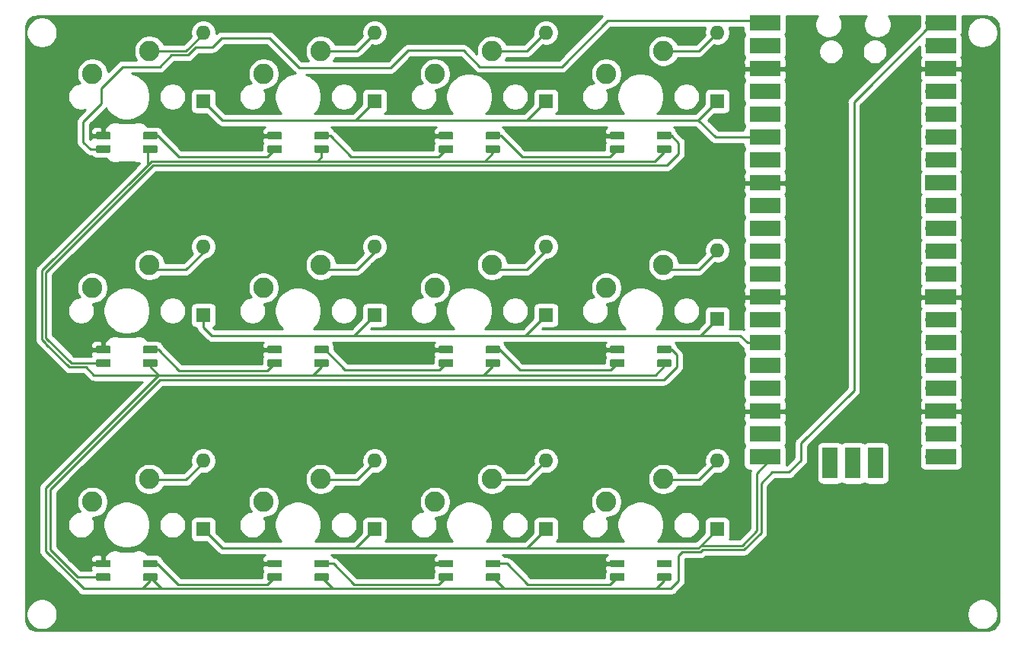
<source format=gtl>
G04 #@! TF.GenerationSoftware,KiCad,Pcbnew,(5.1.9)-1*
G04 #@! TF.CreationDate,2021-06-06T12:20:10+01:00*
G04 #@! TF.ProjectId,EnvMCRO,456e764d-4352-44f2-9e6b-696361645f70,rev?*
G04 #@! TF.SameCoordinates,Original*
G04 #@! TF.FileFunction,Copper,L1,Top*
G04 #@! TF.FilePolarity,Positive*
%FSLAX46Y46*%
G04 Gerber Fmt 4.6, Leading zero omitted, Abs format (unit mm)*
G04 Created by KiCad (PCBNEW (5.1.9)-1) date 2021-06-06 12:20:10*
%MOMM*%
%LPD*%
G01*
G04 APERTURE LIST*
G04 #@! TA.AperFunction,ComponentPad*
%ADD10C,2.250000*%
G04 #@! TD*
G04 #@! TA.AperFunction,ComponentPad*
%ADD11O,1.700000X1.700000*%
G04 #@! TD*
G04 #@! TA.AperFunction,SMDPad,CuDef*
%ADD12R,1.700000X3.500000*%
G04 #@! TD*
G04 #@! TA.AperFunction,ComponentPad*
%ADD13R,1.700000X1.700000*%
G04 #@! TD*
G04 #@! TA.AperFunction,SMDPad,CuDef*
%ADD14R,3.500000X1.700000*%
G04 #@! TD*
G04 #@! TA.AperFunction,ComponentPad*
%ADD15O,1.600000X1.600000*%
G04 #@! TD*
G04 #@! TA.AperFunction,ComponentPad*
%ADD16R,1.600000X1.600000*%
G04 #@! TD*
G04 #@! TA.AperFunction,Conductor*
%ADD17C,0.250000*%
G04 #@! TD*
G04 #@! TA.AperFunction,Conductor*
%ADD18C,0.254000*%
G04 #@! TD*
G04 #@! TA.AperFunction,Conductor*
%ADD19C,0.100000*%
G04 #@! TD*
G04 APERTURE END LIST*
G04 #@! TA.AperFunction,ComponentPad*
G36*
G01*
X97718000Y-102290000D02*
X96282000Y-102290000D01*
G75*
G02*
X96200000Y-102208000I0J82000D01*
G01*
X96200000Y-101552000D01*
G75*
G02*
X96282000Y-101470000I82000J0D01*
G01*
X97718000Y-101470000D01*
G75*
G02*
X97800000Y-101552000I0J-82000D01*
G01*
X97800000Y-102208000D01*
G75*
G02*
X97718000Y-102290000I-82000J0D01*
G01*
G37*
G04 #@! TD.AperFunction*
G04 #@! TA.AperFunction,ComponentPad*
G36*
G01*
X97718000Y-100790000D02*
X96282000Y-100790000D01*
G75*
G02*
X96200000Y-100708000I0J82000D01*
G01*
X96200000Y-100052000D01*
G75*
G02*
X96282000Y-99970000I82000J0D01*
G01*
X97718000Y-99970000D01*
G75*
G02*
X97800000Y-100052000I0J-82000D01*
G01*
X97800000Y-100708000D01*
G75*
G02*
X97718000Y-100790000I-82000J0D01*
G01*
G37*
G04 #@! TD.AperFunction*
G04 #@! TA.AperFunction,ComponentPad*
G36*
G01*
X92518000Y-102290000D02*
X91082000Y-102290000D01*
G75*
G02*
X91000000Y-102208000I0J82000D01*
G01*
X91000000Y-101552000D01*
G75*
G02*
X91082000Y-101470000I82000J0D01*
G01*
X92518000Y-101470000D01*
G75*
G02*
X92600000Y-101552000I0J-82000D01*
G01*
X92600000Y-102208000D01*
G75*
G02*
X92518000Y-102290000I-82000J0D01*
G01*
G37*
G04 #@! TD.AperFunction*
G04 #@! TA.AperFunction,ComponentPad*
G36*
G01*
X92518000Y-100790000D02*
X91082000Y-100790000D01*
G75*
G02*
X91000000Y-100708000I0J82000D01*
G01*
X91000000Y-100052000D01*
G75*
G02*
X91082000Y-99970000I82000J0D01*
G01*
X92518000Y-99970000D01*
G75*
G02*
X92600000Y-100052000I0J-82000D01*
G01*
X92600000Y-100708000D01*
G75*
G02*
X92518000Y-100790000I-82000J0D01*
G01*
G37*
G04 #@! TD.AperFunction*
D10*
X135025000Y-90980000D03*
X128675000Y-93520000D03*
G04 #@! TA.AperFunction,ComponentPad*
G36*
G01*
X130618000Y-100790000D02*
X129182000Y-100790000D01*
G75*
G02*
X129100000Y-100708000I0J82000D01*
G01*
X129100000Y-100052000D01*
G75*
G02*
X129182000Y-99970000I82000J0D01*
G01*
X130618000Y-99970000D01*
G75*
G02*
X130700000Y-100052000I0J-82000D01*
G01*
X130700000Y-100708000D01*
G75*
G02*
X130618000Y-100790000I-82000J0D01*
G01*
G37*
G04 #@! TD.AperFunction*
G04 #@! TA.AperFunction,ComponentPad*
G36*
G01*
X130618000Y-102290000D02*
X129182000Y-102290000D01*
G75*
G02*
X129100000Y-102208000I0J82000D01*
G01*
X129100000Y-101552000D01*
G75*
G02*
X129182000Y-101470000I82000J0D01*
G01*
X130618000Y-101470000D01*
G75*
G02*
X130700000Y-101552000I0J-82000D01*
G01*
X130700000Y-102208000D01*
G75*
G02*
X130618000Y-102290000I-82000J0D01*
G01*
G37*
G04 #@! TD.AperFunction*
G04 #@! TA.AperFunction,ComponentPad*
G36*
G01*
X135818000Y-100790000D02*
X134382000Y-100790000D01*
G75*
G02*
X134300000Y-100708000I0J82000D01*
G01*
X134300000Y-100052000D01*
G75*
G02*
X134382000Y-99970000I82000J0D01*
G01*
X135818000Y-99970000D01*
G75*
G02*
X135900000Y-100052000I0J-82000D01*
G01*
X135900000Y-100708000D01*
G75*
G02*
X135818000Y-100790000I-82000J0D01*
G01*
G37*
G04 #@! TD.AperFunction*
G04 #@! TA.AperFunction,ComponentPad*
G36*
G01*
X135818000Y-102290000D02*
X134382000Y-102290000D01*
G75*
G02*
X134300000Y-102208000I0J82000D01*
G01*
X134300000Y-101552000D01*
G75*
G02*
X134382000Y-101470000I82000J0D01*
G01*
X135818000Y-101470000D01*
G75*
G02*
X135900000Y-101552000I0J-82000D01*
G01*
X135900000Y-102208000D01*
G75*
G02*
X135818000Y-102290000I-82000J0D01*
G01*
G37*
G04 #@! TD.AperFunction*
G04 #@! TA.AperFunction,ComponentPad*
G36*
G01*
X111568000Y-100790000D02*
X110132000Y-100790000D01*
G75*
G02*
X110050000Y-100708000I0J82000D01*
G01*
X110050000Y-100052000D01*
G75*
G02*
X110132000Y-99970000I82000J0D01*
G01*
X111568000Y-99970000D01*
G75*
G02*
X111650000Y-100052000I0J-82000D01*
G01*
X111650000Y-100708000D01*
G75*
G02*
X111568000Y-100790000I-82000J0D01*
G01*
G37*
G04 #@! TD.AperFunction*
G04 #@! TA.AperFunction,ComponentPad*
G36*
G01*
X111568000Y-102290000D02*
X110132000Y-102290000D01*
G75*
G02*
X110050000Y-102208000I0J82000D01*
G01*
X110050000Y-101552000D01*
G75*
G02*
X110132000Y-101470000I82000J0D01*
G01*
X111568000Y-101470000D01*
G75*
G02*
X111650000Y-101552000I0J-82000D01*
G01*
X111650000Y-102208000D01*
G75*
G02*
X111568000Y-102290000I-82000J0D01*
G01*
G37*
G04 #@! TD.AperFunction*
G04 #@! TA.AperFunction,ComponentPad*
G36*
G01*
X116768000Y-100790000D02*
X115332000Y-100790000D01*
G75*
G02*
X115250000Y-100708000I0J82000D01*
G01*
X115250000Y-100052000D01*
G75*
G02*
X115332000Y-99970000I82000J0D01*
G01*
X116768000Y-99970000D01*
G75*
G02*
X116850000Y-100052000I0J-82000D01*
G01*
X116850000Y-100708000D01*
G75*
G02*
X116768000Y-100790000I-82000J0D01*
G01*
G37*
G04 #@! TD.AperFunction*
G04 #@! TA.AperFunction,ComponentPad*
G36*
G01*
X116768000Y-102290000D02*
X115332000Y-102290000D01*
G75*
G02*
X115250000Y-102208000I0J82000D01*
G01*
X115250000Y-101552000D01*
G75*
G02*
X115332000Y-101470000I82000J0D01*
G01*
X116768000Y-101470000D01*
G75*
G02*
X116850000Y-101552000I0J-82000D01*
G01*
X116850000Y-102208000D01*
G75*
G02*
X116768000Y-102290000I-82000J0D01*
G01*
G37*
G04 #@! TD.AperFunction*
G04 #@! TA.AperFunction,ComponentPad*
G36*
G01*
X73453000Y-100800000D02*
X72017000Y-100800000D01*
G75*
G02*
X71935000Y-100718000I0J82000D01*
G01*
X71935000Y-100062000D01*
G75*
G02*
X72017000Y-99980000I82000J0D01*
G01*
X73453000Y-99980000D01*
G75*
G02*
X73535000Y-100062000I0J-82000D01*
G01*
X73535000Y-100718000D01*
G75*
G02*
X73453000Y-100800000I-82000J0D01*
G01*
G37*
G04 #@! TD.AperFunction*
G04 #@! TA.AperFunction,ComponentPad*
G36*
G01*
X73453000Y-102300000D02*
X72017000Y-102300000D01*
G75*
G02*
X71935000Y-102218000I0J82000D01*
G01*
X71935000Y-101562000D01*
G75*
G02*
X72017000Y-101480000I82000J0D01*
G01*
X73453000Y-101480000D01*
G75*
G02*
X73535000Y-101562000I0J-82000D01*
G01*
X73535000Y-102218000D01*
G75*
G02*
X73453000Y-102300000I-82000J0D01*
G01*
G37*
G04 #@! TD.AperFunction*
G04 #@! TA.AperFunction,ComponentPad*
G36*
G01*
X78653000Y-100800000D02*
X77217000Y-100800000D01*
G75*
G02*
X77135000Y-100718000I0J82000D01*
G01*
X77135000Y-100062000D01*
G75*
G02*
X77217000Y-99980000I82000J0D01*
G01*
X78653000Y-99980000D01*
G75*
G02*
X78735000Y-100062000I0J-82000D01*
G01*
X78735000Y-100718000D01*
G75*
G02*
X78653000Y-100800000I-82000J0D01*
G01*
G37*
G04 #@! TD.AperFunction*
G04 #@! TA.AperFunction,ComponentPad*
G36*
G01*
X78653000Y-102300000D02*
X77217000Y-102300000D01*
G75*
G02*
X77135000Y-102218000I0J82000D01*
G01*
X77135000Y-101562000D01*
G75*
G02*
X77217000Y-101480000I82000J0D01*
G01*
X78653000Y-101480000D01*
G75*
G02*
X78735000Y-101562000I0J-82000D01*
G01*
X78735000Y-102218000D01*
G75*
G02*
X78653000Y-102300000I-82000J0D01*
G01*
G37*
G04 #@! TD.AperFunction*
G04 #@! TA.AperFunction,ComponentPad*
G36*
G01*
X130618000Y-76990000D02*
X129182000Y-76990000D01*
G75*
G02*
X129100000Y-76908000I0J82000D01*
G01*
X129100000Y-76252000D01*
G75*
G02*
X129182000Y-76170000I82000J0D01*
G01*
X130618000Y-76170000D01*
G75*
G02*
X130700000Y-76252000I0J-82000D01*
G01*
X130700000Y-76908000D01*
G75*
G02*
X130618000Y-76990000I-82000J0D01*
G01*
G37*
G04 #@! TD.AperFunction*
G04 #@! TA.AperFunction,ComponentPad*
G36*
G01*
X130618000Y-78490000D02*
X129182000Y-78490000D01*
G75*
G02*
X129100000Y-78408000I0J82000D01*
G01*
X129100000Y-77752000D01*
G75*
G02*
X129182000Y-77670000I82000J0D01*
G01*
X130618000Y-77670000D01*
G75*
G02*
X130700000Y-77752000I0J-82000D01*
G01*
X130700000Y-78408000D01*
G75*
G02*
X130618000Y-78490000I-82000J0D01*
G01*
G37*
G04 #@! TD.AperFunction*
G04 #@! TA.AperFunction,ComponentPad*
G36*
G01*
X135818000Y-76990000D02*
X134382000Y-76990000D01*
G75*
G02*
X134300000Y-76908000I0J82000D01*
G01*
X134300000Y-76252000D01*
G75*
G02*
X134382000Y-76170000I82000J0D01*
G01*
X135818000Y-76170000D01*
G75*
G02*
X135900000Y-76252000I0J-82000D01*
G01*
X135900000Y-76908000D01*
G75*
G02*
X135818000Y-76990000I-82000J0D01*
G01*
G37*
G04 #@! TD.AperFunction*
G04 #@! TA.AperFunction,ComponentPad*
G36*
G01*
X135818000Y-78490000D02*
X134382000Y-78490000D01*
G75*
G02*
X134300000Y-78408000I0J82000D01*
G01*
X134300000Y-77752000D01*
G75*
G02*
X134382000Y-77670000I82000J0D01*
G01*
X135818000Y-77670000D01*
G75*
G02*
X135900000Y-77752000I0J-82000D01*
G01*
X135900000Y-78408000D01*
G75*
G02*
X135818000Y-78490000I-82000J0D01*
G01*
G37*
G04 #@! TD.AperFunction*
G04 #@! TA.AperFunction,ComponentPad*
G36*
G01*
X111553000Y-76987500D02*
X110117000Y-76987500D01*
G75*
G02*
X110035000Y-76905500I0J82000D01*
G01*
X110035000Y-76249500D01*
G75*
G02*
X110117000Y-76167500I82000J0D01*
G01*
X111553000Y-76167500D01*
G75*
G02*
X111635000Y-76249500I0J-82000D01*
G01*
X111635000Y-76905500D01*
G75*
G02*
X111553000Y-76987500I-82000J0D01*
G01*
G37*
G04 #@! TD.AperFunction*
G04 #@! TA.AperFunction,ComponentPad*
G36*
G01*
X111553000Y-78487500D02*
X110117000Y-78487500D01*
G75*
G02*
X110035000Y-78405500I0J82000D01*
G01*
X110035000Y-77749500D01*
G75*
G02*
X110117000Y-77667500I82000J0D01*
G01*
X111553000Y-77667500D01*
G75*
G02*
X111635000Y-77749500I0J-82000D01*
G01*
X111635000Y-78405500D01*
G75*
G02*
X111553000Y-78487500I-82000J0D01*
G01*
G37*
G04 #@! TD.AperFunction*
G04 #@! TA.AperFunction,ComponentPad*
G36*
G01*
X116753000Y-76987500D02*
X115317000Y-76987500D01*
G75*
G02*
X115235000Y-76905500I0J82000D01*
G01*
X115235000Y-76249500D01*
G75*
G02*
X115317000Y-76167500I82000J0D01*
G01*
X116753000Y-76167500D01*
G75*
G02*
X116835000Y-76249500I0J-82000D01*
G01*
X116835000Y-76905500D01*
G75*
G02*
X116753000Y-76987500I-82000J0D01*
G01*
G37*
G04 #@! TD.AperFunction*
G04 #@! TA.AperFunction,ComponentPad*
G36*
G01*
X116753000Y-78487500D02*
X115317000Y-78487500D01*
G75*
G02*
X115235000Y-78405500I0J82000D01*
G01*
X115235000Y-77749500D01*
G75*
G02*
X115317000Y-77667500I82000J0D01*
G01*
X116753000Y-77667500D01*
G75*
G02*
X116835000Y-77749500I0J-82000D01*
G01*
X116835000Y-78405500D01*
G75*
G02*
X116753000Y-78487500I-82000J0D01*
G01*
G37*
G04 #@! TD.AperFunction*
G04 #@! TA.AperFunction,ComponentPad*
G36*
G01*
X92503000Y-76987500D02*
X91067000Y-76987500D01*
G75*
G02*
X90985000Y-76905500I0J82000D01*
G01*
X90985000Y-76249500D01*
G75*
G02*
X91067000Y-76167500I82000J0D01*
G01*
X92503000Y-76167500D01*
G75*
G02*
X92585000Y-76249500I0J-82000D01*
G01*
X92585000Y-76905500D01*
G75*
G02*
X92503000Y-76987500I-82000J0D01*
G01*
G37*
G04 #@! TD.AperFunction*
G04 #@! TA.AperFunction,ComponentPad*
G36*
G01*
X92503000Y-78487500D02*
X91067000Y-78487500D01*
G75*
G02*
X90985000Y-78405500I0J82000D01*
G01*
X90985000Y-77749500D01*
G75*
G02*
X91067000Y-77667500I82000J0D01*
G01*
X92503000Y-77667500D01*
G75*
G02*
X92585000Y-77749500I0J-82000D01*
G01*
X92585000Y-78405500D01*
G75*
G02*
X92503000Y-78487500I-82000J0D01*
G01*
G37*
G04 #@! TD.AperFunction*
G04 #@! TA.AperFunction,ComponentPad*
G36*
G01*
X97703000Y-76987500D02*
X96267000Y-76987500D01*
G75*
G02*
X96185000Y-76905500I0J82000D01*
G01*
X96185000Y-76249500D01*
G75*
G02*
X96267000Y-76167500I82000J0D01*
G01*
X97703000Y-76167500D01*
G75*
G02*
X97785000Y-76249500I0J-82000D01*
G01*
X97785000Y-76905500D01*
G75*
G02*
X97703000Y-76987500I-82000J0D01*
G01*
G37*
G04 #@! TD.AperFunction*
G04 #@! TA.AperFunction,ComponentPad*
G36*
G01*
X97703000Y-78487500D02*
X96267000Y-78487500D01*
G75*
G02*
X96185000Y-78405500I0J82000D01*
G01*
X96185000Y-77749500D01*
G75*
G02*
X96267000Y-77667500I82000J0D01*
G01*
X97703000Y-77667500D01*
G75*
G02*
X97785000Y-77749500I0J-82000D01*
G01*
X97785000Y-78405500D01*
G75*
G02*
X97703000Y-78487500I-82000J0D01*
G01*
G37*
G04 #@! TD.AperFunction*
G04 #@! TA.AperFunction,ComponentPad*
G36*
G01*
X73453000Y-76987500D02*
X72017000Y-76987500D01*
G75*
G02*
X71935000Y-76905500I0J82000D01*
G01*
X71935000Y-76249500D01*
G75*
G02*
X72017000Y-76167500I82000J0D01*
G01*
X73453000Y-76167500D01*
G75*
G02*
X73535000Y-76249500I0J-82000D01*
G01*
X73535000Y-76905500D01*
G75*
G02*
X73453000Y-76987500I-82000J0D01*
G01*
G37*
G04 #@! TD.AperFunction*
G04 #@! TA.AperFunction,ComponentPad*
G36*
G01*
X73453000Y-78487500D02*
X72017000Y-78487500D01*
G75*
G02*
X71935000Y-78405500I0J82000D01*
G01*
X71935000Y-77749500D01*
G75*
G02*
X72017000Y-77667500I82000J0D01*
G01*
X73453000Y-77667500D01*
G75*
G02*
X73535000Y-77749500I0J-82000D01*
G01*
X73535000Y-78405500D01*
G75*
G02*
X73453000Y-78487500I-82000J0D01*
G01*
G37*
G04 #@! TD.AperFunction*
G04 #@! TA.AperFunction,ComponentPad*
G36*
G01*
X78653000Y-76987500D02*
X77217000Y-76987500D01*
G75*
G02*
X77135000Y-76905500I0J82000D01*
G01*
X77135000Y-76249500D01*
G75*
G02*
X77217000Y-76167500I82000J0D01*
G01*
X78653000Y-76167500D01*
G75*
G02*
X78735000Y-76249500I0J-82000D01*
G01*
X78735000Y-76905500D01*
G75*
G02*
X78653000Y-76987500I-82000J0D01*
G01*
G37*
G04 #@! TD.AperFunction*
G04 #@! TA.AperFunction,ComponentPad*
G36*
G01*
X78653000Y-78487500D02*
X77217000Y-78487500D01*
G75*
G02*
X77135000Y-78405500I0J82000D01*
G01*
X77135000Y-77749500D01*
G75*
G02*
X77217000Y-77667500I82000J0D01*
G01*
X78653000Y-77667500D01*
G75*
G02*
X78735000Y-77749500I0J-82000D01*
G01*
X78735000Y-78405500D01*
G75*
G02*
X78653000Y-78487500I-82000J0D01*
G01*
G37*
G04 #@! TD.AperFunction*
G04 #@! TA.AperFunction,ComponentPad*
G36*
G01*
X130603000Y-53175000D02*
X129167000Y-53175000D01*
G75*
G02*
X129085000Y-53093000I0J82000D01*
G01*
X129085000Y-52437000D01*
G75*
G02*
X129167000Y-52355000I82000J0D01*
G01*
X130603000Y-52355000D01*
G75*
G02*
X130685000Y-52437000I0J-82000D01*
G01*
X130685000Y-53093000D01*
G75*
G02*
X130603000Y-53175000I-82000J0D01*
G01*
G37*
G04 #@! TD.AperFunction*
G04 #@! TA.AperFunction,ComponentPad*
G36*
G01*
X130603000Y-54675000D02*
X129167000Y-54675000D01*
G75*
G02*
X129085000Y-54593000I0J82000D01*
G01*
X129085000Y-53937000D01*
G75*
G02*
X129167000Y-53855000I82000J0D01*
G01*
X130603000Y-53855000D01*
G75*
G02*
X130685000Y-53937000I0J-82000D01*
G01*
X130685000Y-54593000D01*
G75*
G02*
X130603000Y-54675000I-82000J0D01*
G01*
G37*
G04 #@! TD.AperFunction*
G04 #@! TA.AperFunction,ComponentPad*
G36*
G01*
X135803000Y-53175000D02*
X134367000Y-53175000D01*
G75*
G02*
X134285000Y-53093000I0J82000D01*
G01*
X134285000Y-52437000D01*
G75*
G02*
X134367000Y-52355000I82000J0D01*
G01*
X135803000Y-52355000D01*
G75*
G02*
X135885000Y-52437000I0J-82000D01*
G01*
X135885000Y-53093000D01*
G75*
G02*
X135803000Y-53175000I-82000J0D01*
G01*
G37*
G04 #@! TD.AperFunction*
G04 #@! TA.AperFunction,ComponentPad*
G36*
G01*
X135803000Y-54675000D02*
X134367000Y-54675000D01*
G75*
G02*
X134285000Y-54593000I0J82000D01*
G01*
X134285000Y-53937000D01*
G75*
G02*
X134367000Y-53855000I82000J0D01*
G01*
X135803000Y-53855000D01*
G75*
G02*
X135885000Y-53937000I0J-82000D01*
G01*
X135885000Y-54593000D01*
G75*
G02*
X135803000Y-54675000I-82000J0D01*
G01*
G37*
G04 #@! TD.AperFunction*
G04 #@! TA.AperFunction,ComponentPad*
G36*
G01*
X111568000Y-53190000D02*
X110132000Y-53190000D01*
G75*
G02*
X110050000Y-53108000I0J82000D01*
G01*
X110050000Y-52452000D01*
G75*
G02*
X110132000Y-52370000I82000J0D01*
G01*
X111568000Y-52370000D01*
G75*
G02*
X111650000Y-52452000I0J-82000D01*
G01*
X111650000Y-53108000D01*
G75*
G02*
X111568000Y-53190000I-82000J0D01*
G01*
G37*
G04 #@! TD.AperFunction*
G04 #@! TA.AperFunction,ComponentPad*
G36*
G01*
X111568000Y-54690000D02*
X110132000Y-54690000D01*
G75*
G02*
X110050000Y-54608000I0J82000D01*
G01*
X110050000Y-53952000D01*
G75*
G02*
X110132000Y-53870000I82000J0D01*
G01*
X111568000Y-53870000D01*
G75*
G02*
X111650000Y-53952000I0J-82000D01*
G01*
X111650000Y-54608000D01*
G75*
G02*
X111568000Y-54690000I-82000J0D01*
G01*
G37*
G04 #@! TD.AperFunction*
G04 #@! TA.AperFunction,ComponentPad*
G36*
G01*
X116768000Y-53190000D02*
X115332000Y-53190000D01*
G75*
G02*
X115250000Y-53108000I0J82000D01*
G01*
X115250000Y-52452000D01*
G75*
G02*
X115332000Y-52370000I82000J0D01*
G01*
X116768000Y-52370000D01*
G75*
G02*
X116850000Y-52452000I0J-82000D01*
G01*
X116850000Y-53108000D01*
G75*
G02*
X116768000Y-53190000I-82000J0D01*
G01*
G37*
G04 #@! TD.AperFunction*
G04 #@! TA.AperFunction,ComponentPad*
G36*
G01*
X116768000Y-54690000D02*
X115332000Y-54690000D01*
G75*
G02*
X115250000Y-54608000I0J82000D01*
G01*
X115250000Y-53952000D01*
G75*
G02*
X115332000Y-53870000I82000J0D01*
G01*
X116768000Y-53870000D01*
G75*
G02*
X116850000Y-53952000I0J-82000D01*
G01*
X116850000Y-54608000D01*
G75*
G02*
X116768000Y-54690000I-82000J0D01*
G01*
G37*
G04 #@! TD.AperFunction*
G04 #@! TA.AperFunction,ComponentPad*
G36*
G01*
X92518000Y-53190000D02*
X91082000Y-53190000D01*
G75*
G02*
X91000000Y-53108000I0J82000D01*
G01*
X91000000Y-52452000D01*
G75*
G02*
X91082000Y-52370000I82000J0D01*
G01*
X92518000Y-52370000D01*
G75*
G02*
X92600000Y-52452000I0J-82000D01*
G01*
X92600000Y-53108000D01*
G75*
G02*
X92518000Y-53190000I-82000J0D01*
G01*
G37*
G04 #@! TD.AperFunction*
G04 #@! TA.AperFunction,ComponentPad*
G36*
G01*
X92518000Y-54690000D02*
X91082000Y-54690000D01*
G75*
G02*
X91000000Y-54608000I0J82000D01*
G01*
X91000000Y-53952000D01*
G75*
G02*
X91082000Y-53870000I82000J0D01*
G01*
X92518000Y-53870000D01*
G75*
G02*
X92600000Y-53952000I0J-82000D01*
G01*
X92600000Y-54608000D01*
G75*
G02*
X92518000Y-54690000I-82000J0D01*
G01*
G37*
G04 #@! TD.AperFunction*
G04 #@! TA.AperFunction,ComponentPad*
G36*
G01*
X97718000Y-53190000D02*
X96282000Y-53190000D01*
G75*
G02*
X96200000Y-53108000I0J82000D01*
G01*
X96200000Y-52452000D01*
G75*
G02*
X96282000Y-52370000I82000J0D01*
G01*
X97718000Y-52370000D01*
G75*
G02*
X97800000Y-52452000I0J-82000D01*
G01*
X97800000Y-53108000D01*
G75*
G02*
X97718000Y-53190000I-82000J0D01*
G01*
G37*
G04 #@! TD.AperFunction*
G04 #@! TA.AperFunction,ComponentPad*
G36*
G01*
X97718000Y-54690000D02*
X96282000Y-54690000D01*
G75*
G02*
X96200000Y-54608000I0J82000D01*
G01*
X96200000Y-53952000D01*
G75*
G02*
X96282000Y-53870000I82000J0D01*
G01*
X97718000Y-53870000D01*
G75*
G02*
X97800000Y-53952000I0J-82000D01*
G01*
X97800000Y-54608000D01*
G75*
G02*
X97718000Y-54690000I-82000J0D01*
G01*
G37*
G04 #@! TD.AperFunction*
G04 #@! TA.AperFunction,ComponentPad*
G36*
G01*
X73453000Y-53190000D02*
X72017000Y-53190000D01*
G75*
G02*
X71935000Y-53108000I0J82000D01*
G01*
X71935000Y-52452000D01*
G75*
G02*
X72017000Y-52370000I82000J0D01*
G01*
X73453000Y-52370000D01*
G75*
G02*
X73535000Y-52452000I0J-82000D01*
G01*
X73535000Y-53108000D01*
G75*
G02*
X73453000Y-53190000I-82000J0D01*
G01*
G37*
G04 #@! TD.AperFunction*
G04 #@! TA.AperFunction,ComponentPad*
G36*
G01*
X73453000Y-54690000D02*
X72017000Y-54690000D01*
G75*
G02*
X71935000Y-54608000I0J82000D01*
G01*
X71935000Y-53952000D01*
G75*
G02*
X72017000Y-53870000I82000J0D01*
G01*
X73453000Y-53870000D01*
G75*
G02*
X73535000Y-53952000I0J-82000D01*
G01*
X73535000Y-54608000D01*
G75*
G02*
X73453000Y-54690000I-82000J0D01*
G01*
G37*
G04 #@! TD.AperFunction*
G04 #@! TA.AperFunction,ComponentPad*
G36*
G01*
X78653000Y-53190000D02*
X77217000Y-53190000D01*
G75*
G02*
X77135000Y-53108000I0J82000D01*
G01*
X77135000Y-52452000D01*
G75*
G02*
X77217000Y-52370000I82000J0D01*
G01*
X78653000Y-52370000D01*
G75*
G02*
X78735000Y-52452000I0J-82000D01*
G01*
X78735000Y-53108000D01*
G75*
G02*
X78653000Y-53190000I-82000J0D01*
G01*
G37*
G04 #@! TD.AperFunction*
G04 #@! TA.AperFunction,ComponentPad*
G36*
G01*
X78653000Y-54690000D02*
X77217000Y-54690000D01*
G75*
G02*
X77135000Y-54608000I0J82000D01*
G01*
X77135000Y-53952000D01*
G75*
G02*
X77217000Y-53870000I82000J0D01*
G01*
X78653000Y-53870000D01*
G75*
G02*
X78735000Y-53952000I0J-82000D01*
G01*
X78735000Y-54608000D01*
G75*
G02*
X78653000Y-54690000I-82000J0D01*
G01*
G37*
G04 #@! TD.AperFunction*
D11*
X158640000Y-88300000D03*
D12*
X158640000Y-89200000D03*
D13*
X156100000Y-88300000D03*
D12*
X156100000Y-89200000D03*
D11*
X153560000Y-88300000D03*
D12*
X153560000Y-89200000D03*
D14*
X165890000Y-88530000D03*
X165890000Y-85990000D03*
X165890000Y-83450000D03*
X165890000Y-80910000D03*
X165890000Y-78370000D03*
X165890000Y-75830000D03*
X165890000Y-73290000D03*
X165890000Y-70750000D03*
X165890000Y-68210000D03*
X165890000Y-65670000D03*
X165890000Y-63130000D03*
X165890000Y-60590000D03*
X165890000Y-58050000D03*
X165890000Y-55510000D03*
X165890000Y-52970000D03*
X165890000Y-50430000D03*
X165890000Y-47890000D03*
X165890000Y-45350000D03*
X165890000Y-42810000D03*
X165890000Y-40270000D03*
X146310000Y-88530000D03*
X146310000Y-85990000D03*
X146310000Y-83450000D03*
X146310000Y-80910000D03*
X146310000Y-78370000D03*
X146310000Y-75830000D03*
X146310000Y-73290000D03*
X146310000Y-70750000D03*
X146310000Y-68210000D03*
X146310000Y-65670000D03*
X146310000Y-63130000D03*
X146310000Y-60590000D03*
X146310000Y-58050000D03*
X146310000Y-55510000D03*
X146310000Y-52970000D03*
X146310000Y-50430000D03*
X146310000Y-47890000D03*
X146310000Y-45350000D03*
X146310000Y-42810000D03*
X146310000Y-40270000D03*
D11*
X164990000Y-40270000D03*
X164990000Y-42810000D03*
D13*
X164990000Y-45350000D03*
D11*
X164990000Y-47890000D03*
X164990000Y-50430000D03*
X164990000Y-52970000D03*
X164990000Y-55510000D03*
D13*
X164990000Y-58050000D03*
D11*
X164990000Y-60590000D03*
X164990000Y-63130000D03*
X164990000Y-65670000D03*
X164990000Y-68210000D03*
D13*
X164990000Y-70750000D03*
D11*
X164990000Y-73290000D03*
X164990000Y-75830000D03*
X164990000Y-78370000D03*
X164990000Y-80910000D03*
D13*
X164990000Y-83450000D03*
D11*
X164990000Y-85990000D03*
X164990000Y-88530000D03*
X147210000Y-88530000D03*
X147210000Y-85990000D03*
D13*
X147210000Y-83450000D03*
D11*
X147210000Y-80910000D03*
X147210000Y-78370000D03*
X147210000Y-75830000D03*
X147210000Y-73290000D03*
D13*
X147210000Y-70750000D03*
D11*
X147210000Y-68210000D03*
X147210000Y-65670000D03*
X147210000Y-63130000D03*
X147210000Y-60590000D03*
D13*
X147210000Y-58050000D03*
D11*
X147210000Y-55510000D03*
X147210000Y-52970000D03*
X147210000Y-50430000D03*
X147210000Y-47890000D03*
D13*
X147210000Y-45350000D03*
D11*
X147210000Y-42810000D03*
X147210000Y-40270000D03*
D10*
X115975000Y-43355000D03*
X109625000Y-45895000D03*
X77875000Y-43355000D03*
X71525000Y-45895000D03*
D15*
X141010000Y-88940000D03*
D16*
X141010000Y-96560000D03*
D15*
X121960000Y-88940000D03*
D16*
X121960000Y-96560000D03*
D15*
X102910000Y-88940000D03*
D16*
X102910000Y-96560000D03*
D15*
X83860000Y-88940000D03*
D16*
X83860000Y-96560000D03*
D15*
X141010000Y-65527500D03*
D16*
X141010000Y-73147500D03*
D15*
X121960000Y-65127500D03*
D16*
X121960000Y-72747500D03*
D15*
X102910000Y-65127500D03*
D16*
X102910000Y-72747500D03*
D15*
X83860000Y-65127500D03*
D16*
X83860000Y-72747500D03*
D15*
X141010000Y-41315000D03*
D16*
X141010000Y-48935000D03*
D15*
X121960000Y-41315000D03*
D16*
X121960000Y-48935000D03*
D15*
X102910000Y-41315000D03*
D16*
X102910000Y-48935000D03*
D15*
X83860000Y-41315000D03*
D16*
X83860000Y-48935000D03*
D10*
X115975000Y-90980000D03*
X109625000Y-93520000D03*
X96925000Y-90980000D03*
X90575000Y-93520000D03*
X77875000Y-90980000D03*
X71525000Y-93520000D03*
X135025000Y-67167500D03*
X128675000Y-69707500D03*
X115975000Y-67167500D03*
X109625000Y-69707500D03*
X96925000Y-67167500D03*
X90575000Y-69707500D03*
X77875000Y-67167500D03*
X71525000Y-69707500D03*
X135025000Y-43355000D03*
X128675000Y-45895000D03*
X96925000Y-43355000D03*
X90575000Y-45895000D03*
D17*
X83860000Y-48935000D02*
X85975000Y-51050000D01*
X100795000Y-51050000D02*
X102910000Y-48935000D01*
X85975000Y-51050000D02*
X100795000Y-51050000D01*
X119845000Y-51050000D02*
X121960000Y-48935000D01*
X138895000Y-51050000D02*
X141010000Y-48935000D01*
X119700000Y-51050000D02*
X138895000Y-51050000D01*
X100795000Y-51050000D02*
X119700000Y-51050000D01*
X119700000Y-51050000D02*
X119845000Y-51050000D01*
X140815000Y-52970000D02*
X147210000Y-52970000D01*
X138895000Y-51050000D02*
X140815000Y-52970000D01*
X83860000Y-72747500D02*
X83860000Y-74110000D01*
X83860000Y-74110000D02*
X84750000Y-75000000D01*
X100657500Y-75000000D02*
X102910000Y-72747500D01*
X84750000Y-75000000D02*
X100657500Y-75000000D01*
X119707500Y-75000000D02*
X121960000Y-72747500D01*
X100657500Y-75000000D02*
X119707500Y-75000000D01*
X139157500Y-75000000D02*
X141010000Y-73147500D01*
X119707500Y-75000000D02*
X139157500Y-75000000D01*
X139157500Y-75000000D02*
X141475000Y-75000000D01*
X144400000Y-75830000D02*
X147210000Y-75830000D01*
X143570000Y-75000000D02*
X144400000Y-75830000D01*
X141475000Y-75000000D02*
X143570000Y-75000000D01*
X83860000Y-96560000D02*
X85950000Y-98650000D01*
X100820000Y-98650000D02*
X102910000Y-96560000D01*
X85950000Y-98650000D02*
X100820000Y-98650000D01*
X119870000Y-98650000D02*
X121960000Y-96560000D01*
X139191099Y-98378901D02*
X141010000Y-96560000D01*
X100820000Y-98650000D02*
X119700000Y-98650000D01*
X119700000Y-98650000D02*
X119870000Y-98650000D01*
X138920000Y-98650000D02*
X139191099Y-98378901D01*
X119700000Y-98650000D02*
X138920000Y-98650000D01*
X145420000Y-90320000D02*
X147210000Y-88530000D01*
X143771099Y-98378901D02*
X145420000Y-96730000D01*
X145420000Y-96730000D02*
X145420000Y-90320000D01*
X139191099Y-98378901D02*
X143771099Y-98378901D01*
X77875000Y-43355000D02*
X81945000Y-43355000D01*
X81945000Y-43355000D02*
X84000000Y-41300000D01*
X96925000Y-43355000D02*
X100945000Y-43355000D01*
X100945000Y-43355000D02*
X103000000Y-41300000D01*
X115975000Y-43355000D02*
X119845000Y-43355000D01*
X119845000Y-43355000D02*
X121900000Y-41300000D01*
X135025000Y-43355000D02*
X138945000Y-43355000D01*
X138945000Y-43355000D02*
X141000000Y-41300000D01*
X77875000Y-67655000D02*
X81945000Y-67655000D01*
X81945000Y-67655000D02*
X84000000Y-65600000D01*
X96925000Y-67655000D02*
X100945000Y-67655000D01*
X100945000Y-67655000D02*
X103000000Y-65600000D01*
X115975000Y-67655000D02*
X119845000Y-67655000D01*
X119845000Y-67655000D02*
X121900000Y-65600000D01*
X135025000Y-67655000D02*
X138945000Y-67655000D01*
X138945000Y-67655000D02*
X141000000Y-65600000D01*
X77875000Y-91055000D02*
X81945000Y-91055000D01*
X81945000Y-91055000D02*
X84000000Y-89000000D01*
X96925000Y-91055000D02*
X100945000Y-91055000D01*
X100945000Y-91055000D02*
X103000000Y-89000000D01*
X115975000Y-91055000D02*
X119845000Y-91055000D01*
X119845000Y-91055000D02*
X121900000Y-89000000D01*
X135025000Y-91055000D02*
X138945000Y-91055000D01*
X138945000Y-91055000D02*
X141000000Y-89000000D01*
X146940000Y-40000000D02*
X147210000Y-40270000D01*
X142900000Y-40000000D02*
X146940000Y-40000000D01*
X142900000Y-40000000D02*
X143200000Y-40000000D01*
X138400000Y-40000000D02*
X142900000Y-40000000D01*
X128800000Y-40000000D02*
X138400000Y-40000000D01*
X112800000Y-43300000D02*
X114600000Y-45100000D01*
X106600000Y-43300000D02*
X112800000Y-43300000D01*
X94500000Y-45200000D02*
X104700000Y-45200000D01*
X91204999Y-41904999D02*
X94500000Y-45200000D01*
X72735000Y-54280000D02*
X71280000Y-54280000D01*
X104700000Y-45200000D02*
X106600000Y-43300000D01*
X71280000Y-54280000D02*
X70500000Y-53500000D01*
X84900000Y-42900000D02*
X85895001Y-41904999D01*
X70500000Y-53500000D02*
X70500000Y-51200000D01*
X82131401Y-43805009D02*
X83036410Y-42900000D01*
X70500000Y-51200000D02*
X72500000Y-49200000D01*
X123700000Y-45100000D02*
X128800000Y-40000000D01*
X72500000Y-49200000D02*
X72500000Y-47500000D01*
X72500000Y-47500000D02*
X74900000Y-45100000D01*
X85895001Y-41904999D02*
X91204999Y-41904999D01*
X74900000Y-45100000D02*
X79000000Y-45100000D01*
X80294990Y-43805010D02*
X82131401Y-43805009D01*
X114600000Y-45100000D02*
X123700000Y-45100000D01*
X79000000Y-45100000D02*
X80294990Y-43805010D01*
X83036410Y-42900000D02*
X84900000Y-42900000D01*
X135100000Y-102290000D02*
X134240000Y-103150000D01*
X135100000Y-101880000D02*
X135100000Y-102290000D01*
X117320000Y-103150000D02*
X116050000Y-101880000D01*
X98270000Y-103150000D02*
X97000000Y-101880000D01*
X117630000Y-103150000D02*
X98270000Y-103150000D01*
X117630000Y-103150000D02*
X117320000Y-103150000D01*
X79195000Y-103150000D02*
X77935000Y-101890000D01*
X70534122Y-103160532D02*
X66349990Y-98976400D01*
X77935000Y-102300000D02*
X77074468Y-103160532D01*
X77935000Y-101890000D02*
X77935000Y-102300000D01*
X66349990Y-98976400D02*
X66349991Y-91933599D01*
X66349991Y-98976401D02*
X70113416Y-102739826D01*
X66349991Y-91933599D02*
X66349991Y-98976401D01*
X77935000Y-80348590D02*
X77166795Y-81116795D01*
X66349991Y-91933599D02*
X74876795Y-83406795D01*
X74876795Y-83406795D02*
X77166795Y-81116795D01*
X97000000Y-55160000D02*
X97000000Y-54280000D01*
X77640000Y-54575000D02*
X77935000Y-54280000D01*
X77640000Y-56033590D02*
X77640000Y-54575000D01*
X96985000Y-78487500D02*
X96985000Y-78077500D01*
X96072500Y-79400000D02*
X96985000Y-78487500D01*
X77166795Y-81116795D02*
X78883590Y-79400000D01*
X116035000Y-78401130D02*
X116035000Y-78077500D01*
X115036130Y-79400000D02*
X116035000Y-78401130D01*
X78883590Y-79400000D02*
X95700000Y-79400000D01*
X95700000Y-79400000D02*
X96072500Y-79400000D01*
X135100000Y-78403630D02*
X135100000Y-78080000D01*
X134103630Y-79400000D02*
X135100000Y-78403630D01*
X114700000Y-79400000D02*
X134103630Y-79400000D01*
X95700000Y-79400000D02*
X114700000Y-79400000D01*
X114700000Y-79400000D02*
X115036130Y-79400000D01*
X76939468Y-103160532D02*
X79739468Y-103160532D01*
X98270000Y-103150000D02*
X79750000Y-103150000D01*
X79750000Y-103150000D02*
X79195000Y-103150000D01*
X77074468Y-103160532D02*
X76939468Y-103160532D01*
X79739468Y-103160532D02*
X79750000Y-103150000D01*
X76939468Y-103160532D02*
X70534122Y-103160532D01*
X134240000Y-103150000D02*
X133950000Y-103150000D01*
X133950000Y-103150000D02*
X117630000Y-103150000D01*
X77640000Y-56033590D02*
X78073590Y-55600000D01*
X96400000Y-55600000D02*
X96560000Y-55600000D01*
X78073590Y-55600000D02*
X96400000Y-55600000D01*
X96560000Y-55600000D02*
X97000000Y-55160000D01*
X116050000Y-54690000D02*
X116050000Y-54280000D01*
X115140000Y-55600000D02*
X116050000Y-54690000D01*
X114200000Y-55600000D02*
X115140000Y-55600000D01*
X135085000Y-54594775D02*
X135085000Y-54265000D01*
X134079775Y-55600000D02*
X135085000Y-54594775D01*
X114200000Y-55600000D02*
X134079775Y-55600000D01*
X111400000Y-55600000D02*
X114200000Y-55600000D01*
X96400000Y-55600000D02*
X111400000Y-55600000D01*
X111400000Y-55600000D02*
X111636410Y-55600000D01*
X65899991Y-67773599D02*
X76791795Y-56881795D01*
X65899990Y-75446400D02*
X65899991Y-67773599D01*
X66350000Y-75896410D02*
X65899990Y-75446400D01*
X66350000Y-75920000D02*
X66350000Y-75896410D01*
X68957510Y-78527510D02*
X66350000Y-75920000D01*
X76791795Y-56881795D02*
X77640000Y-56033590D01*
X70827510Y-78527510D02*
X68957510Y-78527510D01*
X71700000Y-79400000D02*
X70827510Y-78527510D01*
X78700000Y-79400000D02*
X71700000Y-79400000D01*
X78883590Y-79400000D02*
X78700000Y-79400000D01*
X77935000Y-78451410D02*
X78883590Y-79400000D01*
X77935000Y-78077500D02*
X77935000Y-78451410D01*
X157260000Y-48000000D02*
X164990000Y-40270000D01*
X156200000Y-49060000D02*
X157260000Y-48000000D01*
X150310000Y-86990000D02*
X156200000Y-81100000D01*
X156200000Y-81100000D02*
X156200000Y-49060000D01*
X135850000Y-103150000D02*
X136700000Y-102300000D01*
X139106401Y-99100009D02*
X139377499Y-98828911D01*
X136700000Y-102300000D02*
X136700000Y-99500000D01*
X150310000Y-88900000D02*
X150310000Y-86990000D01*
X133950000Y-103150000D02*
X135850000Y-103150000D01*
X136700000Y-99500000D02*
X137099991Y-99100009D01*
X137099991Y-99100009D02*
X139106401Y-99100009D01*
X145870010Y-96916400D02*
X145870010Y-91439990D01*
X139377499Y-98828911D02*
X143957499Y-98828911D01*
X147090000Y-90220000D02*
X148990000Y-90220000D01*
X148990000Y-90220000D02*
X150310000Y-88900000D01*
X143957499Y-98828911D02*
X145870010Y-96916400D01*
X145870010Y-91439990D02*
X147090000Y-90220000D01*
X110030000Y-102700000D02*
X110850000Y-101880000D01*
X100610000Y-102700000D02*
X110030000Y-102700000D01*
X98290000Y-100380000D02*
X100610000Y-102700000D01*
X97000000Y-100380000D02*
X98290000Y-100380000D01*
X90980000Y-102700000D02*
X91800000Y-101880000D01*
X77935000Y-100390000D02*
X78390000Y-100390000D01*
X81045000Y-102700000D02*
X90980000Y-102700000D01*
X77935000Y-100390000D02*
X78735000Y-100390000D01*
X78735000Y-100390000D02*
X81045000Y-102700000D01*
X90980000Y-55100000D02*
X91800000Y-54280000D01*
X81100000Y-55100000D02*
X90980000Y-55100000D01*
X78780000Y-52780000D02*
X81100000Y-55100000D01*
X77935000Y-52780000D02*
X78780000Y-52780000D01*
X110030000Y-55100000D02*
X110850000Y-54280000D01*
X100300000Y-55100000D02*
X110030000Y-55100000D01*
X97980000Y-52780000D02*
X100300000Y-55100000D01*
X97000000Y-52780000D02*
X97980000Y-52780000D01*
X129050000Y-55100000D02*
X129885000Y-54265000D01*
X119300000Y-55100000D02*
X129050000Y-55100000D01*
X116980000Y-52780000D02*
X119300000Y-55100000D01*
X116050000Y-52780000D02*
X116980000Y-52780000D01*
X136710000Y-54790000D02*
X136710000Y-53590000D01*
X135449990Y-56050010D02*
X136710000Y-54790000D01*
X136710000Y-53590000D02*
X135885000Y-52765000D01*
X78259990Y-56050010D02*
X135449990Y-56050010D01*
X66350000Y-67960000D02*
X78259990Y-56050010D01*
X135885000Y-52765000D02*
X135085000Y-52765000D01*
X66350000Y-75260000D02*
X66350000Y-67960000D01*
X69167500Y-78077500D02*
X66350000Y-75260000D01*
X72735000Y-78077500D02*
X69167500Y-78077500D01*
X90962500Y-78900000D02*
X91785000Y-78077500D01*
X81160000Y-78900000D02*
X90962500Y-78900000D01*
X78837500Y-76577500D02*
X81160000Y-78900000D01*
X77935000Y-76577500D02*
X78837500Y-76577500D01*
X110112500Y-78800000D02*
X110835000Y-78077500D01*
X99600000Y-78800000D02*
X110112500Y-78800000D01*
X97377500Y-76577500D02*
X99600000Y-78800000D01*
X96985000Y-76577500D02*
X97377500Y-76577500D01*
X116817500Y-76577500D02*
X119040000Y-78800000D01*
X129180000Y-78800000D02*
X129900000Y-78080000D01*
X119040000Y-78800000D02*
X129180000Y-78800000D01*
X116035000Y-76577500D02*
X116817500Y-76577500D01*
X135900000Y-76580000D02*
X135100000Y-76580000D01*
X136490000Y-77170000D02*
X135900000Y-76580000D01*
X136490000Y-78490000D02*
X136490000Y-77170000D01*
X135080000Y-79900000D02*
X136490000Y-78490000D01*
X79020000Y-79900000D02*
X135080000Y-79900000D01*
X66800000Y-92120000D02*
X79020000Y-79900000D01*
X66800000Y-98790000D02*
X66800000Y-92120000D01*
X69900000Y-101890000D02*
X66800000Y-98790000D01*
X72735000Y-101890000D02*
X69900000Y-101890000D01*
X129080000Y-102700000D02*
X129900000Y-101880000D01*
X119950000Y-102700000D02*
X129080000Y-102700000D01*
X117630000Y-100380000D02*
X119950000Y-102700000D01*
X116050000Y-100380000D02*
X117630000Y-100380000D01*
D18*
X128236201Y-39488997D02*
X123385199Y-44340000D01*
X117433578Y-44340000D01*
X117534692Y-44188673D01*
X117565208Y-44115000D01*
X119807678Y-44115000D01*
X119845000Y-44118676D01*
X119882322Y-44115000D01*
X119882333Y-44115000D01*
X119993986Y-44104003D01*
X120137247Y-44060546D01*
X120269276Y-43989974D01*
X120385001Y-43895001D01*
X120408804Y-43865997D01*
X121573557Y-42701244D01*
X121818665Y-42750000D01*
X122101335Y-42750000D01*
X122378574Y-42694853D01*
X122639727Y-42586680D01*
X122874759Y-42429637D01*
X123074637Y-42229759D01*
X123231680Y-41994727D01*
X123339853Y-41733574D01*
X123395000Y-41456335D01*
X123395000Y-41173665D01*
X123339853Y-40896426D01*
X123231680Y-40635273D01*
X123074637Y-40400241D01*
X122874759Y-40200363D01*
X122639727Y-40043320D01*
X122378574Y-39935147D01*
X122101335Y-39880000D01*
X121818665Y-39880000D01*
X121541426Y-39935147D01*
X121280273Y-40043320D01*
X121045241Y-40200363D01*
X120845363Y-40400241D01*
X120688320Y-40635273D01*
X120580147Y-40896426D01*
X120525000Y-41173665D01*
X120525000Y-41456335D01*
X120548869Y-41576330D01*
X119530199Y-42595000D01*
X117565208Y-42595000D01*
X117534692Y-42521327D01*
X117342081Y-42233065D01*
X117096935Y-41987919D01*
X116808673Y-41795308D01*
X116488373Y-41662636D01*
X116148345Y-41595000D01*
X115801655Y-41595000D01*
X115461627Y-41662636D01*
X115141327Y-41795308D01*
X114853065Y-41987919D01*
X114607919Y-42233065D01*
X114415308Y-42521327D01*
X114282636Y-42841627D01*
X114215000Y-43181655D01*
X114215000Y-43528345D01*
X114242774Y-43667972D01*
X113363803Y-42789002D01*
X113340001Y-42759999D01*
X113224276Y-42665026D01*
X113092247Y-42594454D01*
X112948986Y-42550997D01*
X112837333Y-42540000D01*
X112837322Y-42540000D01*
X112800000Y-42536324D01*
X112762678Y-42540000D01*
X106637325Y-42540000D01*
X106600000Y-42536324D01*
X106562675Y-42540000D01*
X106562667Y-42540000D01*
X106451014Y-42550997D01*
X106307753Y-42594454D01*
X106175724Y-42665026D01*
X106059999Y-42759999D01*
X106036201Y-42788997D01*
X104385199Y-44440000D01*
X98316760Y-44440000D01*
X98484692Y-44188673D01*
X98515208Y-44115000D01*
X100907678Y-44115000D01*
X100945000Y-44118676D01*
X100982322Y-44115000D01*
X100982333Y-44115000D01*
X101093986Y-44104003D01*
X101237247Y-44060546D01*
X101369276Y-43989974D01*
X101485001Y-43895001D01*
X101508804Y-43865997D01*
X102648670Y-42726131D01*
X102768665Y-42750000D01*
X103051335Y-42750000D01*
X103328574Y-42694853D01*
X103589727Y-42586680D01*
X103824759Y-42429637D01*
X104024637Y-42229759D01*
X104181680Y-41994727D01*
X104289853Y-41733574D01*
X104345000Y-41456335D01*
X104345000Y-41173665D01*
X104289853Y-40896426D01*
X104181680Y-40635273D01*
X104024637Y-40400241D01*
X103824759Y-40200363D01*
X103589727Y-40043320D01*
X103328574Y-39935147D01*
X103051335Y-39880000D01*
X102768665Y-39880000D01*
X102491426Y-39935147D01*
X102230273Y-40043320D01*
X101995241Y-40200363D01*
X101795363Y-40400241D01*
X101638320Y-40635273D01*
X101530147Y-40896426D01*
X101475000Y-41173665D01*
X101475000Y-41456335D01*
X101523756Y-41701443D01*
X100630199Y-42595000D01*
X98515208Y-42595000D01*
X98484692Y-42521327D01*
X98292081Y-42233065D01*
X98046935Y-41987919D01*
X97758673Y-41795308D01*
X97438373Y-41662636D01*
X97098345Y-41595000D01*
X96751655Y-41595000D01*
X96411627Y-41662636D01*
X96091327Y-41795308D01*
X95803065Y-41987919D01*
X95557919Y-42233065D01*
X95365308Y-42521327D01*
X95232636Y-42841627D01*
X95165000Y-43181655D01*
X95165000Y-43528345D01*
X95232636Y-43868373D01*
X95365308Y-44188673D01*
X95533240Y-44440000D01*
X94814802Y-44440000D01*
X91768803Y-41394002D01*
X91745000Y-41364998D01*
X91629275Y-41270025D01*
X91497246Y-41199453D01*
X91353985Y-41155996D01*
X91242332Y-41144999D01*
X91242321Y-41144999D01*
X91204999Y-41141323D01*
X91167677Y-41144999D01*
X85932324Y-41144999D01*
X85895001Y-41141323D01*
X85857678Y-41144999D01*
X85857668Y-41144999D01*
X85746015Y-41155996D01*
X85602754Y-41199453D01*
X85470724Y-41270025D01*
X85434200Y-41300000D01*
X85355000Y-41364998D01*
X85331202Y-41393996D01*
X85295000Y-41430198D01*
X85295000Y-41173665D01*
X85239853Y-40896426D01*
X85131680Y-40635273D01*
X84974637Y-40400241D01*
X84774759Y-40200363D01*
X84539727Y-40043320D01*
X84278574Y-39935147D01*
X84001335Y-39880000D01*
X83718665Y-39880000D01*
X83441426Y-39935147D01*
X83180273Y-40043320D01*
X82945241Y-40200363D01*
X82745363Y-40400241D01*
X82588320Y-40635273D01*
X82480147Y-40896426D01*
X82425000Y-41173665D01*
X82425000Y-41456335D01*
X82480147Y-41733574D01*
X82483509Y-41741690D01*
X81630199Y-42595000D01*
X79465208Y-42595000D01*
X79434692Y-42521327D01*
X79242081Y-42233065D01*
X78996935Y-41987919D01*
X78708673Y-41795308D01*
X78388373Y-41662636D01*
X78048345Y-41595000D01*
X77701655Y-41595000D01*
X77361627Y-41662636D01*
X77041327Y-41795308D01*
X76753065Y-41987919D01*
X76507919Y-42233065D01*
X76315308Y-42521327D01*
X76182636Y-42841627D01*
X76115000Y-43181655D01*
X76115000Y-43528345D01*
X76182636Y-43868373D01*
X76315308Y-44188673D01*
X76416422Y-44340000D01*
X74937333Y-44340000D01*
X74900000Y-44336323D01*
X74862667Y-44340000D01*
X74751014Y-44350997D01*
X74607753Y-44394454D01*
X74475724Y-44465026D01*
X74359999Y-44559999D01*
X74336202Y-44588996D01*
X73271485Y-45653713D01*
X73217364Y-45381627D01*
X73084692Y-45061327D01*
X72892081Y-44773065D01*
X72646935Y-44527919D01*
X72358673Y-44335308D01*
X72038373Y-44202636D01*
X71698345Y-44135000D01*
X71351655Y-44135000D01*
X71011627Y-44202636D01*
X70691327Y-44335308D01*
X70403065Y-44527919D01*
X70157919Y-44773065D01*
X69965308Y-45061327D01*
X69832636Y-45381627D01*
X69765000Y-45721655D01*
X69765000Y-46068345D01*
X69832636Y-46408373D01*
X69965308Y-46728673D01*
X70097638Y-46926719D01*
X69814549Y-46983029D01*
X69539747Y-47096856D01*
X69292431Y-47262107D01*
X69082107Y-47472431D01*
X68916856Y-47719747D01*
X68803029Y-47994549D01*
X68745000Y-48286278D01*
X68745000Y-48583722D01*
X68803029Y-48875451D01*
X68916856Y-49150253D01*
X69082107Y-49397569D01*
X69292431Y-49607893D01*
X69539747Y-49773144D01*
X69814549Y-49886971D01*
X70106278Y-49945000D01*
X70403722Y-49945000D01*
X70695451Y-49886971D01*
X70768475Y-49856723D01*
X69988998Y-50636201D01*
X69960000Y-50659999D01*
X69936202Y-50688997D01*
X69936201Y-50688998D01*
X69865026Y-50775724D01*
X69794454Y-50907754D01*
X69750998Y-51051015D01*
X69736324Y-51200000D01*
X69740001Y-51237332D01*
X69740000Y-53462677D01*
X69736324Y-53500000D01*
X69740000Y-53537322D01*
X69740000Y-53537332D01*
X69750997Y-53648985D01*
X69792748Y-53786623D01*
X69794454Y-53792246D01*
X69865026Y-53924276D01*
X69904811Y-53972754D01*
X69959999Y-54040001D01*
X69989002Y-54063803D01*
X70716201Y-54791002D01*
X70739999Y-54820001D01*
X70855724Y-54914974D01*
X70987753Y-54985546D01*
X71131014Y-55029003D01*
X71242292Y-55039963D01*
X71280000Y-55043677D01*
X71317333Y-55040000D01*
X71444502Y-55040000D01*
X71507832Y-55117168D01*
X71616949Y-55206718D01*
X71741440Y-55273260D01*
X71876521Y-55314236D01*
X72017000Y-55328072D01*
X73054541Y-55328072D01*
X73111805Y-55406030D01*
X73153255Y-55452227D01*
X73194080Y-55499027D01*
X73201086Y-55505538D01*
X73273031Y-55571465D01*
X73322676Y-55608740D01*
X73371802Y-55646710D01*
X73379939Y-55651736D01*
X73463320Y-55702433D01*
X73519265Y-55729358D01*
X73574819Y-55757057D01*
X73583777Y-55760407D01*
X73675416Y-55793944D01*
X73735530Y-55809491D01*
X73795413Y-55825874D01*
X73804851Y-55827420D01*
X73901258Y-55842518D01*
X73963244Y-55846093D01*
X74025165Y-55850532D01*
X74034724Y-55850215D01*
X74034725Y-55850215D01*
X74132229Y-55846300D01*
X74193693Y-55837772D01*
X74255333Y-55830095D01*
X74264648Y-55827928D01*
X74359535Y-55805149D01*
X74418232Y-55784824D01*
X74477146Y-55765341D01*
X74485863Y-55761406D01*
X74574518Y-55720631D01*
X74586763Y-55714999D01*
X76085132Y-55714999D01*
X76094264Y-55720420D01*
X76102954Y-55724415D01*
X76191896Y-55764562D01*
X76250719Y-55784466D01*
X76309229Y-55805178D01*
X76318529Y-55807410D01*
X76318532Y-55807411D01*
X76318535Y-55807411D01*
X76413574Y-55829517D01*
X76475137Y-55837615D01*
X76536564Y-55846570D01*
X76546121Y-55846953D01*
X76643650Y-55850178D01*
X76705602Y-55846165D01*
X76755138Y-55843650D01*
X76280797Y-56317992D01*
X76280792Y-56317996D01*
X65388989Y-67209800D01*
X65359991Y-67233598D01*
X65336193Y-67262596D01*
X65336192Y-67262597D01*
X65265017Y-67349323D01*
X65194445Y-67481353D01*
X65150989Y-67624614D01*
X65136315Y-67773599D01*
X65139992Y-67810931D01*
X65139990Y-75409077D01*
X65136314Y-75446400D01*
X65139990Y-75483722D01*
X65139990Y-75483732D01*
X65150987Y-75595385D01*
X65191294Y-75728262D01*
X65194444Y-75738646D01*
X65265016Y-75870676D01*
X65324544Y-75943210D01*
X65359989Y-75986400D01*
X65388987Y-76010198D01*
X65705795Y-76327006D01*
X65715026Y-76344276D01*
X65749274Y-76386007D01*
X65809999Y-76460001D01*
X65839003Y-76483804D01*
X68393710Y-79038512D01*
X68417509Y-79067511D01*
X68446507Y-79091309D01*
X68533233Y-79162484D01*
X68646856Y-79223217D01*
X68665263Y-79233056D01*
X68808524Y-79276513D01*
X68920177Y-79287510D01*
X68920187Y-79287510D01*
X68957509Y-79291186D01*
X68994832Y-79287510D01*
X70512709Y-79287510D01*
X71136201Y-79911003D01*
X71159999Y-79940001D01*
X71275724Y-80034974D01*
X71407753Y-80105546D01*
X71551014Y-80149003D01*
X71662667Y-80160000D01*
X71662676Y-80160000D01*
X71699999Y-80163676D01*
X71737322Y-80160000D01*
X77048788Y-80160000D01*
X76655797Y-80552992D01*
X76655792Y-80552996D01*
X74365797Y-82842992D01*
X74365792Y-82842996D01*
X65838994Y-91369795D01*
X65809990Y-91393598D01*
X65754862Y-91460773D01*
X65715017Y-91509323D01*
X65644446Y-91641352D01*
X65644445Y-91641353D01*
X65600988Y-91784614D01*
X65589991Y-91896267D01*
X65589991Y-91896277D01*
X65586315Y-91933599D01*
X65589991Y-91970922D01*
X65589991Y-93693345D01*
X65589990Y-98939077D01*
X65586314Y-98976400D01*
X65589990Y-99013722D01*
X65589990Y-99013732D01*
X65600987Y-99125385D01*
X65643385Y-99265154D01*
X65644444Y-99268646D01*
X65715016Y-99400676D01*
X65773165Y-99471530D01*
X65809989Y-99516400D01*
X65809991Y-99516402D01*
X65838989Y-99540200D01*
X67902891Y-101604102D01*
X69970323Y-103671535D01*
X69994121Y-103700533D01*
X70109846Y-103795506D01*
X70241875Y-103866078D01*
X70385136Y-103909535D01*
X70496789Y-103920532D01*
X70496798Y-103920532D01*
X70534121Y-103924208D01*
X70571444Y-103920532D01*
X77037146Y-103920532D01*
X77074468Y-103924208D01*
X77111790Y-103920532D01*
X79702146Y-103920532D01*
X79739468Y-103924208D01*
X79776790Y-103920532D01*
X79776801Y-103920532D01*
X79883733Y-103910000D01*
X98232676Y-103910000D01*
X98269999Y-103913676D01*
X98307322Y-103910000D01*
X117282676Y-103910000D01*
X117319999Y-103913676D01*
X117357322Y-103910000D01*
X134202678Y-103910000D01*
X134240000Y-103913676D01*
X134277322Y-103910000D01*
X135812678Y-103910000D01*
X135850000Y-103913676D01*
X135887322Y-103910000D01*
X135887333Y-103910000D01*
X135998986Y-103899003D01*
X136142247Y-103855546D01*
X136274276Y-103784974D01*
X136390001Y-103690001D01*
X136413803Y-103660998D01*
X137211004Y-102863798D01*
X137240001Y-102840001D01*
X137334974Y-102724276D01*
X137405546Y-102592247D01*
X137449003Y-102448986D01*
X137460000Y-102337333D01*
X137460000Y-102337332D01*
X137463677Y-102300000D01*
X137460000Y-102262667D01*
X137460000Y-99860009D01*
X139069079Y-99860009D01*
X139106401Y-99863685D01*
X139143723Y-99860009D01*
X139143734Y-99860009D01*
X139255387Y-99849012D01*
X139398648Y-99805555D01*
X139530677Y-99734983D01*
X139646402Y-99640010D01*
X139670204Y-99611007D01*
X139692300Y-99588911D01*
X143920177Y-99588911D01*
X143957499Y-99592587D01*
X143994821Y-99588911D01*
X143994832Y-99588911D01*
X144106485Y-99577914D01*
X144249746Y-99534457D01*
X144381775Y-99463885D01*
X144497500Y-99368912D01*
X144521303Y-99339908D01*
X146381014Y-97480198D01*
X146410011Y-97456401D01*
X146436342Y-97424317D01*
X146504984Y-97340677D01*
X146575556Y-97208647D01*
X146575556Y-97208646D01*
X146619013Y-97065386D01*
X146630010Y-96953733D01*
X146630010Y-96953723D01*
X146633686Y-96916400D01*
X146630010Y-96879078D01*
X146630010Y-91754791D01*
X147404803Y-90980000D01*
X148952678Y-90980000D01*
X148990000Y-90983676D01*
X149027322Y-90980000D01*
X149027333Y-90980000D01*
X149138986Y-90969003D01*
X149282247Y-90925546D01*
X149414276Y-90854974D01*
X149530001Y-90760001D01*
X149553804Y-90730997D01*
X150821004Y-89463798D01*
X150850001Y-89440001D01*
X150899243Y-89380000D01*
X150944974Y-89324277D01*
X151015546Y-89192247D01*
X151028669Y-89148986D01*
X151059003Y-89048986D01*
X151070000Y-88937333D01*
X151070000Y-88937323D01*
X151073676Y-88900000D01*
X151070000Y-88862677D01*
X151070000Y-87450000D01*
X152071928Y-87450000D01*
X152071928Y-90950000D01*
X152084188Y-91074482D01*
X152120498Y-91194180D01*
X152179463Y-91304494D01*
X152258815Y-91401185D01*
X152355506Y-91480537D01*
X152465820Y-91539502D01*
X152585518Y-91575812D01*
X152710000Y-91588072D01*
X154410000Y-91588072D01*
X154534482Y-91575812D01*
X154654180Y-91539502D01*
X154764494Y-91480537D01*
X154830000Y-91426778D01*
X154895506Y-91480537D01*
X155005820Y-91539502D01*
X155125518Y-91575812D01*
X155250000Y-91588072D01*
X156950000Y-91588072D01*
X157074482Y-91575812D01*
X157194180Y-91539502D01*
X157304494Y-91480537D01*
X157370000Y-91426778D01*
X157435506Y-91480537D01*
X157545820Y-91539502D01*
X157665518Y-91575812D01*
X157790000Y-91588072D01*
X159490000Y-91588072D01*
X159614482Y-91575812D01*
X159734180Y-91539502D01*
X159844494Y-91480537D01*
X159941185Y-91401185D01*
X160020537Y-91304494D01*
X160079502Y-91194180D01*
X160115812Y-91074482D01*
X160128072Y-90950000D01*
X160128072Y-87450000D01*
X160115812Y-87325518D01*
X160079502Y-87205820D01*
X160020537Y-87095506D01*
X159941185Y-86998815D01*
X159844494Y-86919463D01*
X159734180Y-86860498D01*
X159614482Y-86824188D01*
X159490000Y-86811928D01*
X157790000Y-86811928D01*
X157665518Y-86824188D01*
X157545820Y-86860498D01*
X157435506Y-86919463D01*
X157370000Y-86973222D01*
X157304494Y-86919463D01*
X157194180Y-86860498D01*
X157074482Y-86824188D01*
X156950000Y-86811928D01*
X155250000Y-86811928D01*
X155125518Y-86824188D01*
X155005820Y-86860498D01*
X154895506Y-86919463D01*
X154830000Y-86973222D01*
X154764494Y-86919463D01*
X154654180Y-86860498D01*
X154534482Y-86824188D01*
X154410000Y-86811928D01*
X152710000Y-86811928D01*
X152585518Y-86824188D01*
X152465820Y-86860498D01*
X152355506Y-86919463D01*
X152258815Y-86998815D01*
X152179463Y-87095506D01*
X152120498Y-87205820D01*
X152084188Y-87325518D01*
X152071928Y-87450000D01*
X151070000Y-87450000D01*
X151070000Y-87304801D01*
X154074801Y-84300000D01*
X163501928Y-84300000D01*
X163514188Y-84424482D01*
X163550498Y-84544180D01*
X163609463Y-84654494D01*
X163663222Y-84720000D01*
X163609463Y-84785506D01*
X163550498Y-84895820D01*
X163514188Y-85015518D01*
X163501928Y-85140000D01*
X163501928Y-86840000D01*
X163514188Y-86964482D01*
X163550498Y-87084180D01*
X163609463Y-87194494D01*
X163663222Y-87260000D01*
X163609463Y-87325506D01*
X163550498Y-87435820D01*
X163514188Y-87555518D01*
X163501928Y-87680000D01*
X163501928Y-89380000D01*
X163514188Y-89504482D01*
X163550498Y-89624180D01*
X163609463Y-89734494D01*
X163688815Y-89831185D01*
X163785506Y-89910537D01*
X163895820Y-89969502D01*
X164015518Y-90005812D01*
X164140000Y-90018072D01*
X167640000Y-90018072D01*
X167764482Y-90005812D01*
X167884180Y-89969502D01*
X167994494Y-89910537D01*
X168091185Y-89831185D01*
X168170537Y-89734494D01*
X168229502Y-89624180D01*
X168265812Y-89504482D01*
X168278072Y-89380000D01*
X168278072Y-87680000D01*
X168265812Y-87555518D01*
X168229502Y-87435820D01*
X168170537Y-87325506D01*
X168116778Y-87260000D01*
X168170537Y-87194494D01*
X168229502Y-87084180D01*
X168265812Y-86964482D01*
X168278072Y-86840000D01*
X168278072Y-85140000D01*
X168265812Y-85015518D01*
X168229502Y-84895820D01*
X168170537Y-84785506D01*
X168116778Y-84720000D01*
X168170537Y-84654494D01*
X168229502Y-84544180D01*
X168265812Y-84424482D01*
X168278072Y-84300000D01*
X168275000Y-83735750D01*
X168116250Y-83577000D01*
X163663750Y-83577000D01*
X163505000Y-83735750D01*
X163501928Y-84300000D01*
X154074801Y-84300000D01*
X156711004Y-81663798D01*
X156740001Y-81640001D01*
X156766332Y-81607917D01*
X156834974Y-81524277D01*
X156905546Y-81392247D01*
X156905546Y-81392246D01*
X156949003Y-81248986D01*
X156960000Y-81137333D01*
X156960000Y-81137323D01*
X156963676Y-81100000D01*
X156960000Y-81062677D01*
X156960000Y-71600000D01*
X163501928Y-71600000D01*
X163514188Y-71724482D01*
X163550498Y-71844180D01*
X163609463Y-71954494D01*
X163663222Y-72020000D01*
X163609463Y-72085506D01*
X163550498Y-72195820D01*
X163514188Y-72315518D01*
X163501928Y-72440000D01*
X163501928Y-74140000D01*
X163514188Y-74264482D01*
X163550498Y-74384180D01*
X163609463Y-74494494D01*
X163663222Y-74560000D01*
X163609463Y-74625506D01*
X163550498Y-74735820D01*
X163514188Y-74855518D01*
X163501928Y-74980000D01*
X163501928Y-76680000D01*
X163514188Y-76804482D01*
X163550498Y-76924180D01*
X163609463Y-77034494D01*
X163663222Y-77100000D01*
X163609463Y-77165506D01*
X163550498Y-77275820D01*
X163514188Y-77395518D01*
X163501928Y-77520000D01*
X163501928Y-79220000D01*
X163514188Y-79344482D01*
X163550498Y-79464180D01*
X163609463Y-79574494D01*
X163663222Y-79640000D01*
X163609463Y-79705506D01*
X163550498Y-79815820D01*
X163514188Y-79935518D01*
X163501928Y-80060000D01*
X163501928Y-81760000D01*
X163514188Y-81884482D01*
X163550498Y-82004180D01*
X163609463Y-82114494D01*
X163663222Y-82180000D01*
X163609463Y-82245506D01*
X163550498Y-82355820D01*
X163514188Y-82475518D01*
X163501928Y-82600000D01*
X163505000Y-83164250D01*
X163663750Y-83323000D01*
X168116250Y-83323000D01*
X168275000Y-83164250D01*
X168278072Y-82600000D01*
X168265812Y-82475518D01*
X168229502Y-82355820D01*
X168170537Y-82245506D01*
X168116778Y-82180000D01*
X168170537Y-82114494D01*
X168229502Y-82004180D01*
X168265812Y-81884482D01*
X168278072Y-81760000D01*
X168278072Y-80060000D01*
X168265812Y-79935518D01*
X168229502Y-79815820D01*
X168170537Y-79705506D01*
X168116778Y-79640000D01*
X168170537Y-79574494D01*
X168229502Y-79464180D01*
X168265812Y-79344482D01*
X168278072Y-79220000D01*
X168278072Y-77520000D01*
X168265812Y-77395518D01*
X168229502Y-77275820D01*
X168170537Y-77165506D01*
X168116778Y-77100000D01*
X168170537Y-77034494D01*
X168229502Y-76924180D01*
X168265812Y-76804482D01*
X168278072Y-76680000D01*
X168278072Y-74980000D01*
X168265812Y-74855518D01*
X168229502Y-74735820D01*
X168170537Y-74625506D01*
X168116778Y-74560000D01*
X168170537Y-74494494D01*
X168229502Y-74384180D01*
X168265812Y-74264482D01*
X168278072Y-74140000D01*
X168278072Y-72440000D01*
X168265812Y-72315518D01*
X168229502Y-72195820D01*
X168170537Y-72085506D01*
X168116778Y-72020000D01*
X168170537Y-71954494D01*
X168229502Y-71844180D01*
X168265812Y-71724482D01*
X168278072Y-71600000D01*
X168275000Y-71035750D01*
X168116250Y-70877000D01*
X163663750Y-70877000D01*
X163505000Y-71035750D01*
X163501928Y-71600000D01*
X156960000Y-71600000D01*
X156960000Y-49374801D01*
X157823799Y-48511004D01*
X157823808Y-48510993D01*
X160134801Y-46200000D01*
X163501928Y-46200000D01*
X163514188Y-46324482D01*
X163550498Y-46444180D01*
X163609463Y-46554494D01*
X163663222Y-46620000D01*
X163609463Y-46685506D01*
X163550498Y-46795820D01*
X163514188Y-46915518D01*
X163501928Y-47040000D01*
X163501928Y-48740000D01*
X163514188Y-48864482D01*
X163550498Y-48984180D01*
X163609463Y-49094494D01*
X163663222Y-49160000D01*
X163609463Y-49225506D01*
X163550498Y-49335820D01*
X163514188Y-49455518D01*
X163501928Y-49580000D01*
X163501928Y-51280000D01*
X163514188Y-51404482D01*
X163550498Y-51524180D01*
X163609463Y-51634494D01*
X163663222Y-51700000D01*
X163609463Y-51765506D01*
X163550498Y-51875820D01*
X163514188Y-51995518D01*
X163501928Y-52120000D01*
X163501928Y-53820000D01*
X163514188Y-53944482D01*
X163550498Y-54064180D01*
X163609463Y-54174494D01*
X163663222Y-54240000D01*
X163609463Y-54305506D01*
X163550498Y-54415820D01*
X163514188Y-54535518D01*
X163501928Y-54660000D01*
X163501928Y-56360000D01*
X163514188Y-56484482D01*
X163550498Y-56604180D01*
X163609463Y-56714494D01*
X163663222Y-56780000D01*
X163609463Y-56845506D01*
X163550498Y-56955820D01*
X163514188Y-57075518D01*
X163501928Y-57200000D01*
X163501928Y-58900000D01*
X163514188Y-59024482D01*
X163550498Y-59144180D01*
X163609463Y-59254494D01*
X163663222Y-59320000D01*
X163609463Y-59385506D01*
X163550498Y-59495820D01*
X163514188Y-59615518D01*
X163501928Y-59740000D01*
X163501928Y-61440000D01*
X163514188Y-61564482D01*
X163550498Y-61684180D01*
X163609463Y-61794494D01*
X163663222Y-61860000D01*
X163609463Y-61925506D01*
X163550498Y-62035820D01*
X163514188Y-62155518D01*
X163501928Y-62280000D01*
X163501928Y-63980000D01*
X163514188Y-64104482D01*
X163550498Y-64224180D01*
X163609463Y-64334494D01*
X163663222Y-64400000D01*
X163609463Y-64465506D01*
X163550498Y-64575820D01*
X163514188Y-64695518D01*
X163501928Y-64820000D01*
X163501928Y-66520000D01*
X163514188Y-66644482D01*
X163550498Y-66764180D01*
X163609463Y-66874494D01*
X163663222Y-66940000D01*
X163609463Y-67005506D01*
X163550498Y-67115820D01*
X163514188Y-67235518D01*
X163501928Y-67360000D01*
X163501928Y-69060000D01*
X163514188Y-69184482D01*
X163550498Y-69304180D01*
X163609463Y-69414494D01*
X163663222Y-69480000D01*
X163609463Y-69545506D01*
X163550498Y-69655820D01*
X163514188Y-69775518D01*
X163501928Y-69900000D01*
X163505000Y-70464250D01*
X163663750Y-70623000D01*
X168116250Y-70623000D01*
X168275000Y-70464250D01*
X168278072Y-69900000D01*
X168265812Y-69775518D01*
X168229502Y-69655820D01*
X168170537Y-69545506D01*
X168116778Y-69480000D01*
X168170537Y-69414494D01*
X168229502Y-69304180D01*
X168265812Y-69184482D01*
X168278072Y-69060000D01*
X168278072Y-67360000D01*
X168265812Y-67235518D01*
X168229502Y-67115820D01*
X168170537Y-67005506D01*
X168116778Y-66940000D01*
X168170537Y-66874494D01*
X168229502Y-66764180D01*
X168265812Y-66644482D01*
X168278072Y-66520000D01*
X168278072Y-64820000D01*
X168265812Y-64695518D01*
X168229502Y-64575820D01*
X168170537Y-64465506D01*
X168116778Y-64400000D01*
X168170537Y-64334494D01*
X168229502Y-64224180D01*
X168265812Y-64104482D01*
X168278072Y-63980000D01*
X168278072Y-62280000D01*
X168265812Y-62155518D01*
X168229502Y-62035820D01*
X168170537Y-61925506D01*
X168116778Y-61860000D01*
X168170537Y-61794494D01*
X168229502Y-61684180D01*
X168265812Y-61564482D01*
X168278072Y-61440000D01*
X168278072Y-59740000D01*
X168265812Y-59615518D01*
X168229502Y-59495820D01*
X168170537Y-59385506D01*
X168116778Y-59320000D01*
X168170537Y-59254494D01*
X168229502Y-59144180D01*
X168265812Y-59024482D01*
X168278072Y-58900000D01*
X168278072Y-57200000D01*
X168265812Y-57075518D01*
X168229502Y-56955820D01*
X168170537Y-56845506D01*
X168116778Y-56780000D01*
X168170537Y-56714494D01*
X168229502Y-56604180D01*
X168265812Y-56484482D01*
X168278072Y-56360000D01*
X168278072Y-54660000D01*
X168265812Y-54535518D01*
X168229502Y-54415820D01*
X168170537Y-54305506D01*
X168116778Y-54240000D01*
X168170537Y-54174494D01*
X168229502Y-54064180D01*
X168265812Y-53944482D01*
X168278072Y-53820000D01*
X168278072Y-52120000D01*
X168265812Y-51995518D01*
X168229502Y-51875820D01*
X168170537Y-51765506D01*
X168116778Y-51700000D01*
X168170537Y-51634494D01*
X168229502Y-51524180D01*
X168265812Y-51404482D01*
X168278072Y-51280000D01*
X168278072Y-49580000D01*
X168265812Y-49455518D01*
X168229502Y-49335820D01*
X168170537Y-49225506D01*
X168116778Y-49160000D01*
X168170537Y-49094494D01*
X168229502Y-48984180D01*
X168265812Y-48864482D01*
X168278072Y-48740000D01*
X168278072Y-47040000D01*
X168265812Y-46915518D01*
X168229502Y-46795820D01*
X168170537Y-46685506D01*
X168116778Y-46620000D01*
X168170537Y-46554494D01*
X168229502Y-46444180D01*
X168265812Y-46324482D01*
X168278072Y-46200000D01*
X168275000Y-45635750D01*
X168116250Y-45477000D01*
X163663750Y-45477000D01*
X163505000Y-45635750D01*
X163501928Y-46200000D01*
X160134801Y-46200000D01*
X163501928Y-42832874D01*
X163501928Y-43660000D01*
X163514188Y-43784482D01*
X163550498Y-43904180D01*
X163609463Y-44014494D01*
X163663222Y-44080000D01*
X163609463Y-44145506D01*
X163550498Y-44255820D01*
X163514188Y-44375518D01*
X163501928Y-44500000D01*
X163505000Y-45064250D01*
X163663750Y-45223000D01*
X168116250Y-45223000D01*
X168275000Y-45064250D01*
X168278072Y-44500000D01*
X168265812Y-44375518D01*
X168229502Y-44255820D01*
X168170537Y-44145506D01*
X168116778Y-44080000D01*
X168170537Y-44014494D01*
X168229502Y-43904180D01*
X168265812Y-43784482D01*
X168278072Y-43660000D01*
X168278072Y-41960000D01*
X168265812Y-41835518D01*
X168229502Y-41715820D01*
X168170537Y-41605506D01*
X168116778Y-41540000D01*
X168170537Y-41474494D01*
X168229502Y-41364180D01*
X168265812Y-41244482D01*
X168277174Y-41129117D01*
X168765000Y-41129117D01*
X168765000Y-41470883D01*
X168831675Y-41806081D01*
X168962463Y-42121831D01*
X169152337Y-42405998D01*
X169394002Y-42647663D01*
X169678169Y-42837537D01*
X169993919Y-42968325D01*
X170329117Y-43035000D01*
X170670883Y-43035000D01*
X171006081Y-42968325D01*
X171321831Y-42837537D01*
X171605998Y-42647663D01*
X171847663Y-42405998D01*
X172037537Y-42121831D01*
X172168325Y-41806081D01*
X172235000Y-41470883D01*
X172235000Y-41129117D01*
X172168325Y-40793919D01*
X172037537Y-40478169D01*
X171847663Y-40194002D01*
X171605998Y-39952337D01*
X171321831Y-39762463D01*
X171006081Y-39631675D01*
X170670883Y-39565000D01*
X170329117Y-39565000D01*
X169993919Y-39631675D01*
X169678169Y-39762463D01*
X169394002Y-39952337D01*
X169152337Y-40194002D01*
X168962463Y-40478169D01*
X168831675Y-40793919D01*
X168765000Y-41129117D01*
X168277174Y-41129117D01*
X168278072Y-41120000D01*
X168278072Y-39485000D01*
X170966495Y-39485000D01*
X171254782Y-39513267D01*
X171499855Y-39587259D01*
X171725890Y-39707443D01*
X171924281Y-39869248D01*
X172087460Y-40066497D01*
X172209220Y-40291687D01*
X172284924Y-40536247D01*
X172315001Y-40822408D01*
X172315000Y-106466495D01*
X172286733Y-106754782D01*
X172212741Y-106999855D01*
X172092554Y-107225893D01*
X171930754Y-107424279D01*
X171733503Y-107587460D01*
X171508310Y-107709221D01*
X171263753Y-107784924D01*
X170977602Y-107815000D01*
X65433505Y-107815000D01*
X65145218Y-107786733D01*
X64900145Y-107712741D01*
X64674107Y-107592554D01*
X64475721Y-107430754D01*
X64312540Y-107233503D01*
X64190779Y-107008310D01*
X64115076Y-106763753D01*
X64085000Y-106477602D01*
X64085000Y-105829117D01*
X64165000Y-105829117D01*
X64165000Y-106170883D01*
X64231675Y-106506081D01*
X64362463Y-106821831D01*
X64552337Y-107105998D01*
X64794002Y-107347663D01*
X65078169Y-107537537D01*
X65393919Y-107668325D01*
X65729117Y-107735000D01*
X66070883Y-107735000D01*
X66406081Y-107668325D01*
X66721831Y-107537537D01*
X67005998Y-107347663D01*
X67247663Y-107105998D01*
X67437537Y-106821831D01*
X67568325Y-106506081D01*
X67635000Y-106170883D01*
X67635000Y-105829117D01*
X168765000Y-105829117D01*
X168765000Y-106170883D01*
X168831675Y-106506081D01*
X168962463Y-106821831D01*
X169152337Y-107105998D01*
X169394002Y-107347663D01*
X169678169Y-107537537D01*
X169993919Y-107668325D01*
X170329117Y-107735000D01*
X170670883Y-107735000D01*
X171006081Y-107668325D01*
X171321831Y-107537537D01*
X171605998Y-107347663D01*
X171847663Y-107105998D01*
X172037537Y-106821831D01*
X172168325Y-106506081D01*
X172235000Y-106170883D01*
X172235000Y-105829117D01*
X172168325Y-105493919D01*
X172037537Y-105178169D01*
X171847663Y-104894002D01*
X171605998Y-104652337D01*
X171321831Y-104462463D01*
X171006081Y-104331675D01*
X170670883Y-104265000D01*
X170329117Y-104265000D01*
X169993919Y-104331675D01*
X169678169Y-104462463D01*
X169394002Y-104652337D01*
X169152337Y-104894002D01*
X168962463Y-105178169D01*
X168831675Y-105493919D01*
X168765000Y-105829117D01*
X67635000Y-105829117D01*
X67568325Y-105493919D01*
X67437537Y-105178169D01*
X67247663Y-104894002D01*
X67005998Y-104652337D01*
X66721831Y-104462463D01*
X66406081Y-104331675D01*
X66070883Y-104265000D01*
X65729117Y-104265000D01*
X65393919Y-104331675D01*
X65078169Y-104462463D01*
X64794002Y-104652337D01*
X64552337Y-104894002D01*
X64362463Y-105178169D01*
X64231675Y-105493919D01*
X64165000Y-105829117D01*
X64085000Y-105829117D01*
X64085000Y-41129117D01*
X64165000Y-41129117D01*
X64165000Y-41470883D01*
X64231675Y-41806081D01*
X64362463Y-42121831D01*
X64552337Y-42405998D01*
X64794002Y-42647663D01*
X65078169Y-42837537D01*
X65393919Y-42968325D01*
X65729117Y-43035000D01*
X66070883Y-43035000D01*
X66406081Y-42968325D01*
X66721831Y-42837537D01*
X67005998Y-42647663D01*
X67247663Y-42405998D01*
X67437537Y-42121831D01*
X67568325Y-41806081D01*
X67635000Y-41470883D01*
X67635000Y-41129117D01*
X67568325Y-40793919D01*
X67437537Y-40478169D01*
X67247663Y-40194002D01*
X67005998Y-39952337D01*
X66721831Y-39762463D01*
X66406081Y-39631675D01*
X66070883Y-39565000D01*
X65729117Y-39565000D01*
X65393919Y-39631675D01*
X65078169Y-39762463D01*
X64794002Y-39952337D01*
X64552337Y-40194002D01*
X64362463Y-40478169D01*
X64231675Y-40793919D01*
X64165000Y-41129117D01*
X64085000Y-41129117D01*
X64085000Y-40833505D01*
X64113267Y-40545218D01*
X64187259Y-40300145D01*
X64307443Y-40074110D01*
X64469248Y-39875719D01*
X64666497Y-39712540D01*
X64891687Y-39590780D01*
X65136247Y-39515076D01*
X65422398Y-39485000D01*
X128239481Y-39485000D01*
X128236201Y-39488997D01*
G04 #@! TA.AperFunction,Conductor*
D19*
G36*
X128236201Y-39488997D02*
G01*
X123385199Y-44340000D01*
X117433578Y-44340000D01*
X117534692Y-44188673D01*
X117565208Y-44115000D01*
X119807678Y-44115000D01*
X119845000Y-44118676D01*
X119882322Y-44115000D01*
X119882333Y-44115000D01*
X119993986Y-44104003D01*
X120137247Y-44060546D01*
X120269276Y-43989974D01*
X120385001Y-43895001D01*
X120408804Y-43865997D01*
X121573557Y-42701244D01*
X121818665Y-42750000D01*
X122101335Y-42750000D01*
X122378574Y-42694853D01*
X122639727Y-42586680D01*
X122874759Y-42429637D01*
X123074637Y-42229759D01*
X123231680Y-41994727D01*
X123339853Y-41733574D01*
X123395000Y-41456335D01*
X123395000Y-41173665D01*
X123339853Y-40896426D01*
X123231680Y-40635273D01*
X123074637Y-40400241D01*
X122874759Y-40200363D01*
X122639727Y-40043320D01*
X122378574Y-39935147D01*
X122101335Y-39880000D01*
X121818665Y-39880000D01*
X121541426Y-39935147D01*
X121280273Y-40043320D01*
X121045241Y-40200363D01*
X120845363Y-40400241D01*
X120688320Y-40635273D01*
X120580147Y-40896426D01*
X120525000Y-41173665D01*
X120525000Y-41456335D01*
X120548869Y-41576330D01*
X119530199Y-42595000D01*
X117565208Y-42595000D01*
X117534692Y-42521327D01*
X117342081Y-42233065D01*
X117096935Y-41987919D01*
X116808673Y-41795308D01*
X116488373Y-41662636D01*
X116148345Y-41595000D01*
X115801655Y-41595000D01*
X115461627Y-41662636D01*
X115141327Y-41795308D01*
X114853065Y-41987919D01*
X114607919Y-42233065D01*
X114415308Y-42521327D01*
X114282636Y-42841627D01*
X114215000Y-43181655D01*
X114215000Y-43528345D01*
X114242774Y-43667972D01*
X113363803Y-42789002D01*
X113340001Y-42759999D01*
X113224276Y-42665026D01*
X113092247Y-42594454D01*
X112948986Y-42550997D01*
X112837333Y-42540000D01*
X112837322Y-42540000D01*
X112800000Y-42536324D01*
X112762678Y-42540000D01*
X106637325Y-42540000D01*
X106600000Y-42536324D01*
X106562675Y-42540000D01*
X106562667Y-42540000D01*
X106451014Y-42550997D01*
X106307753Y-42594454D01*
X106175724Y-42665026D01*
X106059999Y-42759999D01*
X106036201Y-42788997D01*
X104385199Y-44440000D01*
X98316760Y-44440000D01*
X98484692Y-44188673D01*
X98515208Y-44115000D01*
X100907678Y-44115000D01*
X100945000Y-44118676D01*
X100982322Y-44115000D01*
X100982333Y-44115000D01*
X101093986Y-44104003D01*
X101237247Y-44060546D01*
X101369276Y-43989974D01*
X101485001Y-43895001D01*
X101508804Y-43865997D01*
X102648670Y-42726131D01*
X102768665Y-42750000D01*
X103051335Y-42750000D01*
X103328574Y-42694853D01*
X103589727Y-42586680D01*
X103824759Y-42429637D01*
X104024637Y-42229759D01*
X104181680Y-41994727D01*
X104289853Y-41733574D01*
X104345000Y-41456335D01*
X104345000Y-41173665D01*
X104289853Y-40896426D01*
X104181680Y-40635273D01*
X104024637Y-40400241D01*
X103824759Y-40200363D01*
X103589727Y-40043320D01*
X103328574Y-39935147D01*
X103051335Y-39880000D01*
X102768665Y-39880000D01*
X102491426Y-39935147D01*
X102230273Y-40043320D01*
X101995241Y-40200363D01*
X101795363Y-40400241D01*
X101638320Y-40635273D01*
X101530147Y-40896426D01*
X101475000Y-41173665D01*
X101475000Y-41456335D01*
X101523756Y-41701443D01*
X100630199Y-42595000D01*
X98515208Y-42595000D01*
X98484692Y-42521327D01*
X98292081Y-42233065D01*
X98046935Y-41987919D01*
X97758673Y-41795308D01*
X97438373Y-41662636D01*
X97098345Y-41595000D01*
X96751655Y-41595000D01*
X96411627Y-41662636D01*
X96091327Y-41795308D01*
X95803065Y-41987919D01*
X95557919Y-42233065D01*
X95365308Y-42521327D01*
X95232636Y-42841627D01*
X95165000Y-43181655D01*
X95165000Y-43528345D01*
X95232636Y-43868373D01*
X95365308Y-44188673D01*
X95533240Y-44440000D01*
X94814802Y-44440000D01*
X91768803Y-41394002D01*
X91745000Y-41364998D01*
X91629275Y-41270025D01*
X91497246Y-41199453D01*
X91353985Y-41155996D01*
X91242332Y-41144999D01*
X91242321Y-41144999D01*
X91204999Y-41141323D01*
X91167677Y-41144999D01*
X85932324Y-41144999D01*
X85895001Y-41141323D01*
X85857678Y-41144999D01*
X85857668Y-41144999D01*
X85746015Y-41155996D01*
X85602754Y-41199453D01*
X85470724Y-41270025D01*
X85434200Y-41300000D01*
X85355000Y-41364998D01*
X85331202Y-41393996D01*
X85295000Y-41430198D01*
X85295000Y-41173665D01*
X85239853Y-40896426D01*
X85131680Y-40635273D01*
X84974637Y-40400241D01*
X84774759Y-40200363D01*
X84539727Y-40043320D01*
X84278574Y-39935147D01*
X84001335Y-39880000D01*
X83718665Y-39880000D01*
X83441426Y-39935147D01*
X83180273Y-40043320D01*
X82945241Y-40200363D01*
X82745363Y-40400241D01*
X82588320Y-40635273D01*
X82480147Y-40896426D01*
X82425000Y-41173665D01*
X82425000Y-41456335D01*
X82480147Y-41733574D01*
X82483509Y-41741690D01*
X81630199Y-42595000D01*
X79465208Y-42595000D01*
X79434692Y-42521327D01*
X79242081Y-42233065D01*
X78996935Y-41987919D01*
X78708673Y-41795308D01*
X78388373Y-41662636D01*
X78048345Y-41595000D01*
X77701655Y-41595000D01*
X77361627Y-41662636D01*
X77041327Y-41795308D01*
X76753065Y-41987919D01*
X76507919Y-42233065D01*
X76315308Y-42521327D01*
X76182636Y-42841627D01*
X76115000Y-43181655D01*
X76115000Y-43528345D01*
X76182636Y-43868373D01*
X76315308Y-44188673D01*
X76416422Y-44340000D01*
X74937333Y-44340000D01*
X74900000Y-44336323D01*
X74862667Y-44340000D01*
X74751014Y-44350997D01*
X74607753Y-44394454D01*
X74475724Y-44465026D01*
X74359999Y-44559999D01*
X74336202Y-44588996D01*
X73271485Y-45653713D01*
X73217364Y-45381627D01*
X73084692Y-45061327D01*
X72892081Y-44773065D01*
X72646935Y-44527919D01*
X72358673Y-44335308D01*
X72038373Y-44202636D01*
X71698345Y-44135000D01*
X71351655Y-44135000D01*
X71011627Y-44202636D01*
X70691327Y-44335308D01*
X70403065Y-44527919D01*
X70157919Y-44773065D01*
X69965308Y-45061327D01*
X69832636Y-45381627D01*
X69765000Y-45721655D01*
X69765000Y-46068345D01*
X69832636Y-46408373D01*
X69965308Y-46728673D01*
X70097638Y-46926719D01*
X69814549Y-46983029D01*
X69539747Y-47096856D01*
X69292431Y-47262107D01*
X69082107Y-47472431D01*
X68916856Y-47719747D01*
X68803029Y-47994549D01*
X68745000Y-48286278D01*
X68745000Y-48583722D01*
X68803029Y-48875451D01*
X68916856Y-49150253D01*
X69082107Y-49397569D01*
X69292431Y-49607893D01*
X69539747Y-49773144D01*
X69814549Y-49886971D01*
X70106278Y-49945000D01*
X70403722Y-49945000D01*
X70695451Y-49886971D01*
X70768475Y-49856723D01*
X69988998Y-50636201D01*
X69960000Y-50659999D01*
X69936202Y-50688997D01*
X69936201Y-50688998D01*
X69865026Y-50775724D01*
X69794454Y-50907754D01*
X69750998Y-51051015D01*
X69736324Y-51200000D01*
X69740001Y-51237332D01*
X69740000Y-53462677D01*
X69736324Y-53500000D01*
X69740000Y-53537322D01*
X69740000Y-53537332D01*
X69750997Y-53648985D01*
X69792748Y-53786623D01*
X69794454Y-53792246D01*
X69865026Y-53924276D01*
X69904811Y-53972754D01*
X69959999Y-54040001D01*
X69989002Y-54063803D01*
X70716201Y-54791002D01*
X70739999Y-54820001D01*
X70855724Y-54914974D01*
X70987753Y-54985546D01*
X71131014Y-55029003D01*
X71242292Y-55039963D01*
X71280000Y-55043677D01*
X71317333Y-55040000D01*
X71444502Y-55040000D01*
X71507832Y-55117168D01*
X71616949Y-55206718D01*
X71741440Y-55273260D01*
X71876521Y-55314236D01*
X72017000Y-55328072D01*
X73054541Y-55328072D01*
X73111805Y-55406030D01*
X73153255Y-55452227D01*
X73194080Y-55499027D01*
X73201086Y-55505538D01*
X73273031Y-55571465D01*
X73322676Y-55608740D01*
X73371802Y-55646710D01*
X73379939Y-55651736D01*
X73463320Y-55702433D01*
X73519265Y-55729358D01*
X73574819Y-55757057D01*
X73583777Y-55760407D01*
X73675416Y-55793944D01*
X73735530Y-55809491D01*
X73795413Y-55825874D01*
X73804851Y-55827420D01*
X73901258Y-55842518D01*
X73963244Y-55846093D01*
X74025165Y-55850532D01*
X74034724Y-55850215D01*
X74034725Y-55850215D01*
X74132229Y-55846300D01*
X74193693Y-55837772D01*
X74255333Y-55830095D01*
X74264648Y-55827928D01*
X74359535Y-55805149D01*
X74418232Y-55784824D01*
X74477146Y-55765341D01*
X74485863Y-55761406D01*
X74574518Y-55720631D01*
X74586763Y-55714999D01*
X76085132Y-55714999D01*
X76094264Y-55720420D01*
X76102954Y-55724415D01*
X76191896Y-55764562D01*
X76250719Y-55784466D01*
X76309229Y-55805178D01*
X76318529Y-55807410D01*
X76318532Y-55807411D01*
X76318535Y-55807411D01*
X76413574Y-55829517D01*
X76475137Y-55837615D01*
X76536564Y-55846570D01*
X76546121Y-55846953D01*
X76643650Y-55850178D01*
X76705602Y-55846165D01*
X76755138Y-55843650D01*
X76280797Y-56317992D01*
X76280792Y-56317996D01*
X65388989Y-67209800D01*
X65359991Y-67233598D01*
X65336193Y-67262596D01*
X65336192Y-67262597D01*
X65265017Y-67349323D01*
X65194445Y-67481353D01*
X65150989Y-67624614D01*
X65136315Y-67773599D01*
X65139992Y-67810931D01*
X65139990Y-75409077D01*
X65136314Y-75446400D01*
X65139990Y-75483722D01*
X65139990Y-75483732D01*
X65150987Y-75595385D01*
X65191294Y-75728262D01*
X65194444Y-75738646D01*
X65265016Y-75870676D01*
X65324544Y-75943210D01*
X65359989Y-75986400D01*
X65388987Y-76010198D01*
X65705795Y-76327006D01*
X65715026Y-76344276D01*
X65749274Y-76386007D01*
X65809999Y-76460001D01*
X65839003Y-76483804D01*
X68393710Y-79038512D01*
X68417509Y-79067511D01*
X68446507Y-79091309D01*
X68533233Y-79162484D01*
X68646856Y-79223217D01*
X68665263Y-79233056D01*
X68808524Y-79276513D01*
X68920177Y-79287510D01*
X68920187Y-79287510D01*
X68957509Y-79291186D01*
X68994832Y-79287510D01*
X70512709Y-79287510D01*
X71136201Y-79911003D01*
X71159999Y-79940001D01*
X71275724Y-80034974D01*
X71407753Y-80105546D01*
X71551014Y-80149003D01*
X71662667Y-80160000D01*
X71662676Y-80160000D01*
X71699999Y-80163676D01*
X71737322Y-80160000D01*
X77048788Y-80160000D01*
X76655797Y-80552992D01*
X76655792Y-80552996D01*
X74365797Y-82842992D01*
X74365792Y-82842996D01*
X65838994Y-91369795D01*
X65809990Y-91393598D01*
X65754862Y-91460773D01*
X65715017Y-91509323D01*
X65644446Y-91641352D01*
X65644445Y-91641353D01*
X65600988Y-91784614D01*
X65589991Y-91896267D01*
X65589991Y-91896277D01*
X65586315Y-91933599D01*
X65589991Y-91970922D01*
X65589991Y-93693345D01*
X65589990Y-98939077D01*
X65586314Y-98976400D01*
X65589990Y-99013722D01*
X65589990Y-99013732D01*
X65600987Y-99125385D01*
X65643385Y-99265154D01*
X65644444Y-99268646D01*
X65715016Y-99400676D01*
X65773165Y-99471530D01*
X65809989Y-99516400D01*
X65809991Y-99516402D01*
X65838989Y-99540200D01*
X67902891Y-101604102D01*
X69970323Y-103671535D01*
X69994121Y-103700533D01*
X70109846Y-103795506D01*
X70241875Y-103866078D01*
X70385136Y-103909535D01*
X70496789Y-103920532D01*
X70496798Y-103920532D01*
X70534121Y-103924208D01*
X70571444Y-103920532D01*
X77037146Y-103920532D01*
X77074468Y-103924208D01*
X77111790Y-103920532D01*
X79702146Y-103920532D01*
X79739468Y-103924208D01*
X79776790Y-103920532D01*
X79776801Y-103920532D01*
X79883733Y-103910000D01*
X98232676Y-103910000D01*
X98269999Y-103913676D01*
X98307322Y-103910000D01*
X117282676Y-103910000D01*
X117319999Y-103913676D01*
X117357322Y-103910000D01*
X134202678Y-103910000D01*
X134240000Y-103913676D01*
X134277322Y-103910000D01*
X135812678Y-103910000D01*
X135850000Y-103913676D01*
X135887322Y-103910000D01*
X135887333Y-103910000D01*
X135998986Y-103899003D01*
X136142247Y-103855546D01*
X136274276Y-103784974D01*
X136390001Y-103690001D01*
X136413803Y-103660998D01*
X137211004Y-102863798D01*
X137240001Y-102840001D01*
X137334974Y-102724276D01*
X137405546Y-102592247D01*
X137449003Y-102448986D01*
X137460000Y-102337333D01*
X137460000Y-102337332D01*
X137463677Y-102300000D01*
X137460000Y-102262667D01*
X137460000Y-99860009D01*
X139069079Y-99860009D01*
X139106401Y-99863685D01*
X139143723Y-99860009D01*
X139143734Y-99860009D01*
X139255387Y-99849012D01*
X139398648Y-99805555D01*
X139530677Y-99734983D01*
X139646402Y-99640010D01*
X139670204Y-99611007D01*
X139692300Y-99588911D01*
X143920177Y-99588911D01*
X143957499Y-99592587D01*
X143994821Y-99588911D01*
X143994832Y-99588911D01*
X144106485Y-99577914D01*
X144249746Y-99534457D01*
X144381775Y-99463885D01*
X144497500Y-99368912D01*
X144521303Y-99339908D01*
X146381014Y-97480198D01*
X146410011Y-97456401D01*
X146436342Y-97424317D01*
X146504984Y-97340677D01*
X146575556Y-97208647D01*
X146575556Y-97208646D01*
X146619013Y-97065386D01*
X146630010Y-96953733D01*
X146630010Y-96953723D01*
X146633686Y-96916400D01*
X146630010Y-96879078D01*
X146630010Y-91754791D01*
X147404803Y-90980000D01*
X148952678Y-90980000D01*
X148990000Y-90983676D01*
X149027322Y-90980000D01*
X149027333Y-90980000D01*
X149138986Y-90969003D01*
X149282247Y-90925546D01*
X149414276Y-90854974D01*
X149530001Y-90760001D01*
X149553804Y-90730997D01*
X150821004Y-89463798D01*
X150850001Y-89440001D01*
X150899243Y-89380000D01*
X150944974Y-89324277D01*
X151015546Y-89192247D01*
X151028669Y-89148986D01*
X151059003Y-89048986D01*
X151070000Y-88937333D01*
X151070000Y-88937323D01*
X151073676Y-88900000D01*
X151070000Y-88862677D01*
X151070000Y-87450000D01*
X152071928Y-87450000D01*
X152071928Y-90950000D01*
X152084188Y-91074482D01*
X152120498Y-91194180D01*
X152179463Y-91304494D01*
X152258815Y-91401185D01*
X152355506Y-91480537D01*
X152465820Y-91539502D01*
X152585518Y-91575812D01*
X152710000Y-91588072D01*
X154410000Y-91588072D01*
X154534482Y-91575812D01*
X154654180Y-91539502D01*
X154764494Y-91480537D01*
X154830000Y-91426778D01*
X154895506Y-91480537D01*
X155005820Y-91539502D01*
X155125518Y-91575812D01*
X155250000Y-91588072D01*
X156950000Y-91588072D01*
X157074482Y-91575812D01*
X157194180Y-91539502D01*
X157304494Y-91480537D01*
X157370000Y-91426778D01*
X157435506Y-91480537D01*
X157545820Y-91539502D01*
X157665518Y-91575812D01*
X157790000Y-91588072D01*
X159490000Y-91588072D01*
X159614482Y-91575812D01*
X159734180Y-91539502D01*
X159844494Y-91480537D01*
X159941185Y-91401185D01*
X160020537Y-91304494D01*
X160079502Y-91194180D01*
X160115812Y-91074482D01*
X160128072Y-90950000D01*
X160128072Y-87450000D01*
X160115812Y-87325518D01*
X160079502Y-87205820D01*
X160020537Y-87095506D01*
X159941185Y-86998815D01*
X159844494Y-86919463D01*
X159734180Y-86860498D01*
X159614482Y-86824188D01*
X159490000Y-86811928D01*
X157790000Y-86811928D01*
X157665518Y-86824188D01*
X157545820Y-86860498D01*
X157435506Y-86919463D01*
X157370000Y-86973222D01*
X157304494Y-86919463D01*
X157194180Y-86860498D01*
X157074482Y-86824188D01*
X156950000Y-86811928D01*
X155250000Y-86811928D01*
X155125518Y-86824188D01*
X155005820Y-86860498D01*
X154895506Y-86919463D01*
X154830000Y-86973222D01*
X154764494Y-86919463D01*
X154654180Y-86860498D01*
X154534482Y-86824188D01*
X154410000Y-86811928D01*
X152710000Y-86811928D01*
X152585518Y-86824188D01*
X152465820Y-86860498D01*
X152355506Y-86919463D01*
X152258815Y-86998815D01*
X152179463Y-87095506D01*
X152120498Y-87205820D01*
X152084188Y-87325518D01*
X152071928Y-87450000D01*
X151070000Y-87450000D01*
X151070000Y-87304801D01*
X154074801Y-84300000D01*
X163501928Y-84300000D01*
X163514188Y-84424482D01*
X163550498Y-84544180D01*
X163609463Y-84654494D01*
X163663222Y-84720000D01*
X163609463Y-84785506D01*
X163550498Y-84895820D01*
X163514188Y-85015518D01*
X163501928Y-85140000D01*
X163501928Y-86840000D01*
X163514188Y-86964482D01*
X163550498Y-87084180D01*
X163609463Y-87194494D01*
X163663222Y-87260000D01*
X163609463Y-87325506D01*
X163550498Y-87435820D01*
X163514188Y-87555518D01*
X163501928Y-87680000D01*
X163501928Y-89380000D01*
X163514188Y-89504482D01*
X163550498Y-89624180D01*
X163609463Y-89734494D01*
X163688815Y-89831185D01*
X163785506Y-89910537D01*
X163895820Y-89969502D01*
X164015518Y-90005812D01*
X164140000Y-90018072D01*
X167640000Y-90018072D01*
X167764482Y-90005812D01*
X167884180Y-89969502D01*
X167994494Y-89910537D01*
X168091185Y-89831185D01*
X168170537Y-89734494D01*
X168229502Y-89624180D01*
X168265812Y-89504482D01*
X168278072Y-89380000D01*
X168278072Y-87680000D01*
X168265812Y-87555518D01*
X168229502Y-87435820D01*
X168170537Y-87325506D01*
X168116778Y-87260000D01*
X168170537Y-87194494D01*
X168229502Y-87084180D01*
X168265812Y-86964482D01*
X168278072Y-86840000D01*
X168278072Y-85140000D01*
X168265812Y-85015518D01*
X168229502Y-84895820D01*
X168170537Y-84785506D01*
X168116778Y-84720000D01*
X168170537Y-84654494D01*
X168229502Y-84544180D01*
X168265812Y-84424482D01*
X168278072Y-84300000D01*
X168275000Y-83735750D01*
X168116250Y-83577000D01*
X163663750Y-83577000D01*
X163505000Y-83735750D01*
X163501928Y-84300000D01*
X154074801Y-84300000D01*
X156711004Y-81663798D01*
X156740001Y-81640001D01*
X156766332Y-81607917D01*
X156834974Y-81524277D01*
X156905546Y-81392247D01*
X156905546Y-81392246D01*
X156949003Y-81248986D01*
X156960000Y-81137333D01*
X156960000Y-81137323D01*
X156963676Y-81100000D01*
X156960000Y-81062677D01*
X156960000Y-71600000D01*
X163501928Y-71600000D01*
X163514188Y-71724482D01*
X163550498Y-71844180D01*
X163609463Y-71954494D01*
X163663222Y-72020000D01*
X163609463Y-72085506D01*
X163550498Y-72195820D01*
X163514188Y-72315518D01*
X163501928Y-72440000D01*
X163501928Y-74140000D01*
X163514188Y-74264482D01*
X163550498Y-74384180D01*
X163609463Y-74494494D01*
X163663222Y-74560000D01*
X163609463Y-74625506D01*
X163550498Y-74735820D01*
X163514188Y-74855518D01*
X163501928Y-74980000D01*
X163501928Y-76680000D01*
X163514188Y-76804482D01*
X163550498Y-76924180D01*
X163609463Y-77034494D01*
X163663222Y-77100000D01*
X163609463Y-77165506D01*
X163550498Y-77275820D01*
X163514188Y-77395518D01*
X163501928Y-77520000D01*
X163501928Y-79220000D01*
X163514188Y-79344482D01*
X163550498Y-79464180D01*
X163609463Y-79574494D01*
X163663222Y-79640000D01*
X163609463Y-79705506D01*
X163550498Y-79815820D01*
X163514188Y-79935518D01*
X163501928Y-80060000D01*
X163501928Y-81760000D01*
X163514188Y-81884482D01*
X163550498Y-82004180D01*
X163609463Y-82114494D01*
X163663222Y-82180000D01*
X163609463Y-82245506D01*
X163550498Y-82355820D01*
X163514188Y-82475518D01*
X163501928Y-82600000D01*
X163505000Y-83164250D01*
X163663750Y-83323000D01*
X168116250Y-83323000D01*
X168275000Y-83164250D01*
X168278072Y-82600000D01*
X168265812Y-82475518D01*
X168229502Y-82355820D01*
X168170537Y-82245506D01*
X168116778Y-82180000D01*
X168170537Y-82114494D01*
X168229502Y-82004180D01*
X168265812Y-81884482D01*
X168278072Y-81760000D01*
X168278072Y-80060000D01*
X168265812Y-79935518D01*
X168229502Y-79815820D01*
X168170537Y-79705506D01*
X168116778Y-79640000D01*
X168170537Y-79574494D01*
X168229502Y-79464180D01*
X168265812Y-79344482D01*
X168278072Y-79220000D01*
X168278072Y-77520000D01*
X168265812Y-77395518D01*
X168229502Y-77275820D01*
X168170537Y-77165506D01*
X168116778Y-77100000D01*
X168170537Y-77034494D01*
X168229502Y-76924180D01*
X168265812Y-76804482D01*
X168278072Y-76680000D01*
X168278072Y-74980000D01*
X168265812Y-74855518D01*
X168229502Y-74735820D01*
X168170537Y-74625506D01*
X168116778Y-74560000D01*
X168170537Y-74494494D01*
X168229502Y-74384180D01*
X168265812Y-74264482D01*
X168278072Y-74140000D01*
X168278072Y-72440000D01*
X168265812Y-72315518D01*
X168229502Y-72195820D01*
X168170537Y-72085506D01*
X168116778Y-72020000D01*
X168170537Y-71954494D01*
X168229502Y-71844180D01*
X168265812Y-71724482D01*
X168278072Y-71600000D01*
X168275000Y-71035750D01*
X168116250Y-70877000D01*
X163663750Y-70877000D01*
X163505000Y-71035750D01*
X163501928Y-71600000D01*
X156960000Y-71600000D01*
X156960000Y-49374801D01*
X157823799Y-48511004D01*
X157823808Y-48510993D01*
X160134801Y-46200000D01*
X163501928Y-46200000D01*
X163514188Y-46324482D01*
X163550498Y-46444180D01*
X163609463Y-46554494D01*
X163663222Y-46620000D01*
X163609463Y-46685506D01*
X163550498Y-46795820D01*
X163514188Y-46915518D01*
X163501928Y-47040000D01*
X163501928Y-48740000D01*
X163514188Y-48864482D01*
X163550498Y-48984180D01*
X163609463Y-49094494D01*
X163663222Y-49160000D01*
X163609463Y-49225506D01*
X163550498Y-49335820D01*
X163514188Y-49455518D01*
X163501928Y-49580000D01*
X163501928Y-51280000D01*
X163514188Y-51404482D01*
X163550498Y-51524180D01*
X163609463Y-51634494D01*
X163663222Y-51700000D01*
X163609463Y-51765506D01*
X163550498Y-51875820D01*
X163514188Y-51995518D01*
X163501928Y-52120000D01*
X163501928Y-53820000D01*
X163514188Y-53944482D01*
X163550498Y-54064180D01*
X163609463Y-54174494D01*
X163663222Y-54240000D01*
X163609463Y-54305506D01*
X163550498Y-54415820D01*
X163514188Y-54535518D01*
X163501928Y-54660000D01*
X163501928Y-56360000D01*
X163514188Y-56484482D01*
X163550498Y-56604180D01*
X163609463Y-56714494D01*
X163663222Y-56780000D01*
X163609463Y-56845506D01*
X163550498Y-56955820D01*
X163514188Y-57075518D01*
X163501928Y-57200000D01*
X163501928Y-58900000D01*
X163514188Y-59024482D01*
X163550498Y-59144180D01*
X163609463Y-59254494D01*
X163663222Y-59320000D01*
X163609463Y-59385506D01*
X163550498Y-59495820D01*
X163514188Y-59615518D01*
X163501928Y-59740000D01*
X163501928Y-61440000D01*
X163514188Y-61564482D01*
X163550498Y-61684180D01*
X163609463Y-61794494D01*
X163663222Y-61860000D01*
X163609463Y-61925506D01*
X163550498Y-62035820D01*
X163514188Y-62155518D01*
X163501928Y-62280000D01*
X163501928Y-63980000D01*
X163514188Y-64104482D01*
X163550498Y-64224180D01*
X163609463Y-64334494D01*
X163663222Y-64400000D01*
X163609463Y-64465506D01*
X163550498Y-64575820D01*
X163514188Y-64695518D01*
X163501928Y-64820000D01*
X163501928Y-66520000D01*
X163514188Y-66644482D01*
X163550498Y-66764180D01*
X163609463Y-66874494D01*
X163663222Y-66940000D01*
X163609463Y-67005506D01*
X163550498Y-67115820D01*
X163514188Y-67235518D01*
X163501928Y-67360000D01*
X163501928Y-69060000D01*
X163514188Y-69184482D01*
X163550498Y-69304180D01*
X163609463Y-69414494D01*
X163663222Y-69480000D01*
X163609463Y-69545506D01*
X163550498Y-69655820D01*
X163514188Y-69775518D01*
X163501928Y-69900000D01*
X163505000Y-70464250D01*
X163663750Y-70623000D01*
X168116250Y-70623000D01*
X168275000Y-70464250D01*
X168278072Y-69900000D01*
X168265812Y-69775518D01*
X168229502Y-69655820D01*
X168170537Y-69545506D01*
X168116778Y-69480000D01*
X168170537Y-69414494D01*
X168229502Y-69304180D01*
X168265812Y-69184482D01*
X168278072Y-69060000D01*
X168278072Y-67360000D01*
X168265812Y-67235518D01*
X168229502Y-67115820D01*
X168170537Y-67005506D01*
X168116778Y-66940000D01*
X168170537Y-66874494D01*
X168229502Y-66764180D01*
X168265812Y-66644482D01*
X168278072Y-66520000D01*
X168278072Y-64820000D01*
X168265812Y-64695518D01*
X168229502Y-64575820D01*
X168170537Y-64465506D01*
X168116778Y-64400000D01*
X168170537Y-64334494D01*
X168229502Y-64224180D01*
X168265812Y-64104482D01*
X168278072Y-63980000D01*
X168278072Y-62280000D01*
X168265812Y-62155518D01*
X168229502Y-62035820D01*
X168170537Y-61925506D01*
X168116778Y-61860000D01*
X168170537Y-61794494D01*
X168229502Y-61684180D01*
X168265812Y-61564482D01*
X168278072Y-61440000D01*
X168278072Y-59740000D01*
X168265812Y-59615518D01*
X168229502Y-59495820D01*
X168170537Y-59385506D01*
X168116778Y-59320000D01*
X168170537Y-59254494D01*
X168229502Y-59144180D01*
X168265812Y-59024482D01*
X168278072Y-58900000D01*
X168278072Y-57200000D01*
X168265812Y-57075518D01*
X168229502Y-56955820D01*
X168170537Y-56845506D01*
X168116778Y-56780000D01*
X168170537Y-56714494D01*
X168229502Y-56604180D01*
X168265812Y-56484482D01*
X168278072Y-56360000D01*
X168278072Y-54660000D01*
X168265812Y-54535518D01*
X168229502Y-54415820D01*
X168170537Y-54305506D01*
X168116778Y-54240000D01*
X168170537Y-54174494D01*
X168229502Y-54064180D01*
X168265812Y-53944482D01*
X168278072Y-53820000D01*
X168278072Y-52120000D01*
X168265812Y-51995518D01*
X168229502Y-51875820D01*
X168170537Y-51765506D01*
X168116778Y-51700000D01*
X168170537Y-51634494D01*
X168229502Y-51524180D01*
X168265812Y-51404482D01*
X168278072Y-51280000D01*
X168278072Y-49580000D01*
X168265812Y-49455518D01*
X168229502Y-49335820D01*
X168170537Y-49225506D01*
X168116778Y-49160000D01*
X168170537Y-49094494D01*
X168229502Y-48984180D01*
X168265812Y-48864482D01*
X168278072Y-48740000D01*
X168278072Y-47040000D01*
X168265812Y-46915518D01*
X168229502Y-46795820D01*
X168170537Y-46685506D01*
X168116778Y-46620000D01*
X168170537Y-46554494D01*
X168229502Y-46444180D01*
X168265812Y-46324482D01*
X168278072Y-46200000D01*
X168275000Y-45635750D01*
X168116250Y-45477000D01*
X163663750Y-45477000D01*
X163505000Y-45635750D01*
X163501928Y-46200000D01*
X160134801Y-46200000D01*
X163501928Y-42832874D01*
X163501928Y-43660000D01*
X163514188Y-43784482D01*
X163550498Y-43904180D01*
X163609463Y-44014494D01*
X163663222Y-44080000D01*
X163609463Y-44145506D01*
X163550498Y-44255820D01*
X163514188Y-44375518D01*
X163501928Y-44500000D01*
X163505000Y-45064250D01*
X163663750Y-45223000D01*
X168116250Y-45223000D01*
X168275000Y-45064250D01*
X168278072Y-44500000D01*
X168265812Y-44375518D01*
X168229502Y-44255820D01*
X168170537Y-44145506D01*
X168116778Y-44080000D01*
X168170537Y-44014494D01*
X168229502Y-43904180D01*
X168265812Y-43784482D01*
X168278072Y-43660000D01*
X168278072Y-41960000D01*
X168265812Y-41835518D01*
X168229502Y-41715820D01*
X168170537Y-41605506D01*
X168116778Y-41540000D01*
X168170537Y-41474494D01*
X168229502Y-41364180D01*
X168265812Y-41244482D01*
X168277174Y-41129117D01*
X168765000Y-41129117D01*
X168765000Y-41470883D01*
X168831675Y-41806081D01*
X168962463Y-42121831D01*
X169152337Y-42405998D01*
X169394002Y-42647663D01*
X169678169Y-42837537D01*
X169993919Y-42968325D01*
X170329117Y-43035000D01*
X170670883Y-43035000D01*
X171006081Y-42968325D01*
X171321831Y-42837537D01*
X171605998Y-42647663D01*
X171847663Y-42405998D01*
X172037537Y-42121831D01*
X172168325Y-41806081D01*
X172235000Y-41470883D01*
X172235000Y-41129117D01*
X172168325Y-40793919D01*
X172037537Y-40478169D01*
X171847663Y-40194002D01*
X171605998Y-39952337D01*
X171321831Y-39762463D01*
X171006081Y-39631675D01*
X170670883Y-39565000D01*
X170329117Y-39565000D01*
X169993919Y-39631675D01*
X169678169Y-39762463D01*
X169394002Y-39952337D01*
X169152337Y-40194002D01*
X168962463Y-40478169D01*
X168831675Y-40793919D01*
X168765000Y-41129117D01*
X168277174Y-41129117D01*
X168278072Y-41120000D01*
X168278072Y-39485000D01*
X170966495Y-39485000D01*
X171254782Y-39513267D01*
X171499855Y-39587259D01*
X171725890Y-39707443D01*
X171924281Y-39869248D01*
X172087460Y-40066497D01*
X172209220Y-40291687D01*
X172284924Y-40536247D01*
X172315001Y-40822408D01*
X172315000Y-106466495D01*
X172286733Y-106754782D01*
X172212741Y-106999855D01*
X172092554Y-107225893D01*
X171930754Y-107424279D01*
X171733503Y-107587460D01*
X171508310Y-107709221D01*
X171263753Y-107784924D01*
X170977602Y-107815000D01*
X65433505Y-107815000D01*
X65145218Y-107786733D01*
X64900145Y-107712741D01*
X64674107Y-107592554D01*
X64475721Y-107430754D01*
X64312540Y-107233503D01*
X64190779Y-107008310D01*
X64115076Y-106763753D01*
X64085000Y-106477602D01*
X64085000Y-105829117D01*
X64165000Y-105829117D01*
X64165000Y-106170883D01*
X64231675Y-106506081D01*
X64362463Y-106821831D01*
X64552337Y-107105998D01*
X64794002Y-107347663D01*
X65078169Y-107537537D01*
X65393919Y-107668325D01*
X65729117Y-107735000D01*
X66070883Y-107735000D01*
X66406081Y-107668325D01*
X66721831Y-107537537D01*
X67005998Y-107347663D01*
X67247663Y-107105998D01*
X67437537Y-106821831D01*
X67568325Y-106506081D01*
X67635000Y-106170883D01*
X67635000Y-105829117D01*
X168765000Y-105829117D01*
X168765000Y-106170883D01*
X168831675Y-106506081D01*
X168962463Y-106821831D01*
X169152337Y-107105998D01*
X169394002Y-107347663D01*
X169678169Y-107537537D01*
X169993919Y-107668325D01*
X170329117Y-107735000D01*
X170670883Y-107735000D01*
X171006081Y-107668325D01*
X171321831Y-107537537D01*
X171605998Y-107347663D01*
X171847663Y-107105998D01*
X172037537Y-106821831D01*
X172168325Y-106506081D01*
X172235000Y-106170883D01*
X172235000Y-105829117D01*
X172168325Y-105493919D01*
X172037537Y-105178169D01*
X171847663Y-104894002D01*
X171605998Y-104652337D01*
X171321831Y-104462463D01*
X171006081Y-104331675D01*
X170670883Y-104265000D01*
X170329117Y-104265000D01*
X169993919Y-104331675D01*
X169678169Y-104462463D01*
X169394002Y-104652337D01*
X169152337Y-104894002D01*
X168962463Y-105178169D01*
X168831675Y-105493919D01*
X168765000Y-105829117D01*
X67635000Y-105829117D01*
X67568325Y-105493919D01*
X67437537Y-105178169D01*
X67247663Y-104894002D01*
X67005998Y-104652337D01*
X66721831Y-104462463D01*
X66406081Y-104331675D01*
X66070883Y-104265000D01*
X65729117Y-104265000D01*
X65393919Y-104331675D01*
X65078169Y-104462463D01*
X64794002Y-104652337D01*
X64552337Y-104894002D01*
X64362463Y-105178169D01*
X64231675Y-105493919D01*
X64165000Y-105829117D01*
X64085000Y-105829117D01*
X64085000Y-41129117D01*
X64165000Y-41129117D01*
X64165000Y-41470883D01*
X64231675Y-41806081D01*
X64362463Y-42121831D01*
X64552337Y-42405998D01*
X64794002Y-42647663D01*
X65078169Y-42837537D01*
X65393919Y-42968325D01*
X65729117Y-43035000D01*
X66070883Y-43035000D01*
X66406081Y-42968325D01*
X66721831Y-42837537D01*
X67005998Y-42647663D01*
X67247663Y-42405998D01*
X67437537Y-42121831D01*
X67568325Y-41806081D01*
X67635000Y-41470883D01*
X67635000Y-41129117D01*
X67568325Y-40793919D01*
X67437537Y-40478169D01*
X67247663Y-40194002D01*
X67005998Y-39952337D01*
X66721831Y-39762463D01*
X66406081Y-39631675D01*
X66070883Y-39565000D01*
X65729117Y-39565000D01*
X65393919Y-39631675D01*
X65078169Y-39762463D01*
X64794002Y-39952337D01*
X64552337Y-40194002D01*
X64362463Y-40478169D01*
X64231675Y-40793919D01*
X64165000Y-41129117D01*
X64085000Y-41129117D01*
X64085000Y-40833505D01*
X64113267Y-40545218D01*
X64187259Y-40300145D01*
X64307443Y-40074110D01*
X64469248Y-39875719D01*
X64666497Y-39712540D01*
X64891687Y-39590780D01*
X65136247Y-39515076D01*
X65422398Y-39485000D01*
X128239481Y-39485000D01*
X128236201Y-39488997D01*
G37*
G04 #@! TD.AperFunction*
D18*
X152014701Y-39672905D02*
X151898989Y-39952257D01*
X151840000Y-40248816D01*
X151840000Y-40551184D01*
X151898989Y-40847743D01*
X152014701Y-41127095D01*
X152182688Y-41378505D01*
X152396495Y-41592312D01*
X152647905Y-41760299D01*
X152927257Y-41876011D01*
X153223816Y-41935000D01*
X153526184Y-41935000D01*
X153822743Y-41876011D01*
X154102095Y-41760299D01*
X154353505Y-41592312D01*
X154567312Y-41378505D01*
X154735299Y-41127095D01*
X154851011Y-40847743D01*
X154910000Y-40551184D01*
X154910000Y-40248816D01*
X154851011Y-39952257D01*
X154735299Y-39672905D01*
X154609745Y-39485000D01*
X157590255Y-39485000D01*
X157464701Y-39672905D01*
X157348989Y-39952257D01*
X157290000Y-40248816D01*
X157290000Y-40551184D01*
X157348989Y-40847743D01*
X157464701Y-41127095D01*
X157632688Y-41378505D01*
X157846495Y-41592312D01*
X158097905Y-41760299D01*
X158377257Y-41876011D01*
X158673816Y-41935000D01*
X158976184Y-41935000D01*
X159272743Y-41876011D01*
X159552095Y-41760299D01*
X159803505Y-41592312D01*
X160017312Y-41378505D01*
X160185299Y-41127095D01*
X160301011Y-40847743D01*
X160360000Y-40551184D01*
X160360000Y-40248816D01*
X160301011Y-39952257D01*
X160185299Y-39672905D01*
X160059745Y-39485000D01*
X163501928Y-39485000D01*
X163501928Y-40683270D01*
X156749007Y-47436192D01*
X156748996Y-47436201D01*
X155688998Y-48496201D01*
X155660000Y-48519999D01*
X155636202Y-48548997D01*
X155636201Y-48548998D01*
X155565026Y-48635724D01*
X155494454Y-48767754D01*
X155450998Y-48911015D01*
X155436324Y-49060000D01*
X155440001Y-49097333D01*
X155440000Y-80785198D01*
X149798998Y-86426201D01*
X149770000Y-86449999D01*
X149746202Y-86478997D01*
X149746201Y-86478998D01*
X149675026Y-86565724D01*
X149604454Y-86697754D01*
X149560998Y-86841015D01*
X149546324Y-86990000D01*
X149550001Y-87027332D01*
X149550000Y-88585198D01*
X148691831Y-89443368D01*
X148698072Y-89380000D01*
X148698072Y-87680000D01*
X148685812Y-87555518D01*
X148649502Y-87435820D01*
X148590537Y-87325506D01*
X148536778Y-87260000D01*
X148590537Y-87194494D01*
X148649502Y-87084180D01*
X148685812Y-86964482D01*
X148698072Y-86840000D01*
X148698072Y-85140000D01*
X148685812Y-85015518D01*
X148649502Y-84895820D01*
X148590537Y-84785506D01*
X148536778Y-84720000D01*
X148590537Y-84654494D01*
X148649502Y-84544180D01*
X148685812Y-84424482D01*
X148698072Y-84300000D01*
X148695000Y-83735750D01*
X148536250Y-83577000D01*
X144083750Y-83577000D01*
X143925000Y-83735750D01*
X143921928Y-84300000D01*
X143934188Y-84424482D01*
X143970498Y-84544180D01*
X144029463Y-84654494D01*
X144083222Y-84720000D01*
X144029463Y-84785506D01*
X143970498Y-84895820D01*
X143934188Y-85015518D01*
X143921928Y-85140000D01*
X143921928Y-86840000D01*
X143934188Y-86964482D01*
X143970498Y-87084180D01*
X144029463Y-87194494D01*
X144083222Y-87260000D01*
X144029463Y-87325506D01*
X143970498Y-87435820D01*
X143934188Y-87555518D01*
X143921928Y-87680000D01*
X143921928Y-89380000D01*
X143934188Y-89504482D01*
X143970498Y-89624180D01*
X144029463Y-89734494D01*
X144108815Y-89831185D01*
X144205506Y-89910537D01*
X144315820Y-89969502D01*
X144435518Y-90005812D01*
X144560000Y-90018072D01*
X144719629Y-90018072D01*
X144714454Y-90027754D01*
X144670998Y-90171015D01*
X144656324Y-90320000D01*
X144660001Y-90357332D01*
X144660000Y-96415198D01*
X143456298Y-97618901D01*
X142391633Y-97618901D01*
X142399502Y-97604180D01*
X142435812Y-97484482D01*
X142448072Y-97360000D01*
X142448072Y-95760000D01*
X142435812Y-95635518D01*
X142399502Y-95515820D01*
X142340537Y-95405506D01*
X142261185Y-95308815D01*
X142164494Y-95229463D01*
X142054180Y-95170498D01*
X141934482Y-95134188D01*
X141810000Y-95121928D01*
X140210000Y-95121928D01*
X140085518Y-95134188D01*
X139965820Y-95170498D01*
X139855506Y-95229463D01*
X139758815Y-95308815D01*
X139679463Y-95405506D01*
X139620498Y-95515820D01*
X139584188Y-95635518D01*
X139571928Y-95760000D01*
X139571928Y-96923270D01*
X138680101Y-97815098D01*
X138651098Y-97838900D01*
X138627295Y-97867904D01*
X138605199Y-97890000D01*
X134372826Y-97890000D01*
X134527000Y-97735826D01*
X134814701Y-97305251D01*
X135012873Y-96826822D01*
X135113900Y-96318924D01*
X135113900Y-95911278D01*
X136055000Y-95911278D01*
X136055000Y-96208722D01*
X136113029Y-96500451D01*
X136226856Y-96775253D01*
X136392107Y-97022569D01*
X136602431Y-97232893D01*
X136849747Y-97398144D01*
X137124549Y-97511971D01*
X137416278Y-97570000D01*
X137713722Y-97570000D01*
X138005451Y-97511971D01*
X138280253Y-97398144D01*
X138527569Y-97232893D01*
X138737893Y-97022569D01*
X138903144Y-96775253D01*
X139016971Y-96500451D01*
X139075000Y-96208722D01*
X139075000Y-95911278D01*
X139016971Y-95619549D01*
X138903144Y-95344747D01*
X138737893Y-95097431D01*
X138527569Y-94887107D01*
X138280253Y-94721856D01*
X138005451Y-94608029D01*
X137713722Y-94550000D01*
X137416278Y-94550000D01*
X137124549Y-94608029D01*
X136849747Y-94721856D01*
X136602431Y-94887107D01*
X136392107Y-95097431D01*
X136226856Y-95344747D01*
X136113029Y-95619549D01*
X136055000Y-95911278D01*
X135113900Y-95911278D01*
X135113900Y-95801076D01*
X135012873Y-95293178D01*
X134814701Y-94814749D01*
X134527000Y-94384174D01*
X134160826Y-94018000D01*
X133730251Y-93730299D01*
X133251822Y-93532127D01*
X132743924Y-93431100D01*
X132226076Y-93431100D01*
X131718178Y-93532127D01*
X131239749Y-93730299D01*
X130809174Y-94018000D01*
X130443000Y-94384174D01*
X130155299Y-94814749D01*
X129957127Y-95293178D01*
X129856100Y-95801076D01*
X129856100Y-96318924D01*
X129957127Y-96826822D01*
X130155299Y-97305251D01*
X130443000Y-97735826D01*
X130597174Y-97890000D01*
X123115148Y-97890000D01*
X123211185Y-97811185D01*
X123290537Y-97714494D01*
X123349502Y-97604180D01*
X123385812Y-97484482D01*
X123398072Y-97360000D01*
X123398072Y-95911278D01*
X125895000Y-95911278D01*
X125895000Y-96208722D01*
X125953029Y-96500451D01*
X126066856Y-96775253D01*
X126232107Y-97022569D01*
X126442431Y-97232893D01*
X126689747Y-97398144D01*
X126964549Y-97511971D01*
X127256278Y-97570000D01*
X127553722Y-97570000D01*
X127845451Y-97511971D01*
X128120253Y-97398144D01*
X128367569Y-97232893D01*
X128577893Y-97022569D01*
X128743144Y-96775253D01*
X128856971Y-96500451D01*
X128915000Y-96208722D01*
X128915000Y-95911278D01*
X128856971Y-95619549D01*
X128743144Y-95344747D01*
X128699882Y-95280000D01*
X128848345Y-95280000D01*
X129188373Y-95212364D01*
X129508673Y-95079692D01*
X129796935Y-94887081D01*
X130042081Y-94641935D01*
X130234692Y-94353673D01*
X130367364Y-94033373D01*
X130435000Y-93693345D01*
X130435000Y-93346655D01*
X130367364Y-93006627D01*
X130234692Y-92686327D01*
X130042081Y-92398065D01*
X129796935Y-92152919D01*
X129508673Y-91960308D01*
X129188373Y-91827636D01*
X128848345Y-91760000D01*
X128501655Y-91760000D01*
X128161627Y-91827636D01*
X127841327Y-91960308D01*
X127553065Y-92152919D01*
X127307919Y-92398065D01*
X127115308Y-92686327D01*
X126982636Y-93006627D01*
X126915000Y-93346655D01*
X126915000Y-93693345D01*
X126982636Y-94033373D01*
X127115308Y-94353673D01*
X127247638Y-94551719D01*
X126964549Y-94608029D01*
X126689747Y-94721856D01*
X126442431Y-94887107D01*
X126232107Y-95097431D01*
X126066856Y-95344747D01*
X125953029Y-95619549D01*
X125895000Y-95911278D01*
X123398072Y-95911278D01*
X123398072Y-95760000D01*
X123385812Y-95635518D01*
X123349502Y-95515820D01*
X123290537Y-95405506D01*
X123211185Y-95308815D01*
X123114494Y-95229463D01*
X123004180Y-95170498D01*
X122884482Y-95134188D01*
X122760000Y-95121928D01*
X121160000Y-95121928D01*
X121035518Y-95134188D01*
X120915820Y-95170498D01*
X120805506Y-95229463D01*
X120708815Y-95308815D01*
X120629463Y-95405506D01*
X120570498Y-95515820D01*
X120534188Y-95635518D01*
X120521928Y-95760000D01*
X120521928Y-96923270D01*
X119555199Y-97890000D01*
X115322826Y-97890000D01*
X115477000Y-97735826D01*
X115764701Y-97305251D01*
X115962873Y-96826822D01*
X116063900Y-96318924D01*
X116063900Y-95911278D01*
X117005000Y-95911278D01*
X117005000Y-96208722D01*
X117063029Y-96500451D01*
X117176856Y-96775253D01*
X117342107Y-97022569D01*
X117552431Y-97232893D01*
X117799747Y-97398144D01*
X118074549Y-97511971D01*
X118366278Y-97570000D01*
X118663722Y-97570000D01*
X118955451Y-97511971D01*
X119230253Y-97398144D01*
X119477569Y-97232893D01*
X119687893Y-97022569D01*
X119853144Y-96775253D01*
X119966971Y-96500451D01*
X120025000Y-96208722D01*
X120025000Y-95911278D01*
X119966971Y-95619549D01*
X119853144Y-95344747D01*
X119687893Y-95097431D01*
X119477569Y-94887107D01*
X119230253Y-94721856D01*
X118955451Y-94608029D01*
X118663722Y-94550000D01*
X118366278Y-94550000D01*
X118074549Y-94608029D01*
X117799747Y-94721856D01*
X117552431Y-94887107D01*
X117342107Y-95097431D01*
X117176856Y-95344747D01*
X117063029Y-95619549D01*
X117005000Y-95911278D01*
X116063900Y-95911278D01*
X116063900Y-95801076D01*
X115962873Y-95293178D01*
X115764701Y-94814749D01*
X115477000Y-94384174D01*
X115110826Y-94018000D01*
X114680251Y-93730299D01*
X114201822Y-93532127D01*
X113693924Y-93431100D01*
X113176076Y-93431100D01*
X112668178Y-93532127D01*
X112189749Y-93730299D01*
X111759174Y-94018000D01*
X111393000Y-94384174D01*
X111105299Y-94814749D01*
X110907127Y-95293178D01*
X110806100Y-95801076D01*
X110806100Y-96318924D01*
X110907127Y-96826822D01*
X111105299Y-97305251D01*
X111393000Y-97735826D01*
X111547174Y-97890000D01*
X104065148Y-97890000D01*
X104161185Y-97811185D01*
X104240537Y-97714494D01*
X104299502Y-97604180D01*
X104335812Y-97484482D01*
X104348072Y-97360000D01*
X104348072Y-95911278D01*
X106845000Y-95911278D01*
X106845000Y-96208722D01*
X106903029Y-96500451D01*
X107016856Y-96775253D01*
X107182107Y-97022569D01*
X107392431Y-97232893D01*
X107639747Y-97398144D01*
X107914549Y-97511971D01*
X108206278Y-97570000D01*
X108503722Y-97570000D01*
X108795451Y-97511971D01*
X109070253Y-97398144D01*
X109317569Y-97232893D01*
X109527893Y-97022569D01*
X109693144Y-96775253D01*
X109806971Y-96500451D01*
X109865000Y-96208722D01*
X109865000Y-95911278D01*
X109806971Y-95619549D01*
X109693144Y-95344747D01*
X109649882Y-95280000D01*
X109798345Y-95280000D01*
X110138373Y-95212364D01*
X110458673Y-95079692D01*
X110746935Y-94887081D01*
X110992081Y-94641935D01*
X111184692Y-94353673D01*
X111317364Y-94033373D01*
X111385000Y-93693345D01*
X111385000Y-93346655D01*
X111317364Y-93006627D01*
X111184692Y-92686327D01*
X110992081Y-92398065D01*
X110746935Y-92152919D01*
X110458673Y-91960308D01*
X110138373Y-91827636D01*
X109798345Y-91760000D01*
X109451655Y-91760000D01*
X109111627Y-91827636D01*
X108791327Y-91960308D01*
X108503065Y-92152919D01*
X108257919Y-92398065D01*
X108065308Y-92686327D01*
X107932636Y-93006627D01*
X107865000Y-93346655D01*
X107865000Y-93693345D01*
X107932636Y-94033373D01*
X108065308Y-94353673D01*
X108197638Y-94551719D01*
X107914549Y-94608029D01*
X107639747Y-94721856D01*
X107392431Y-94887107D01*
X107182107Y-95097431D01*
X107016856Y-95344747D01*
X106903029Y-95619549D01*
X106845000Y-95911278D01*
X104348072Y-95911278D01*
X104348072Y-95760000D01*
X104335812Y-95635518D01*
X104299502Y-95515820D01*
X104240537Y-95405506D01*
X104161185Y-95308815D01*
X104064494Y-95229463D01*
X103954180Y-95170498D01*
X103834482Y-95134188D01*
X103710000Y-95121928D01*
X102110000Y-95121928D01*
X101985518Y-95134188D01*
X101865820Y-95170498D01*
X101755506Y-95229463D01*
X101658815Y-95308815D01*
X101579463Y-95405506D01*
X101520498Y-95515820D01*
X101484188Y-95635518D01*
X101471928Y-95760000D01*
X101471928Y-96923270D01*
X100505199Y-97890000D01*
X96272826Y-97890000D01*
X96427000Y-97735826D01*
X96714701Y-97305251D01*
X96912873Y-96826822D01*
X97013900Y-96318924D01*
X97013900Y-95911278D01*
X97955000Y-95911278D01*
X97955000Y-96208722D01*
X98013029Y-96500451D01*
X98126856Y-96775253D01*
X98292107Y-97022569D01*
X98502431Y-97232893D01*
X98749747Y-97398144D01*
X99024549Y-97511971D01*
X99316278Y-97570000D01*
X99613722Y-97570000D01*
X99905451Y-97511971D01*
X100180253Y-97398144D01*
X100427569Y-97232893D01*
X100637893Y-97022569D01*
X100803144Y-96775253D01*
X100916971Y-96500451D01*
X100975000Y-96208722D01*
X100975000Y-95911278D01*
X100916971Y-95619549D01*
X100803144Y-95344747D01*
X100637893Y-95097431D01*
X100427569Y-94887107D01*
X100180253Y-94721856D01*
X99905451Y-94608029D01*
X99613722Y-94550000D01*
X99316278Y-94550000D01*
X99024549Y-94608029D01*
X98749747Y-94721856D01*
X98502431Y-94887107D01*
X98292107Y-95097431D01*
X98126856Y-95344747D01*
X98013029Y-95619549D01*
X97955000Y-95911278D01*
X97013900Y-95911278D01*
X97013900Y-95801076D01*
X96912873Y-95293178D01*
X96714701Y-94814749D01*
X96427000Y-94384174D01*
X96060826Y-94018000D01*
X95630251Y-93730299D01*
X95151822Y-93532127D01*
X94643924Y-93431100D01*
X94126076Y-93431100D01*
X93618178Y-93532127D01*
X93139749Y-93730299D01*
X92709174Y-94018000D01*
X92343000Y-94384174D01*
X92055299Y-94814749D01*
X91857127Y-95293178D01*
X91756100Y-95801076D01*
X91756100Y-96318924D01*
X91857127Y-96826822D01*
X92055299Y-97305251D01*
X92343000Y-97735826D01*
X92497174Y-97890000D01*
X86264802Y-97890000D01*
X85298072Y-96923271D01*
X85298072Y-95911278D01*
X87795000Y-95911278D01*
X87795000Y-96208722D01*
X87853029Y-96500451D01*
X87966856Y-96775253D01*
X88132107Y-97022569D01*
X88342431Y-97232893D01*
X88589747Y-97398144D01*
X88864549Y-97511971D01*
X89156278Y-97570000D01*
X89453722Y-97570000D01*
X89745451Y-97511971D01*
X90020253Y-97398144D01*
X90267569Y-97232893D01*
X90477893Y-97022569D01*
X90643144Y-96775253D01*
X90756971Y-96500451D01*
X90815000Y-96208722D01*
X90815000Y-95911278D01*
X90756971Y-95619549D01*
X90643144Y-95344747D01*
X90599882Y-95280000D01*
X90748345Y-95280000D01*
X91088373Y-95212364D01*
X91408673Y-95079692D01*
X91696935Y-94887081D01*
X91942081Y-94641935D01*
X92134692Y-94353673D01*
X92267364Y-94033373D01*
X92335000Y-93693345D01*
X92335000Y-93346655D01*
X92267364Y-93006627D01*
X92134692Y-92686327D01*
X91942081Y-92398065D01*
X91696935Y-92152919D01*
X91408673Y-91960308D01*
X91088373Y-91827636D01*
X90748345Y-91760000D01*
X90401655Y-91760000D01*
X90061627Y-91827636D01*
X89741327Y-91960308D01*
X89453065Y-92152919D01*
X89207919Y-92398065D01*
X89015308Y-92686327D01*
X88882636Y-93006627D01*
X88815000Y-93346655D01*
X88815000Y-93693345D01*
X88882636Y-94033373D01*
X89015308Y-94353673D01*
X89147638Y-94551719D01*
X88864549Y-94608029D01*
X88589747Y-94721856D01*
X88342431Y-94887107D01*
X88132107Y-95097431D01*
X87966856Y-95344747D01*
X87853029Y-95619549D01*
X87795000Y-95911278D01*
X85298072Y-95911278D01*
X85298072Y-95760000D01*
X85285812Y-95635518D01*
X85249502Y-95515820D01*
X85190537Y-95405506D01*
X85111185Y-95308815D01*
X85014494Y-95229463D01*
X84904180Y-95170498D01*
X84784482Y-95134188D01*
X84660000Y-95121928D01*
X83060000Y-95121928D01*
X82935518Y-95134188D01*
X82815820Y-95170498D01*
X82705506Y-95229463D01*
X82608815Y-95308815D01*
X82529463Y-95405506D01*
X82470498Y-95515820D01*
X82434188Y-95635518D01*
X82421928Y-95760000D01*
X82421928Y-97360000D01*
X82434188Y-97484482D01*
X82470498Y-97604180D01*
X82529463Y-97714494D01*
X82608815Y-97811185D01*
X82705506Y-97890537D01*
X82815820Y-97949502D01*
X82935518Y-97985812D01*
X83060000Y-97998072D01*
X84223271Y-97998072D01*
X85386201Y-99161003D01*
X85409999Y-99190001D01*
X85525724Y-99284974D01*
X85657753Y-99355546D01*
X85801014Y-99399003D01*
X85912667Y-99410000D01*
X85912676Y-99410000D01*
X85949999Y-99413676D01*
X85987322Y-99410000D01*
X90700627Y-99410000D01*
X90645506Y-99439463D01*
X90548815Y-99518815D01*
X90469463Y-99615506D01*
X90410498Y-99725820D01*
X90374188Y-99845518D01*
X90361928Y-99970000D01*
X90365000Y-100094250D01*
X90523750Y-100253000D01*
X91673000Y-100253000D01*
X91673000Y-100233000D01*
X91927000Y-100233000D01*
X91927000Y-100253000D01*
X91947000Y-100253000D01*
X91947000Y-100507000D01*
X91927000Y-100507000D01*
X91927000Y-100527000D01*
X91673000Y-100527000D01*
X91673000Y-100507000D01*
X90523750Y-100507000D01*
X90365000Y-100665750D01*
X90361928Y-100790000D01*
X90374188Y-100914482D01*
X90410498Y-101034180D01*
X90469463Y-101144494D01*
X90480245Y-101157631D01*
X90416740Y-101276440D01*
X90375764Y-101411521D01*
X90361928Y-101552000D01*
X90361928Y-101940000D01*
X81359802Y-101940000D01*
X79361193Y-99941392D01*
X79359236Y-99921521D01*
X79318260Y-99786440D01*
X79251718Y-99661949D01*
X79162168Y-99552832D01*
X79053051Y-99463282D01*
X78928560Y-99396740D01*
X78793479Y-99355764D01*
X78653000Y-99341928D01*
X77615458Y-99341928D01*
X77558194Y-99263970D01*
X77516744Y-99217773D01*
X77475919Y-99170973D01*
X77468913Y-99164462D01*
X77396968Y-99098535D01*
X77347337Y-99061270D01*
X77298200Y-99023292D01*
X77290063Y-99018266D01*
X77206684Y-98967569D01*
X77150739Y-98940644D01*
X77095175Y-98912940D01*
X77086217Y-98909591D01*
X76994577Y-98876054D01*
X76934448Y-98860503D01*
X76874593Y-98844128D01*
X76865154Y-98842582D01*
X76768747Y-98827483D01*
X76706771Y-98823908D01*
X76644834Y-98819468D01*
X76635275Y-98819784D01*
X76537771Y-98823700D01*
X76476307Y-98832228D01*
X76414667Y-98839905D01*
X76405352Y-98842072D01*
X76310465Y-98864851D01*
X76251756Y-98885180D01*
X76192849Y-98904661D01*
X76184141Y-98908593D01*
X76184135Y-98908595D01*
X76184132Y-98908597D01*
X76095798Y-98949225D01*
X76095481Y-98949368D01*
X76083236Y-98955000D01*
X74584868Y-98955000D01*
X74575736Y-98949579D01*
X74567046Y-98945584D01*
X74478104Y-98905437D01*
X74419312Y-98885544D01*
X74360770Y-98864820D01*
X74351476Y-98862591D01*
X74351468Y-98862588D01*
X74351460Y-98862587D01*
X74256424Y-98840482D01*
X74194875Y-98832386D01*
X74133435Y-98823429D01*
X74123878Y-98823046D01*
X74026348Y-98819821D01*
X73964378Y-98823835D01*
X73902382Y-98826983D01*
X73892933Y-98828464D01*
X73796634Y-98844245D01*
X73736638Y-98860216D01*
X73676434Y-98875345D01*
X73667452Y-98878633D01*
X73576053Y-98912817D01*
X73520315Y-98940130D01*
X73464173Y-98966676D01*
X73456001Y-98971645D01*
X73372982Y-99022931D01*
X73323587Y-99060569D01*
X73273692Y-99097498D01*
X73266641Y-99103960D01*
X73195165Y-99170395D01*
X73154040Y-99216889D01*
X73112260Y-99262815D01*
X73106598Y-99270524D01*
X73052836Y-99344808D01*
X73020750Y-99345000D01*
X72862000Y-99503750D01*
X72862000Y-99863539D01*
X72856766Y-99897769D01*
X72856317Y-99907322D01*
X72852412Y-100004827D01*
X72855992Y-100066791D01*
X72858708Y-100128833D01*
X72860123Y-100138293D01*
X72862000Y-100150270D01*
X72862000Y-100263000D01*
X72882000Y-100263000D01*
X72882000Y-100517000D01*
X72862000Y-100517000D01*
X72862000Y-100537000D01*
X72608000Y-100537000D01*
X72608000Y-100517000D01*
X71458750Y-100517000D01*
X71300000Y-100675750D01*
X71296928Y-100800000D01*
X71309188Y-100924482D01*
X71345498Y-101044180D01*
X71391370Y-101130000D01*
X70214802Y-101130000D01*
X69064802Y-99980000D01*
X71296928Y-99980000D01*
X71300000Y-100104250D01*
X71458750Y-100263000D01*
X72608000Y-100263000D01*
X72608000Y-99503750D01*
X72449250Y-99345000D01*
X71935000Y-99341928D01*
X71810518Y-99354188D01*
X71690820Y-99390498D01*
X71580506Y-99449463D01*
X71483815Y-99528815D01*
X71404463Y-99625506D01*
X71345498Y-99735820D01*
X71309188Y-99855518D01*
X71296928Y-99980000D01*
X69064802Y-99980000D01*
X67560000Y-98475199D01*
X67560000Y-95911278D01*
X68745000Y-95911278D01*
X68745000Y-96208722D01*
X68803029Y-96500451D01*
X68916856Y-96775253D01*
X69082107Y-97022569D01*
X69292431Y-97232893D01*
X69539747Y-97398144D01*
X69814549Y-97511971D01*
X70106278Y-97570000D01*
X70403722Y-97570000D01*
X70695451Y-97511971D01*
X70970253Y-97398144D01*
X71217569Y-97232893D01*
X71427893Y-97022569D01*
X71593144Y-96775253D01*
X71706971Y-96500451D01*
X71765000Y-96208722D01*
X71765000Y-95911278D01*
X71743080Y-95801076D01*
X72706100Y-95801076D01*
X72706100Y-96318924D01*
X72807127Y-96826822D01*
X73005299Y-97305251D01*
X73293000Y-97735826D01*
X73659174Y-98102000D01*
X74089749Y-98389701D01*
X74568178Y-98587873D01*
X75076076Y-98688900D01*
X75593924Y-98688900D01*
X76101822Y-98587873D01*
X76580251Y-98389701D01*
X77010826Y-98102000D01*
X77377000Y-97735826D01*
X77664701Y-97305251D01*
X77862873Y-96826822D01*
X77963900Y-96318924D01*
X77963900Y-95911278D01*
X78905000Y-95911278D01*
X78905000Y-96208722D01*
X78963029Y-96500451D01*
X79076856Y-96775253D01*
X79242107Y-97022569D01*
X79452431Y-97232893D01*
X79699747Y-97398144D01*
X79974549Y-97511971D01*
X80266278Y-97570000D01*
X80563722Y-97570000D01*
X80855451Y-97511971D01*
X81130253Y-97398144D01*
X81377569Y-97232893D01*
X81587893Y-97022569D01*
X81753144Y-96775253D01*
X81866971Y-96500451D01*
X81925000Y-96208722D01*
X81925000Y-95911278D01*
X81866971Y-95619549D01*
X81753144Y-95344747D01*
X81587893Y-95097431D01*
X81377569Y-94887107D01*
X81130253Y-94721856D01*
X80855451Y-94608029D01*
X80563722Y-94550000D01*
X80266278Y-94550000D01*
X79974549Y-94608029D01*
X79699747Y-94721856D01*
X79452431Y-94887107D01*
X79242107Y-95097431D01*
X79076856Y-95344747D01*
X78963029Y-95619549D01*
X78905000Y-95911278D01*
X77963900Y-95911278D01*
X77963900Y-95801076D01*
X77862873Y-95293178D01*
X77664701Y-94814749D01*
X77377000Y-94384174D01*
X77010826Y-94018000D01*
X76580251Y-93730299D01*
X76101822Y-93532127D01*
X75593924Y-93431100D01*
X75076076Y-93431100D01*
X74568178Y-93532127D01*
X74089749Y-93730299D01*
X73659174Y-94018000D01*
X73293000Y-94384174D01*
X73005299Y-94814749D01*
X72807127Y-95293178D01*
X72706100Y-95801076D01*
X71743080Y-95801076D01*
X71706971Y-95619549D01*
X71593144Y-95344747D01*
X71549882Y-95280000D01*
X71698345Y-95280000D01*
X72038373Y-95212364D01*
X72358673Y-95079692D01*
X72646935Y-94887081D01*
X72892081Y-94641935D01*
X73084692Y-94353673D01*
X73217364Y-94033373D01*
X73285000Y-93693345D01*
X73285000Y-93346655D01*
X73217364Y-93006627D01*
X73084692Y-92686327D01*
X72892081Y-92398065D01*
X72646935Y-92152919D01*
X72358673Y-91960308D01*
X72038373Y-91827636D01*
X71698345Y-91760000D01*
X71351655Y-91760000D01*
X71011627Y-91827636D01*
X70691327Y-91960308D01*
X70403065Y-92152919D01*
X70157919Y-92398065D01*
X69965308Y-92686327D01*
X69832636Y-93006627D01*
X69765000Y-93346655D01*
X69765000Y-93693345D01*
X69832636Y-94033373D01*
X69965308Y-94353673D01*
X70097638Y-94551719D01*
X69814549Y-94608029D01*
X69539747Y-94721856D01*
X69292431Y-94887107D01*
X69082107Y-95097431D01*
X68916856Y-95344747D01*
X68803029Y-95619549D01*
X68745000Y-95911278D01*
X67560000Y-95911278D01*
X67560000Y-92434801D01*
X69188146Y-90806655D01*
X76115000Y-90806655D01*
X76115000Y-91153345D01*
X76182636Y-91493373D01*
X76315308Y-91813673D01*
X76507919Y-92101935D01*
X76753065Y-92347081D01*
X77041327Y-92539692D01*
X77361627Y-92672364D01*
X77701655Y-92740000D01*
X78048345Y-92740000D01*
X78388373Y-92672364D01*
X78708673Y-92539692D01*
X78996935Y-92347081D01*
X79242081Y-92101935D01*
X79433805Y-91815000D01*
X81907678Y-91815000D01*
X81945000Y-91818676D01*
X81982322Y-91815000D01*
X81982333Y-91815000D01*
X82093986Y-91804003D01*
X82237247Y-91760546D01*
X82369276Y-91689974D01*
X82485001Y-91595001D01*
X82508804Y-91565997D01*
X83268146Y-90806655D01*
X95165000Y-90806655D01*
X95165000Y-91153345D01*
X95232636Y-91493373D01*
X95365308Y-91813673D01*
X95557919Y-92101935D01*
X95803065Y-92347081D01*
X96091327Y-92539692D01*
X96411627Y-92672364D01*
X96751655Y-92740000D01*
X97098345Y-92740000D01*
X97438373Y-92672364D01*
X97758673Y-92539692D01*
X98046935Y-92347081D01*
X98292081Y-92101935D01*
X98483805Y-91815000D01*
X100907678Y-91815000D01*
X100945000Y-91818676D01*
X100982322Y-91815000D01*
X100982333Y-91815000D01*
X101093986Y-91804003D01*
X101237247Y-91760546D01*
X101369276Y-91689974D01*
X101485001Y-91595001D01*
X101508804Y-91565997D01*
X102268146Y-90806655D01*
X114215000Y-90806655D01*
X114215000Y-91153345D01*
X114282636Y-91493373D01*
X114415308Y-91813673D01*
X114607919Y-92101935D01*
X114853065Y-92347081D01*
X115141327Y-92539692D01*
X115461627Y-92672364D01*
X115801655Y-92740000D01*
X116148345Y-92740000D01*
X116488373Y-92672364D01*
X116808673Y-92539692D01*
X117096935Y-92347081D01*
X117342081Y-92101935D01*
X117533805Y-91815000D01*
X119807678Y-91815000D01*
X119845000Y-91818676D01*
X119882322Y-91815000D01*
X119882333Y-91815000D01*
X119993986Y-91804003D01*
X120137247Y-91760546D01*
X120269276Y-91689974D01*
X120385001Y-91595001D01*
X120408804Y-91565997D01*
X121168146Y-90806655D01*
X133265000Y-90806655D01*
X133265000Y-91153345D01*
X133332636Y-91493373D01*
X133465308Y-91813673D01*
X133657919Y-92101935D01*
X133903065Y-92347081D01*
X134191327Y-92539692D01*
X134511627Y-92672364D01*
X134851655Y-92740000D01*
X135198345Y-92740000D01*
X135538373Y-92672364D01*
X135858673Y-92539692D01*
X136146935Y-92347081D01*
X136392081Y-92101935D01*
X136583805Y-91815000D01*
X138907678Y-91815000D01*
X138945000Y-91818676D01*
X138982322Y-91815000D01*
X138982333Y-91815000D01*
X139093986Y-91804003D01*
X139237247Y-91760546D01*
X139369276Y-91689974D01*
X139485001Y-91595001D01*
X139508804Y-91565997D01*
X140727818Y-90346983D01*
X140868665Y-90375000D01*
X141151335Y-90375000D01*
X141428574Y-90319853D01*
X141689727Y-90211680D01*
X141924759Y-90054637D01*
X142124637Y-89854759D01*
X142281680Y-89619727D01*
X142389853Y-89358574D01*
X142445000Y-89081335D01*
X142445000Y-88798665D01*
X142389853Y-88521426D01*
X142281680Y-88260273D01*
X142124637Y-88025241D01*
X141924759Y-87825363D01*
X141689727Y-87668320D01*
X141428574Y-87560147D01*
X141151335Y-87505000D01*
X140868665Y-87505000D01*
X140591426Y-87560147D01*
X140330273Y-87668320D01*
X140095241Y-87825363D01*
X139895363Y-88025241D01*
X139738320Y-88260273D01*
X139630147Y-88521426D01*
X139575000Y-88798665D01*
X139575000Y-89081335D01*
X139619608Y-89305591D01*
X138630199Y-90295000D01*
X136646274Y-90295000D01*
X136584692Y-90146327D01*
X136392081Y-89858065D01*
X136146935Y-89612919D01*
X135858673Y-89420308D01*
X135538373Y-89287636D01*
X135198345Y-89220000D01*
X134851655Y-89220000D01*
X134511627Y-89287636D01*
X134191327Y-89420308D01*
X133903065Y-89612919D01*
X133657919Y-89858065D01*
X133465308Y-90146327D01*
X133332636Y-90466627D01*
X133265000Y-90806655D01*
X121168146Y-90806655D01*
X121636114Y-90338688D01*
X121818665Y-90375000D01*
X122101335Y-90375000D01*
X122378574Y-90319853D01*
X122639727Y-90211680D01*
X122874759Y-90054637D01*
X123074637Y-89854759D01*
X123231680Y-89619727D01*
X123339853Y-89358574D01*
X123395000Y-89081335D01*
X123395000Y-88798665D01*
X123339853Y-88521426D01*
X123231680Y-88260273D01*
X123074637Y-88025241D01*
X122874759Y-87825363D01*
X122639727Y-87668320D01*
X122378574Y-87560147D01*
X122101335Y-87505000D01*
X121818665Y-87505000D01*
X121541426Y-87560147D01*
X121280273Y-87668320D01*
X121045241Y-87825363D01*
X120845363Y-88025241D01*
X120688320Y-88260273D01*
X120580147Y-88521426D01*
X120525000Y-88798665D01*
X120525000Y-89081335D01*
X120561312Y-89263886D01*
X119530199Y-90295000D01*
X117596274Y-90295000D01*
X117534692Y-90146327D01*
X117342081Y-89858065D01*
X117096935Y-89612919D01*
X116808673Y-89420308D01*
X116488373Y-89287636D01*
X116148345Y-89220000D01*
X115801655Y-89220000D01*
X115461627Y-89287636D01*
X115141327Y-89420308D01*
X114853065Y-89612919D01*
X114607919Y-89858065D01*
X114415308Y-90146327D01*
X114282636Y-90466627D01*
X114215000Y-90806655D01*
X102268146Y-90806655D01*
X102711227Y-90363575D01*
X102768665Y-90375000D01*
X103051335Y-90375000D01*
X103328574Y-90319853D01*
X103589727Y-90211680D01*
X103824759Y-90054637D01*
X104024637Y-89854759D01*
X104181680Y-89619727D01*
X104289853Y-89358574D01*
X104345000Y-89081335D01*
X104345000Y-88798665D01*
X104289853Y-88521426D01*
X104181680Y-88260273D01*
X104024637Y-88025241D01*
X103824759Y-87825363D01*
X103589727Y-87668320D01*
X103328574Y-87560147D01*
X103051335Y-87505000D01*
X102768665Y-87505000D01*
X102491426Y-87560147D01*
X102230273Y-87668320D01*
X101995241Y-87825363D01*
X101795363Y-88025241D01*
X101638320Y-88260273D01*
X101530147Y-88521426D01*
X101475000Y-88798665D01*
X101475000Y-89081335D01*
X101530147Y-89358574D01*
X101540831Y-89384367D01*
X100630199Y-90295000D01*
X98546274Y-90295000D01*
X98484692Y-90146327D01*
X98292081Y-89858065D01*
X98046935Y-89612919D01*
X97758673Y-89420308D01*
X97438373Y-89287636D01*
X97098345Y-89220000D01*
X96751655Y-89220000D01*
X96411627Y-89287636D01*
X96091327Y-89420308D01*
X95803065Y-89612919D01*
X95557919Y-89858065D01*
X95365308Y-90146327D01*
X95232636Y-90466627D01*
X95165000Y-90806655D01*
X83268146Y-90806655D01*
X83702931Y-90371870D01*
X83718665Y-90375000D01*
X84001335Y-90375000D01*
X84278574Y-90319853D01*
X84539727Y-90211680D01*
X84774759Y-90054637D01*
X84974637Y-89854759D01*
X85131680Y-89619727D01*
X85239853Y-89358574D01*
X85295000Y-89081335D01*
X85295000Y-88798665D01*
X85239853Y-88521426D01*
X85131680Y-88260273D01*
X84974637Y-88025241D01*
X84774759Y-87825363D01*
X84539727Y-87668320D01*
X84278574Y-87560147D01*
X84001335Y-87505000D01*
X83718665Y-87505000D01*
X83441426Y-87560147D01*
X83180273Y-87668320D01*
X82945241Y-87825363D01*
X82745363Y-88025241D01*
X82588320Y-88260273D01*
X82480147Y-88521426D01*
X82425000Y-88798665D01*
X82425000Y-89081335D01*
X82480147Y-89358574D01*
X82505476Y-89419723D01*
X81630199Y-90295000D01*
X79496274Y-90295000D01*
X79434692Y-90146327D01*
X79242081Y-89858065D01*
X78996935Y-89612919D01*
X78708673Y-89420308D01*
X78388373Y-89287636D01*
X78048345Y-89220000D01*
X77701655Y-89220000D01*
X77361627Y-89287636D01*
X77041327Y-89420308D01*
X76753065Y-89612919D01*
X76507919Y-89858065D01*
X76315308Y-90146327D01*
X76182636Y-90466627D01*
X76115000Y-90806655D01*
X69188146Y-90806655D01*
X79334802Y-80660000D01*
X135042678Y-80660000D01*
X135080000Y-80663676D01*
X135117322Y-80660000D01*
X135117333Y-80660000D01*
X135228986Y-80649003D01*
X135372247Y-80605546D01*
X135504276Y-80534974D01*
X135620001Y-80440001D01*
X135643804Y-80410997D01*
X137001004Y-79053798D01*
X137030001Y-79030001D01*
X137059527Y-78994024D01*
X137124974Y-78914277D01*
X137195546Y-78782247D01*
X137199036Y-78770741D01*
X137239003Y-78638986D01*
X137250000Y-78527333D01*
X137250000Y-78527324D01*
X137253676Y-78490001D01*
X137250000Y-78452678D01*
X137250000Y-77207322D01*
X137253676Y-77169999D01*
X137250000Y-77132677D01*
X137250000Y-77132667D01*
X137239003Y-77021014D01*
X137195546Y-76877753D01*
X137190117Y-76867597D01*
X137124974Y-76745723D01*
X137053799Y-76658997D01*
X137030001Y-76629999D01*
X137001002Y-76606200D01*
X136526193Y-76131392D01*
X136524236Y-76111521D01*
X136483260Y-75976440D01*
X136416718Y-75851949D01*
X136341257Y-75760000D01*
X139120178Y-75760000D01*
X139157500Y-75763676D01*
X139194822Y-75760000D01*
X143255199Y-75760000D01*
X143836201Y-76341002D01*
X143859999Y-76370001D01*
X143921928Y-76420825D01*
X143921928Y-76680000D01*
X143934188Y-76804482D01*
X143970498Y-76924180D01*
X144029463Y-77034494D01*
X144083222Y-77100000D01*
X144029463Y-77165506D01*
X143970498Y-77275820D01*
X143934188Y-77395518D01*
X143921928Y-77520000D01*
X143921928Y-79220000D01*
X143934188Y-79344482D01*
X143970498Y-79464180D01*
X144029463Y-79574494D01*
X144083222Y-79640000D01*
X144029463Y-79705506D01*
X143970498Y-79815820D01*
X143934188Y-79935518D01*
X143921928Y-80060000D01*
X143921928Y-81760000D01*
X143934188Y-81884482D01*
X143970498Y-82004180D01*
X144029463Y-82114494D01*
X144083222Y-82180000D01*
X144029463Y-82245506D01*
X143970498Y-82355820D01*
X143934188Y-82475518D01*
X143921928Y-82600000D01*
X143925000Y-83164250D01*
X144083750Y-83323000D01*
X148536250Y-83323000D01*
X148695000Y-83164250D01*
X148698072Y-82600000D01*
X148685812Y-82475518D01*
X148649502Y-82355820D01*
X148590537Y-82245506D01*
X148536778Y-82180000D01*
X148590537Y-82114494D01*
X148649502Y-82004180D01*
X148685812Y-81884482D01*
X148698072Y-81760000D01*
X148698072Y-80060000D01*
X148685812Y-79935518D01*
X148649502Y-79815820D01*
X148590537Y-79705506D01*
X148536778Y-79640000D01*
X148590537Y-79574494D01*
X148649502Y-79464180D01*
X148685812Y-79344482D01*
X148698072Y-79220000D01*
X148698072Y-77520000D01*
X148685812Y-77395518D01*
X148649502Y-77275820D01*
X148590537Y-77165506D01*
X148536778Y-77100000D01*
X148590537Y-77034494D01*
X148649502Y-76924180D01*
X148685812Y-76804482D01*
X148698072Y-76680000D01*
X148698072Y-74980000D01*
X148685812Y-74855518D01*
X148649502Y-74735820D01*
X148590537Y-74625506D01*
X148536778Y-74560000D01*
X148590537Y-74494494D01*
X148649502Y-74384180D01*
X148685812Y-74264482D01*
X148698072Y-74140000D01*
X148698072Y-72440000D01*
X148685812Y-72315518D01*
X148649502Y-72195820D01*
X148590537Y-72085506D01*
X148536778Y-72020000D01*
X148590537Y-71954494D01*
X148649502Y-71844180D01*
X148685812Y-71724482D01*
X148698072Y-71600000D01*
X148695000Y-71035750D01*
X148536250Y-70877000D01*
X144083750Y-70877000D01*
X143925000Y-71035750D01*
X143921928Y-71600000D01*
X143934188Y-71724482D01*
X143970498Y-71844180D01*
X144029463Y-71954494D01*
X144083222Y-72020000D01*
X144029463Y-72085506D01*
X143970498Y-72195820D01*
X143934188Y-72315518D01*
X143921928Y-72440000D01*
X143921928Y-74140000D01*
X143934188Y-74264482D01*
X143958962Y-74346150D01*
X143862247Y-74294454D01*
X143718986Y-74250997D01*
X143607333Y-74240000D01*
X143607322Y-74240000D01*
X143570000Y-74236324D01*
X143532678Y-74240000D01*
X142373674Y-74240000D01*
X142399502Y-74191680D01*
X142435812Y-74071982D01*
X142448072Y-73947500D01*
X142448072Y-72347500D01*
X142435812Y-72223018D01*
X142399502Y-72103320D01*
X142340537Y-71993006D01*
X142261185Y-71896315D01*
X142164494Y-71816963D01*
X142054180Y-71757998D01*
X141934482Y-71721688D01*
X141810000Y-71709428D01*
X140210000Y-71709428D01*
X140085518Y-71721688D01*
X139965820Y-71757998D01*
X139855506Y-71816963D01*
X139758815Y-71896315D01*
X139679463Y-71993006D01*
X139620498Y-72103320D01*
X139584188Y-72223018D01*
X139571928Y-72347500D01*
X139571928Y-73510770D01*
X138842699Y-74240000D01*
X134210326Y-74240000D01*
X134527000Y-73923326D01*
X134814701Y-73492751D01*
X135012873Y-73014322D01*
X135113900Y-72506424D01*
X135113900Y-72098778D01*
X136055000Y-72098778D01*
X136055000Y-72396222D01*
X136113029Y-72687951D01*
X136226856Y-72962753D01*
X136392107Y-73210069D01*
X136602431Y-73420393D01*
X136849747Y-73585644D01*
X137124549Y-73699471D01*
X137416278Y-73757500D01*
X137713722Y-73757500D01*
X138005451Y-73699471D01*
X138280253Y-73585644D01*
X138527569Y-73420393D01*
X138737893Y-73210069D01*
X138903144Y-72962753D01*
X139016971Y-72687951D01*
X139075000Y-72396222D01*
X139075000Y-72098778D01*
X139016971Y-71807049D01*
X138903144Y-71532247D01*
X138737893Y-71284931D01*
X138527569Y-71074607D01*
X138280253Y-70909356D01*
X138005451Y-70795529D01*
X137713722Y-70737500D01*
X137416278Y-70737500D01*
X137124549Y-70795529D01*
X136849747Y-70909356D01*
X136602431Y-71074607D01*
X136392107Y-71284931D01*
X136226856Y-71532247D01*
X136113029Y-71807049D01*
X136055000Y-72098778D01*
X135113900Y-72098778D01*
X135113900Y-71988576D01*
X135012873Y-71480678D01*
X134814701Y-71002249D01*
X134527000Y-70571674D01*
X134160826Y-70205500D01*
X133730251Y-69917799D01*
X133251822Y-69719627D01*
X132743924Y-69618600D01*
X132226076Y-69618600D01*
X131718178Y-69719627D01*
X131239749Y-69917799D01*
X130809174Y-70205500D01*
X130443000Y-70571674D01*
X130155299Y-71002249D01*
X129957127Y-71480678D01*
X129856100Y-71988576D01*
X129856100Y-72506424D01*
X129957127Y-73014322D01*
X130155299Y-73492751D01*
X130443000Y-73923326D01*
X130759674Y-74240000D01*
X121542302Y-74240000D01*
X121596730Y-74185572D01*
X122760000Y-74185572D01*
X122884482Y-74173312D01*
X123004180Y-74137002D01*
X123114494Y-74078037D01*
X123211185Y-73998685D01*
X123290537Y-73901994D01*
X123349502Y-73791680D01*
X123385812Y-73671982D01*
X123398072Y-73547500D01*
X123398072Y-72098778D01*
X125895000Y-72098778D01*
X125895000Y-72396222D01*
X125953029Y-72687951D01*
X126066856Y-72962753D01*
X126232107Y-73210069D01*
X126442431Y-73420393D01*
X126689747Y-73585644D01*
X126964549Y-73699471D01*
X127256278Y-73757500D01*
X127553722Y-73757500D01*
X127845451Y-73699471D01*
X128120253Y-73585644D01*
X128367569Y-73420393D01*
X128577893Y-73210069D01*
X128743144Y-72962753D01*
X128856971Y-72687951D01*
X128915000Y-72396222D01*
X128915000Y-72098778D01*
X128856971Y-71807049D01*
X128743144Y-71532247D01*
X128699882Y-71467500D01*
X128848345Y-71467500D01*
X129188373Y-71399864D01*
X129508673Y-71267192D01*
X129796935Y-71074581D01*
X130042081Y-70829435D01*
X130234692Y-70541173D01*
X130367364Y-70220873D01*
X130435000Y-69880845D01*
X130435000Y-69534155D01*
X130367364Y-69194127D01*
X130234692Y-68873827D01*
X130042081Y-68585565D01*
X129796935Y-68340419D01*
X129508673Y-68147808D01*
X129188373Y-68015136D01*
X128848345Y-67947500D01*
X128501655Y-67947500D01*
X128161627Y-68015136D01*
X127841327Y-68147808D01*
X127553065Y-68340419D01*
X127307919Y-68585565D01*
X127115308Y-68873827D01*
X126982636Y-69194127D01*
X126915000Y-69534155D01*
X126915000Y-69880845D01*
X126982636Y-70220873D01*
X127115308Y-70541173D01*
X127247638Y-70739219D01*
X126964549Y-70795529D01*
X126689747Y-70909356D01*
X126442431Y-71074607D01*
X126232107Y-71284931D01*
X126066856Y-71532247D01*
X125953029Y-71807049D01*
X125895000Y-72098778D01*
X123398072Y-72098778D01*
X123398072Y-71947500D01*
X123385812Y-71823018D01*
X123349502Y-71703320D01*
X123290537Y-71593006D01*
X123211185Y-71496315D01*
X123114494Y-71416963D01*
X123004180Y-71357998D01*
X122884482Y-71321688D01*
X122760000Y-71309428D01*
X121160000Y-71309428D01*
X121035518Y-71321688D01*
X120915820Y-71357998D01*
X120805506Y-71416963D01*
X120708815Y-71496315D01*
X120629463Y-71593006D01*
X120570498Y-71703320D01*
X120534188Y-71823018D01*
X120521928Y-71947500D01*
X120521928Y-73110770D01*
X119392699Y-74240000D01*
X115160326Y-74240000D01*
X115477000Y-73923326D01*
X115764701Y-73492751D01*
X115962873Y-73014322D01*
X116063900Y-72506424D01*
X116063900Y-72098778D01*
X117005000Y-72098778D01*
X117005000Y-72396222D01*
X117063029Y-72687951D01*
X117176856Y-72962753D01*
X117342107Y-73210069D01*
X117552431Y-73420393D01*
X117799747Y-73585644D01*
X118074549Y-73699471D01*
X118366278Y-73757500D01*
X118663722Y-73757500D01*
X118955451Y-73699471D01*
X119230253Y-73585644D01*
X119477569Y-73420393D01*
X119687893Y-73210069D01*
X119853144Y-72962753D01*
X119966971Y-72687951D01*
X120025000Y-72396222D01*
X120025000Y-72098778D01*
X119966971Y-71807049D01*
X119853144Y-71532247D01*
X119687893Y-71284931D01*
X119477569Y-71074607D01*
X119230253Y-70909356D01*
X118955451Y-70795529D01*
X118663722Y-70737500D01*
X118366278Y-70737500D01*
X118074549Y-70795529D01*
X117799747Y-70909356D01*
X117552431Y-71074607D01*
X117342107Y-71284931D01*
X117176856Y-71532247D01*
X117063029Y-71807049D01*
X117005000Y-72098778D01*
X116063900Y-72098778D01*
X116063900Y-71988576D01*
X115962873Y-71480678D01*
X115764701Y-71002249D01*
X115477000Y-70571674D01*
X115110826Y-70205500D01*
X114680251Y-69917799D01*
X114201822Y-69719627D01*
X113693924Y-69618600D01*
X113176076Y-69618600D01*
X112668178Y-69719627D01*
X112189749Y-69917799D01*
X111759174Y-70205500D01*
X111393000Y-70571674D01*
X111105299Y-71002249D01*
X110907127Y-71480678D01*
X110806100Y-71988576D01*
X110806100Y-72506424D01*
X110907127Y-73014322D01*
X111105299Y-73492751D01*
X111393000Y-73923326D01*
X111709674Y-74240000D01*
X102492302Y-74240000D01*
X102546730Y-74185572D01*
X103710000Y-74185572D01*
X103834482Y-74173312D01*
X103954180Y-74137002D01*
X104064494Y-74078037D01*
X104161185Y-73998685D01*
X104240537Y-73901994D01*
X104299502Y-73791680D01*
X104335812Y-73671982D01*
X104348072Y-73547500D01*
X104348072Y-72098778D01*
X106845000Y-72098778D01*
X106845000Y-72396222D01*
X106903029Y-72687951D01*
X107016856Y-72962753D01*
X107182107Y-73210069D01*
X107392431Y-73420393D01*
X107639747Y-73585644D01*
X107914549Y-73699471D01*
X108206278Y-73757500D01*
X108503722Y-73757500D01*
X108795451Y-73699471D01*
X109070253Y-73585644D01*
X109317569Y-73420393D01*
X109527893Y-73210069D01*
X109693144Y-72962753D01*
X109806971Y-72687951D01*
X109865000Y-72396222D01*
X109865000Y-72098778D01*
X109806971Y-71807049D01*
X109693144Y-71532247D01*
X109649882Y-71467500D01*
X109798345Y-71467500D01*
X110138373Y-71399864D01*
X110458673Y-71267192D01*
X110746935Y-71074581D01*
X110992081Y-70829435D01*
X111184692Y-70541173D01*
X111317364Y-70220873D01*
X111385000Y-69880845D01*
X111385000Y-69534155D01*
X111317364Y-69194127D01*
X111184692Y-68873827D01*
X110992081Y-68585565D01*
X110746935Y-68340419D01*
X110458673Y-68147808D01*
X110138373Y-68015136D01*
X109798345Y-67947500D01*
X109451655Y-67947500D01*
X109111627Y-68015136D01*
X108791327Y-68147808D01*
X108503065Y-68340419D01*
X108257919Y-68585565D01*
X108065308Y-68873827D01*
X107932636Y-69194127D01*
X107865000Y-69534155D01*
X107865000Y-69880845D01*
X107932636Y-70220873D01*
X108065308Y-70541173D01*
X108197638Y-70739219D01*
X107914549Y-70795529D01*
X107639747Y-70909356D01*
X107392431Y-71074607D01*
X107182107Y-71284931D01*
X107016856Y-71532247D01*
X106903029Y-71807049D01*
X106845000Y-72098778D01*
X104348072Y-72098778D01*
X104348072Y-71947500D01*
X104335812Y-71823018D01*
X104299502Y-71703320D01*
X104240537Y-71593006D01*
X104161185Y-71496315D01*
X104064494Y-71416963D01*
X103954180Y-71357998D01*
X103834482Y-71321688D01*
X103710000Y-71309428D01*
X102110000Y-71309428D01*
X101985518Y-71321688D01*
X101865820Y-71357998D01*
X101755506Y-71416963D01*
X101658815Y-71496315D01*
X101579463Y-71593006D01*
X101520498Y-71703320D01*
X101484188Y-71823018D01*
X101471928Y-71947500D01*
X101471928Y-73110770D01*
X100342699Y-74240000D01*
X96110326Y-74240000D01*
X96427000Y-73923326D01*
X96714701Y-73492751D01*
X96912873Y-73014322D01*
X97013900Y-72506424D01*
X97013900Y-72098778D01*
X97955000Y-72098778D01*
X97955000Y-72396222D01*
X98013029Y-72687951D01*
X98126856Y-72962753D01*
X98292107Y-73210069D01*
X98502431Y-73420393D01*
X98749747Y-73585644D01*
X99024549Y-73699471D01*
X99316278Y-73757500D01*
X99613722Y-73757500D01*
X99905451Y-73699471D01*
X100180253Y-73585644D01*
X100427569Y-73420393D01*
X100637893Y-73210069D01*
X100803144Y-72962753D01*
X100916971Y-72687951D01*
X100975000Y-72396222D01*
X100975000Y-72098778D01*
X100916971Y-71807049D01*
X100803144Y-71532247D01*
X100637893Y-71284931D01*
X100427569Y-71074607D01*
X100180253Y-70909356D01*
X99905451Y-70795529D01*
X99613722Y-70737500D01*
X99316278Y-70737500D01*
X99024549Y-70795529D01*
X98749747Y-70909356D01*
X98502431Y-71074607D01*
X98292107Y-71284931D01*
X98126856Y-71532247D01*
X98013029Y-71807049D01*
X97955000Y-72098778D01*
X97013900Y-72098778D01*
X97013900Y-71988576D01*
X96912873Y-71480678D01*
X96714701Y-71002249D01*
X96427000Y-70571674D01*
X96060826Y-70205500D01*
X95630251Y-69917799D01*
X95151822Y-69719627D01*
X94643924Y-69618600D01*
X94126076Y-69618600D01*
X93618178Y-69719627D01*
X93139749Y-69917799D01*
X92709174Y-70205500D01*
X92343000Y-70571674D01*
X92055299Y-71002249D01*
X91857127Y-71480678D01*
X91756100Y-71988576D01*
X91756100Y-72506424D01*
X91857127Y-73014322D01*
X92055299Y-73492751D01*
X92343000Y-73923326D01*
X92659674Y-74240000D01*
X85064802Y-74240000D01*
X84941732Y-74116930D01*
X85014494Y-74078037D01*
X85111185Y-73998685D01*
X85190537Y-73901994D01*
X85249502Y-73791680D01*
X85285812Y-73671982D01*
X85298072Y-73547500D01*
X85298072Y-72098778D01*
X87795000Y-72098778D01*
X87795000Y-72396222D01*
X87853029Y-72687951D01*
X87966856Y-72962753D01*
X88132107Y-73210069D01*
X88342431Y-73420393D01*
X88589747Y-73585644D01*
X88864549Y-73699471D01*
X89156278Y-73757500D01*
X89453722Y-73757500D01*
X89745451Y-73699471D01*
X90020253Y-73585644D01*
X90267569Y-73420393D01*
X90477893Y-73210069D01*
X90643144Y-72962753D01*
X90756971Y-72687951D01*
X90815000Y-72396222D01*
X90815000Y-72098778D01*
X90756971Y-71807049D01*
X90643144Y-71532247D01*
X90599882Y-71467500D01*
X90748345Y-71467500D01*
X91088373Y-71399864D01*
X91408673Y-71267192D01*
X91696935Y-71074581D01*
X91942081Y-70829435D01*
X92134692Y-70541173D01*
X92267364Y-70220873D01*
X92335000Y-69880845D01*
X92335000Y-69534155D01*
X92267364Y-69194127D01*
X92134692Y-68873827D01*
X91942081Y-68585565D01*
X91696935Y-68340419D01*
X91408673Y-68147808D01*
X91088373Y-68015136D01*
X90748345Y-67947500D01*
X90401655Y-67947500D01*
X90061627Y-68015136D01*
X89741327Y-68147808D01*
X89453065Y-68340419D01*
X89207919Y-68585565D01*
X89015308Y-68873827D01*
X88882636Y-69194127D01*
X88815000Y-69534155D01*
X88815000Y-69880845D01*
X88882636Y-70220873D01*
X89015308Y-70541173D01*
X89147638Y-70739219D01*
X88864549Y-70795529D01*
X88589747Y-70909356D01*
X88342431Y-71074607D01*
X88132107Y-71284931D01*
X87966856Y-71532247D01*
X87853029Y-71807049D01*
X87795000Y-72098778D01*
X85298072Y-72098778D01*
X85298072Y-71947500D01*
X85285812Y-71823018D01*
X85249502Y-71703320D01*
X85190537Y-71593006D01*
X85111185Y-71496315D01*
X85014494Y-71416963D01*
X84904180Y-71357998D01*
X84784482Y-71321688D01*
X84660000Y-71309428D01*
X83060000Y-71309428D01*
X82935518Y-71321688D01*
X82815820Y-71357998D01*
X82705506Y-71416963D01*
X82608815Y-71496315D01*
X82529463Y-71593006D01*
X82470498Y-71703320D01*
X82434188Y-71823018D01*
X82421928Y-71947500D01*
X82421928Y-73547500D01*
X82434188Y-73671982D01*
X82470498Y-73791680D01*
X82529463Y-73901994D01*
X82608815Y-73998685D01*
X82705506Y-74078037D01*
X82815820Y-74137002D01*
X82935518Y-74173312D01*
X83060000Y-74185572D01*
X83103767Y-74185572D01*
X83110998Y-74258985D01*
X83154454Y-74402246D01*
X83225026Y-74534276D01*
X83271731Y-74591185D01*
X83320000Y-74650001D01*
X83348998Y-74673799D01*
X84186200Y-75511002D01*
X84209999Y-75540001D01*
X84238997Y-75563799D01*
X84325723Y-75634974D01*
X84439370Y-75695720D01*
X84457753Y-75705546D01*
X84601014Y-75749003D01*
X84712667Y-75760000D01*
X84712676Y-75760000D01*
X84749999Y-75763676D01*
X84787322Y-75760000D01*
X90497964Y-75760000D01*
X90454463Y-75813006D01*
X90395498Y-75923320D01*
X90359188Y-76043018D01*
X90346928Y-76167500D01*
X90350000Y-76291750D01*
X90508750Y-76450500D01*
X91658000Y-76450500D01*
X91658000Y-76430500D01*
X91912000Y-76430500D01*
X91912000Y-76450500D01*
X91932000Y-76450500D01*
X91932000Y-76704500D01*
X91912000Y-76704500D01*
X91912000Y-76724500D01*
X91658000Y-76724500D01*
X91658000Y-76704500D01*
X90508750Y-76704500D01*
X90350000Y-76863250D01*
X90346928Y-76987500D01*
X90359188Y-77111982D01*
X90395498Y-77231680D01*
X90454463Y-77341994D01*
X90465245Y-77355131D01*
X90401740Y-77473940D01*
X90360764Y-77609021D01*
X90346928Y-77749500D01*
X90346928Y-78140000D01*
X81474802Y-78140000D01*
X79401304Y-76066503D01*
X79377501Y-76037499D01*
X79324295Y-75993834D01*
X79318260Y-75973940D01*
X79251718Y-75849449D01*
X79162168Y-75740332D01*
X79053051Y-75650782D01*
X78928560Y-75584240D01*
X78793479Y-75543264D01*
X78653000Y-75529428D01*
X77615458Y-75529428D01*
X77558194Y-75451470D01*
X77516744Y-75405273D01*
X77475919Y-75358473D01*
X77468913Y-75351962D01*
X77396968Y-75286035D01*
X77347337Y-75248770D01*
X77298200Y-75210792D01*
X77290063Y-75205766D01*
X77206684Y-75155069D01*
X77150739Y-75128144D01*
X77095175Y-75100440D01*
X77086217Y-75097091D01*
X76994577Y-75063554D01*
X76934448Y-75048003D01*
X76874593Y-75031628D01*
X76865154Y-75030082D01*
X76768747Y-75014983D01*
X76706771Y-75011408D01*
X76644834Y-75006968D01*
X76635275Y-75007284D01*
X76537771Y-75011200D01*
X76476307Y-75019728D01*
X76414667Y-75027405D01*
X76405352Y-75029572D01*
X76310465Y-75052351D01*
X76251756Y-75072680D01*
X76192849Y-75092161D01*
X76184141Y-75096093D01*
X76184135Y-75096095D01*
X76184132Y-75096097D01*
X76095798Y-75136725D01*
X76095481Y-75136868D01*
X76083236Y-75142500D01*
X74584868Y-75142500D01*
X74575736Y-75137079D01*
X74567046Y-75133084D01*
X74478104Y-75092937D01*
X74419312Y-75073044D01*
X74360770Y-75052320D01*
X74351476Y-75050091D01*
X74351468Y-75050088D01*
X74351460Y-75050087D01*
X74256424Y-75027982D01*
X74194875Y-75019886D01*
X74133435Y-75010929D01*
X74123878Y-75010546D01*
X74026348Y-75007321D01*
X73964378Y-75011335D01*
X73902382Y-75014483D01*
X73892933Y-75015964D01*
X73796634Y-75031745D01*
X73736638Y-75047716D01*
X73676434Y-75062845D01*
X73667452Y-75066133D01*
X73576053Y-75100317D01*
X73520315Y-75127630D01*
X73464173Y-75154176D01*
X73456001Y-75159145D01*
X73372982Y-75210431D01*
X73323587Y-75248069D01*
X73273692Y-75284998D01*
X73266641Y-75291460D01*
X73195165Y-75357895D01*
X73154040Y-75404389D01*
X73112260Y-75450315D01*
X73106598Y-75458024D01*
X73052836Y-75532308D01*
X73020750Y-75532500D01*
X72862000Y-75691250D01*
X72862000Y-76051039D01*
X72856766Y-76085269D01*
X72856317Y-76094822D01*
X72852412Y-76192327D01*
X72855991Y-76254275D01*
X72858708Y-76316333D01*
X72860123Y-76325793D01*
X72862000Y-76337770D01*
X72862000Y-76450500D01*
X72882000Y-76450500D01*
X72882000Y-76704500D01*
X72862000Y-76704500D01*
X72862000Y-76724500D01*
X72608000Y-76724500D01*
X72608000Y-76704500D01*
X71458750Y-76704500D01*
X71300000Y-76863250D01*
X71296928Y-76987500D01*
X71309188Y-77111982D01*
X71345498Y-77231680D01*
X71391370Y-77317500D01*
X69482302Y-77317500D01*
X68332302Y-76167500D01*
X71296928Y-76167500D01*
X71300000Y-76291750D01*
X71458750Y-76450500D01*
X72608000Y-76450500D01*
X72608000Y-75691250D01*
X72449250Y-75532500D01*
X71935000Y-75529428D01*
X71810518Y-75541688D01*
X71690820Y-75577998D01*
X71580506Y-75636963D01*
X71483815Y-75716315D01*
X71404463Y-75813006D01*
X71345498Y-75923320D01*
X71309188Y-76043018D01*
X71296928Y-76167500D01*
X68332302Y-76167500D01*
X67110000Y-74945199D01*
X67110000Y-72098778D01*
X68745000Y-72098778D01*
X68745000Y-72396222D01*
X68803029Y-72687951D01*
X68916856Y-72962753D01*
X69082107Y-73210069D01*
X69292431Y-73420393D01*
X69539747Y-73585644D01*
X69814549Y-73699471D01*
X70106278Y-73757500D01*
X70403722Y-73757500D01*
X70695451Y-73699471D01*
X70970253Y-73585644D01*
X71217569Y-73420393D01*
X71427893Y-73210069D01*
X71593144Y-72962753D01*
X71706971Y-72687951D01*
X71765000Y-72396222D01*
X71765000Y-72098778D01*
X71743080Y-71988576D01*
X72706100Y-71988576D01*
X72706100Y-72506424D01*
X72807127Y-73014322D01*
X73005299Y-73492751D01*
X73293000Y-73923326D01*
X73659174Y-74289500D01*
X74089749Y-74577201D01*
X74568178Y-74775373D01*
X75076076Y-74876400D01*
X75593924Y-74876400D01*
X76101822Y-74775373D01*
X76580251Y-74577201D01*
X77010826Y-74289500D01*
X77377000Y-73923326D01*
X77664701Y-73492751D01*
X77862873Y-73014322D01*
X77963900Y-72506424D01*
X77963900Y-72098778D01*
X78905000Y-72098778D01*
X78905000Y-72396222D01*
X78963029Y-72687951D01*
X79076856Y-72962753D01*
X79242107Y-73210069D01*
X79452431Y-73420393D01*
X79699747Y-73585644D01*
X79974549Y-73699471D01*
X80266278Y-73757500D01*
X80563722Y-73757500D01*
X80855451Y-73699471D01*
X81130253Y-73585644D01*
X81377569Y-73420393D01*
X81587893Y-73210069D01*
X81753144Y-72962753D01*
X81866971Y-72687951D01*
X81925000Y-72396222D01*
X81925000Y-72098778D01*
X81866971Y-71807049D01*
X81753144Y-71532247D01*
X81587893Y-71284931D01*
X81377569Y-71074607D01*
X81130253Y-70909356D01*
X80855451Y-70795529D01*
X80563722Y-70737500D01*
X80266278Y-70737500D01*
X79974549Y-70795529D01*
X79699747Y-70909356D01*
X79452431Y-71074607D01*
X79242107Y-71284931D01*
X79076856Y-71532247D01*
X78963029Y-71807049D01*
X78905000Y-72098778D01*
X77963900Y-72098778D01*
X77963900Y-71988576D01*
X77862873Y-71480678D01*
X77664701Y-71002249D01*
X77377000Y-70571674D01*
X77010826Y-70205500D01*
X76580251Y-69917799D01*
X76101822Y-69719627D01*
X75593924Y-69618600D01*
X75076076Y-69618600D01*
X74568178Y-69719627D01*
X74089749Y-69917799D01*
X73659174Y-70205500D01*
X73293000Y-70571674D01*
X73005299Y-71002249D01*
X72807127Y-71480678D01*
X72706100Y-71988576D01*
X71743080Y-71988576D01*
X71706971Y-71807049D01*
X71593144Y-71532247D01*
X71549882Y-71467500D01*
X71698345Y-71467500D01*
X72038373Y-71399864D01*
X72358673Y-71267192D01*
X72646935Y-71074581D01*
X72892081Y-70829435D01*
X73084692Y-70541173D01*
X73217364Y-70220873D01*
X73285000Y-69880845D01*
X73285000Y-69534155D01*
X73217364Y-69194127D01*
X73084692Y-68873827D01*
X72892081Y-68585565D01*
X72646935Y-68340419D01*
X72358673Y-68147808D01*
X72038373Y-68015136D01*
X71698345Y-67947500D01*
X71351655Y-67947500D01*
X71011627Y-68015136D01*
X70691327Y-68147808D01*
X70403065Y-68340419D01*
X70157919Y-68585565D01*
X69965308Y-68873827D01*
X69832636Y-69194127D01*
X69765000Y-69534155D01*
X69765000Y-69880845D01*
X69832636Y-70220873D01*
X69965308Y-70541173D01*
X70097638Y-70739219D01*
X69814549Y-70795529D01*
X69539747Y-70909356D01*
X69292431Y-71074607D01*
X69082107Y-71284931D01*
X68916856Y-71532247D01*
X68803029Y-71807049D01*
X68745000Y-72098778D01*
X67110000Y-72098778D01*
X67110000Y-68274801D01*
X68390646Y-66994155D01*
X76115000Y-66994155D01*
X76115000Y-67340845D01*
X76182636Y-67680873D01*
X76315308Y-68001173D01*
X76507919Y-68289435D01*
X76753065Y-68534581D01*
X77041327Y-68727192D01*
X77361627Y-68859864D01*
X77701655Y-68927500D01*
X78048345Y-68927500D01*
X78388373Y-68859864D01*
X78708673Y-68727192D01*
X78996935Y-68534581D01*
X79116516Y-68415000D01*
X81907678Y-68415000D01*
X81945000Y-68418676D01*
X81982322Y-68415000D01*
X81982333Y-68415000D01*
X82093986Y-68404003D01*
X82237247Y-68360546D01*
X82369276Y-68289974D01*
X82485001Y-68195001D01*
X82508804Y-68165997D01*
X83680646Y-66994155D01*
X95165000Y-66994155D01*
X95165000Y-67340845D01*
X95232636Y-67680873D01*
X95365308Y-68001173D01*
X95557919Y-68289435D01*
X95803065Y-68534581D01*
X96091327Y-68727192D01*
X96411627Y-68859864D01*
X96751655Y-68927500D01*
X97098345Y-68927500D01*
X97438373Y-68859864D01*
X97758673Y-68727192D01*
X98046935Y-68534581D01*
X98166516Y-68415000D01*
X100907678Y-68415000D01*
X100945000Y-68418676D01*
X100982322Y-68415000D01*
X100982333Y-68415000D01*
X101093986Y-68404003D01*
X101237247Y-68360546D01*
X101369276Y-68289974D01*
X101485001Y-68195001D01*
X101508804Y-68165997D01*
X102680646Y-66994155D01*
X114215000Y-66994155D01*
X114215000Y-67340845D01*
X114282636Y-67680873D01*
X114415308Y-68001173D01*
X114607919Y-68289435D01*
X114853065Y-68534581D01*
X115141327Y-68727192D01*
X115461627Y-68859864D01*
X115801655Y-68927500D01*
X116148345Y-68927500D01*
X116488373Y-68859864D01*
X116808673Y-68727192D01*
X117096935Y-68534581D01*
X117216516Y-68415000D01*
X119807678Y-68415000D01*
X119845000Y-68418676D01*
X119882322Y-68415000D01*
X119882333Y-68415000D01*
X119993986Y-68404003D01*
X120137247Y-68360546D01*
X120269276Y-68289974D01*
X120385001Y-68195001D01*
X120408804Y-68165997D01*
X121580646Y-66994155D01*
X133265000Y-66994155D01*
X133265000Y-67340845D01*
X133332636Y-67680873D01*
X133465308Y-68001173D01*
X133657919Y-68289435D01*
X133903065Y-68534581D01*
X134191327Y-68727192D01*
X134511627Y-68859864D01*
X134851655Y-68927500D01*
X135198345Y-68927500D01*
X135538373Y-68859864D01*
X135858673Y-68727192D01*
X136146935Y-68534581D01*
X136266516Y-68415000D01*
X138907678Y-68415000D01*
X138945000Y-68418676D01*
X138982322Y-68415000D01*
X138982333Y-68415000D01*
X139093986Y-68404003D01*
X139237247Y-68360546D01*
X139369276Y-68289974D01*
X139485001Y-68195001D01*
X139508804Y-68165997D01*
X140738244Y-66936557D01*
X140868665Y-66962500D01*
X141151335Y-66962500D01*
X141428574Y-66907353D01*
X141689727Y-66799180D01*
X141924759Y-66642137D01*
X142124637Y-66442259D01*
X142281680Y-66207227D01*
X142389853Y-65946074D01*
X142445000Y-65668835D01*
X142445000Y-65386165D01*
X142389853Y-65108926D01*
X142281680Y-64847773D01*
X142124637Y-64612741D01*
X141924759Y-64412863D01*
X141689727Y-64255820D01*
X141428574Y-64147647D01*
X141151335Y-64092500D01*
X140868665Y-64092500D01*
X140591426Y-64147647D01*
X140330273Y-64255820D01*
X140095241Y-64412863D01*
X139895363Y-64612741D01*
X139738320Y-64847773D01*
X139630147Y-65108926D01*
X139575000Y-65386165D01*
X139575000Y-65668835D01*
X139621682Y-65903517D01*
X138630199Y-66895000D01*
X136765277Y-66895000D01*
X136717364Y-66654127D01*
X136584692Y-66333827D01*
X136392081Y-66045565D01*
X136146935Y-65800419D01*
X135858673Y-65607808D01*
X135538373Y-65475136D01*
X135198345Y-65407500D01*
X134851655Y-65407500D01*
X134511627Y-65475136D01*
X134191327Y-65607808D01*
X133903065Y-65800419D01*
X133657919Y-66045565D01*
X133465308Y-66333827D01*
X133332636Y-66654127D01*
X133265000Y-66994155D01*
X121580646Y-66994155D01*
X122012302Y-66562500D01*
X122101335Y-66562500D01*
X122378574Y-66507353D01*
X122639727Y-66399180D01*
X122874759Y-66242137D01*
X123074637Y-66042259D01*
X123231680Y-65807227D01*
X123339853Y-65546074D01*
X123395000Y-65268835D01*
X123395000Y-64986165D01*
X123339853Y-64708926D01*
X123231680Y-64447773D01*
X123074637Y-64212741D01*
X122874759Y-64012863D01*
X122639727Y-63855820D01*
X122378574Y-63747647D01*
X122101335Y-63692500D01*
X121818665Y-63692500D01*
X121541426Y-63747647D01*
X121280273Y-63855820D01*
X121045241Y-64012863D01*
X120845363Y-64212741D01*
X120688320Y-64447773D01*
X120580147Y-64708926D01*
X120525000Y-64986165D01*
X120525000Y-65268835D01*
X120580147Y-65546074D01*
X120667715Y-65757483D01*
X119530199Y-66895000D01*
X117715277Y-66895000D01*
X117667364Y-66654127D01*
X117534692Y-66333827D01*
X117342081Y-66045565D01*
X117096935Y-65800419D01*
X116808673Y-65607808D01*
X116488373Y-65475136D01*
X116148345Y-65407500D01*
X115801655Y-65407500D01*
X115461627Y-65475136D01*
X115141327Y-65607808D01*
X114853065Y-65800419D01*
X114607919Y-66045565D01*
X114415308Y-66333827D01*
X114282636Y-66654127D01*
X114215000Y-66994155D01*
X102680646Y-66994155D01*
X103127440Y-66547362D01*
X103328574Y-66507353D01*
X103589727Y-66399180D01*
X103824759Y-66242137D01*
X104024637Y-66042259D01*
X104181680Y-65807227D01*
X104289853Y-65546074D01*
X104345000Y-65268835D01*
X104345000Y-64986165D01*
X104289853Y-64708926D01*
X104181680Y-64447773D01*
X104024637Y-64212741D01*
X103824759Y-64012863D01*
X103589727Y-63855820D01*
X103328574Y-63747647D01*
X103051335Y-63692500D01*
X102768665Y-63692500D01*
X102491426Y-63747647D01*
X102230273Y-63855820D01*
X101995241Y-64012863D01*
X101795363Y-64212741D01*
X101638320Y-64447773D01*
X101530147Y-64708926D01*
X101475000Y-64986165D01*
X101475000Y-65268835D01*
X101530147Y-65546074D01*
X101638320Y-65807227D01*
X101670224Y-65854975D01*
X100630199Y-66895000D01*
X98665277Y-66895000D01*
X98617364Y-66654127D01*
X98484692Y-66333827D01*
X98292081Y-66045565D01*
X98046935Y-65800419D01*
X97758673Y-65607808D01*
X97438373Y-65475136D01*
X97098345Y-65407500D01*
X96751655Y-65407500D01*
X96411627Y-65475136D01*
X96091327Y-65607808D01*
X95803065Y-65800419D01*
X95557919Y-66045565D01*
X95365308Y-66333827D01*
X95232636Y-66654127D01*
X95165000Y-66994155D01*
X83680646Y-66994155D01*
X84139856Y-66534946D01*
X84278574Y-66507353D01*
X84539727Y-66399180D01*
X84774759Y-66242137D01*
X84974637Y-66042259D01*
X85131680Y-65807227D01*
X85239853Y-65546074D01*
X85295000Y-65268835D01*
X85295000Y-64986165D01*
X85239853Y-64708926D01*
X85131680Y-64447773D01*
X84974637Y-64212741D01*
X84774759Y-64012863D01*
X84539727Y-63855820D01*
X84278574Y-63747647D01*
X84001335Y-63692500D01*
X83718665Y-63692500D01*
X83441426Y-63747647D01*
X83180273Y-63855820D01*
X82945241Y-64012863D01*
X82745363Y-64212741D01*
X82588320Y-64447773D01*
X82480147Y-64708926D01*
X82425000Y-64986165D01*
X82425000Y-65268835D01*
X82480147Y-65546074D01*
X82588320Y-65807227D01*
X82640251Y-65884947D01*
X81630199Y-66895000D01*
X79615277Y-66895000D01*
X79567364Y-66654127D01*
X79434692Y-66333827D01*
X79242081Y-66045565D01*
X78996935Y-65800419D01*
X78708673Y-65607808D01*
X78388373Y-65475136D01*
X78048345Y-65407500D01*
X77701655Y-65407500D01*
X77361627Y-65475136D01*
X77041327Y-65607808D01*
X76753065Y-65800419D01*
X76507919Y-66045565D01*
X76315308Y-66333827D01*
X76182636Y-66654127D01*
X76115000Y-66994155D01*
X68390646Y-66994155D01*
X76484802Y-58900000D01*
X143921928Y-58900000D01*
X143934188Y-59024482D01*
X143970498Y-59144180D01*
X144029463Y-59254494D01*
X144083222Y-59320000D01*
X144029463Y-59385506D01*
X143970498Y-59495820D01*
X143934188Y-59615518D01*
X143921928Y-59740000D01*
X143921928Y-61440000D01*
X143934188Y-61564482D01*
X143970498Y-61684180D01*
X144029463Y-61794494D01*
X144083222Y-61860000D01*
X144029463Y-61925506D01*
X143970498Y-62035820D01*
X143934188Y-62155518D01*
X143921928Y-62280000D01*
X143921928Y-63980000D01*
X143934188Y-64104482D01*
X143970498Y-64224180D01*
X144029463Y-64334494D01*
X144083222Y-64400000D01*
X144029463Y-64465506D01*
X143970498Y-64575820D01*
X143934188Y-64695518D01*
X143921928Y-64820000D01*
X143921928Y-66520000D01*
X143934188Y-66644482D01*
X143970498Y-66764180D01*
X144029463Y-66874494D01*
X144083222Y-66940000D01*
X144029463Y-67005506D01*
X143970498Y-67115820D01*
X143934188Y-67235518D01*
X143921928Y-67360000D01*
X143921928Y-69060000D01*
X143934188Y-69184482D01*
X143970498Y-69304180D01*
X144029463Y-69414494D01*
X144083222Y-69480000D01*
X144029463Y-69545506D01*
X143970498Y-69655820D01*
X143934188Y-69775518D01*
X143921928Y-69900000D01*
X143925000Y-70464250D01*
X144083750Y-70623000D01*
X148536250Y-70623000D01*
X148695000Y-70464250D01*
X148698072Y-69900000D01*
X148685812Y-69775518D01*
X148649502Y-69655820D01*
X148590537Y-69545506D01*
X148536778Y-69480000D01*
X148590537Y-69414494D01*
X148649502Y-69304180D01*
X148685812Y-69184482D01*
X148698072Y-69060000D01*
X148698072Y-67360000D01*
X148685812Y-67235518D01*
X148649502Y-67115820D01*
X148590537Y-67005506D01*
X148536778Y-66940000D01*
X148590537Y-66874494D01*
X148649502Y-66764180D01*
X148685812Y-66644482D01*
X148698072Y-66520000D01*
X148698072Y-64820000D01*
X148685812Y-64695518D01*
X148649502Y-64575820D01*
X148590537Y-64465506D01*
X148536778Y-64400000D01*
X148590537Y-64334494D01*
X148649502Y-64224180D01*
X148685812Y-64104482D01*
X148698072Y-63980000D01*
X148698072Y-62280000D01*
X148685812Y-62155518D01*
X148649502Y-62035820D01*
X148590537Y-61925506D01*
X148536778Y-61860000D01*
X148590537Y-61794494D01*
X148649502Y-61684180D01*
X148685812Y-61564482D01*
X148698072Y-61440000D01*
X148698072Y-59740000D01*
X148685812Y-59615518D01*
X148649502Y-59495820D01*
X148590537Y-59385506D01*
X148536778Y-59320000D01*
X148590537Y-59254494D01*
X148649502Y-59144180D01*
X148685812Y-59024482D01*
X148698072Y-58900000D01*
X148695000Y-58335750D01*
X148536250Y-58177000D01*
X144083750Y-58177000D01*
X143925000Y-58335750D01*
X143921928Y-58900000D01*
X76484802Y-58900000D01*
X78574793Y-56810010D01*
X135412668Y-56810010D01*
X135449990Y-56813686D01*
X135487312Y-56810010D01*
X135487323Y-56810010D01*
X135598976Y-56799013D01*
X135742237Y-56755556D01*
X135874266Y-56684984D01*
X135989991Y-56590011D01*
X136013794Y-56561007D01*
X137221004Y-55353798D01*
X137250001Y-55330001D01*
X137344974Y-55214276D01*
X137415546Y-55082247D01*
X137459003Y-54938986D01*
X137470000Y-54827333D01*
X137470000Y-54827324D01*
X137473676Y-54790001D01*
X137470000Y-54752678D01*
X137470000Y-53627322D01*
X137473676Y-53589999D01*
X137470000Y-53552676D01*
X137470000Y-53552667D01*
X137459003Y-53441014D01*
X137415546Y-53297753D01*
X137344974Y-53165724D01*
X137250001Y-53049999D01*
X137221002Y-53026201D01*
X136511193Y-52316392D01*
X136509236Y-52296521D01*
X136468260Y-52161440D01*
X136401718Y-52036949D01*
X136312168Y-51927832D01*
X136203051Y-51838282D01*
X136150139Y-51810000D01*
X138580199Y-51810000D01*
X140251201Y-53481003D01*
X140274999Y-53510001D01*
X140303997Y-53533799D01*
X140390723Y-53604974D01*
X140491693Y-53658944D01*
X140522753Y-53675546D01*
X140666014Y-53719003D01*
X140777667Y-53730000D01*
X140777676Y-53730000D01*
X140814999Y-53733676D01*
X140852322Y-53730000D01*
X143921928Y-53730000D01*
X143921928Y-53820000D01*
X143934188Y-53944482D01*
X143970498Y-54064180D01*
X144029463Y-54174494D01*
X144083222Y-54240000D01*
X144029463Y-54305506D01*
X143970498Y-54415820D01*
X143934188Y-54535518D01*
X143921928Y-54660000D01*
X143921928Y-56360000D01*
X143934188Y-56484482D01*
X143970498Y-56604180D01*
X144029463Y-56714494D01*
X144083222Y-56780000D01*
X144029463Y-56845506D01*
X143970498Y-56955820D01*
X143934188Y-57075518D01*
X143921928Y-57200000D01*
X143925000Y-57764250D01*
X144083750Y-57923000D01*
X148536250Y-57923000D01*
X148695000Y-57764250D01*
X148698072Y-57200000D01*
X148685812Y-57075518D01*
X148649502Y-56955820D01*
X148590537Y-56845506D01*
X148536778Y-56780000D01*
X148590537Y-56714494D01*
X148649502Y-56604180D01*
X148685812Y-56484482D01*
X148698072Y-56360000D01*
X148698072Y-54660000D01*
X148685812Y-54535518D01*
X148649502Y-54415820D01*
X148590537Y-54305506D01*
X148536778Y-54240000D01*
X148590537Y-54174494D01*
X148649502Y-54064180D01*
X148685812Y-53944482D01*
X148698072Y-53820000D01*
X148698072Y-52120000D01*
X148685812Y-51995518D01*
X148649502Y-51875820D01*
X148590537Y-51765506D01*
X148536778Y-51700000D01*
X148590537Y-51634494D01*
X148649502Y-51524180D01*
X148685812Y-51404482D01*
X148698072Y-51280000D01*
X148698072Y-49580000D01*
X148685812Y-49455518D01*
X148649502Y-49335820D01*
X148590537Y-49225506D01*
X148536778Y-49160000D01*
X148590537Y-49094494D01*
X148649502Y-48984180D01*
X148685812Y-48864482D01*
X148698072Y-48740000D01*
X148698072Y-47040000D01*
X148685812Y-46915518D01*
X148649502Y-46795820D01*
X148590537Y-46685506D01*
X148536778Y-46620000D01*
X148590537Y-46554494D01*
X148649502Y-46444180D01*
X148685812Y-46324482D01*
X148698072Y-46200000D01*
X148695000Y-45635750D01*
X148536250Y-45477000D01*
X144083750Y-45477000D01*
X143925000Y-45635750D01*
X143921928Y-46200000D01*
X143934188Y-46324482D01*
X143970498Y-46444180D01*
X144029463Y-46554494D01*
X144083222Y-46620000D01*
X144029463Y-46685506D01*
X143970498Y-46795820D01*
X143934188Y-46915518D01*
X143921928Y-47040000D01*
X143921928Y-48740000D01*
X143934188Y-48864482D01*
X143970498Y-48984180D01*
X144029463Y-49094494D01*
X144083222Y-49160000D01*
X144029463Y-49225506D01*
X143970498Y-49335820D01*
X143934188Y-49455518D01*
X143921928Y-49580000D01*
X143921928Y-51280000D01*
X143934188Y-51404482D01*
X143970498Y-51524180D01*
X144029463Y-51634494D01*
X144083222Y-51700000D01*
X144029463Y-51765506D01*
X143970498Y-51875820D01*
X143934188Y-51995518D01*
X143921928Y-52120000D01*
X143921928Y-52210000D01*
X141129802Y-52210000D01*
X139969801Y-51050000D01*
X140646730Y-50373072D01*
X141810000Y-50373072D01*
X141934482Y-50360812D01*
X142054180Y-50324502D01*
X142164494Y-50265537D01*
X142261185Y-50186185D01*
X142340537Y-50089494D01*
X142399502Y-49979180D01*
X142435812Y-49859482D01*
X142448072Y-49735000D01*
X142448072Y-48135000D01*
X142435812Y-48010518D01*
X142399502Y-47890820D01*
X142340537Y-47780506D01*
X142261185Y-47683815D01*
X142164494Y-47604463D01*
X142054180Y-47545498D01*
X141934482Y-47509188D01*
X141810000Y-47496928D01*
X140210000Y-47496928D01*
X140085518Y-47509188D01*
X139965820Y-47545498D01*
X139855506Y-47604463D01*
X139758815Y-47683815D01*
X139679463Y-47780506D01*
X139620498Y-47890820D01*
X139584188Y-48010518D01*
X139571928Y-48135000D01*
X139571928Y-49298270D01*
X138580199Y-50290000D01*
X134347826Y-50290000D01*
X134527000Y-50110826D01*
X134814701Y-49680251D01*
X135012873Y-49201822D01*
X135113900Y-48693924D01*
X135113900Y-48286278D01*
X136055000Y-48286278D01*
X136055000Y-48583722D01*
X136113029Y-48875451D01*
X136226856Y-49150253D01*
X136392107Y-49397569D01*
X136602431Y-49607893D01*
X136849747Y-49773144D01*
X137124549Y-49886971D01*
X137416278Y-49945000D01*
X137713722Y-49945000D01*
X138005451Y-49886971D01*
X138280253Y-49773144D01*
X138527569Y-49607893D01*
X138737893Y-49397569D01*
X138903144Y-49150253D01*
X139016971Y-48875451D01*
X139075000Y-48583722D01*
X139075000Y-48286278D01*
X139016971Y-47994549D01*
X138903144Y-47719747D01*
X138737893Y-47472431D01*
X138527569Y-47262107D01*
X138280253Y-47096856D01*
X138005451Y-46983029D01*
X137713722Y-46925000D01*
X137416278Y-46925000D01*
X137124549Y-46983029D01*
X136849747Y-47096856D01*
X136602431Y-47262107D01*
X136392107Y-47472431D01*
X136226856Y-47719747D01*
X136113029Y-47994549D01*
X136055000Y-48286278D01*
X135113900Y-48286278D01*
X135113900Y-48176076D01*
X135012873Y-47668178D01*
X134814701Y-47189749D01*
X134527000Y-46759174D01*
X134160826Y-46393000D01*
X133730251Y-46105299D01*
X133251822Y-45907127D01*
X132743924Y-45806100D01*
X132226076Y-45806100D01*
X131718178Y-45907127D01*
X131239749Y-46105299D01*
X130809174Y-46393000D01*
X130443000Y-46759174D01*
X130155299Y-47189749D01*
X129957127Y-47668178D01*
X129856100Y-48176076D01*
X129856100Y-48693924D01*
X129957127Y-49201822D01*
X130155299Y-49680251D01*
X130443000Y-50110826D01*
X130622174Y-50290000D01*
X123068728Y-50290000D01*
X123114494Y-50265537D01*
X123211185Y-50186185D01*
X123290537Y-50089494D01*
X123349502Y-49979180D01*
X123385812Y-49859482D01*
X123398072Y-49735000D01*
X123398072Y-48286278D01*
X125895000Y-48286278D01*
X125895000Y-48583722D01*
X125953029Y-48875451D01*
X126066856Y-49150253D01*
X126232107Y-49397569D01*
X126442431Y-49607893D01*
X126689747Y-49773144D01*
X126964549Y-49886971D01*
X127256278Y-49945000D01*
X127553722Y-49945000D01*
X127845451Y-49886971D01*
X128120253Y-49773144D01*
X128367569Y-49607893D01*
X128577893Y-49397569D01*
X128743144Y-49150253D01*
X128856971Y-48875451D01*
X128915000Y-48583722D01*
X128915000Y-48286278D01*
X128856971Y-47994549D01*
X128743144Y-47719747D01*
X128699882Y-47655000D01*
X128848345Y-47655000D01*
X129188373Y-47587364D01*
X129508673Y-47454692D01*
X129796935Y-47262081D01*
X130042081Y-47016935D01*
X130234692Y-46728673D01*
X130367364Y-46408373D01*
X130435000Y-46068345D01*
X130435000Y-45721655D01*
X130367364Y-45381627D01*
X130234692Y-45061327D01*
X130042081Y-44773065D01*
X129796935Y-44527919D01*
X129508673Y-44335308D01*
X129188373Y-44202636D01*
X128848345Y-44135000D01*
X128501655Y-44135000D01*
X128161627Y-44202636D01*
X127841327Y-44335308D01*
X127553065Y-44527919D01*
X127307919Y-44773065D01*
X127115308Y-45061327D01*
X126982636Y-45381627D01*
X126915000Y-45721655D01*
X126915000Y-46068345D01*
X126982636Y-46408373D01*
X127115308Y-46728673D01*
X127247638Y-46926719D01*
X126964549Y-46983029D01*
X126689747Y-47096856D01*
X126442431Y-47262107D01*
X126232107Y-47472431D01*
X126066856Y-47719747D01*
X125953029Y-47994549D01*
X125895000Y-48286278D01*
X123398072Y-48286278D01*
X123398072Y-48135000D01*
X123385812Y-48010518D01*
X123349502Y-47890820D01*
X123290537Y-47780506D01*
X123211185Y-47683815D01*
X123114494Y-47604463D01*
X123004180Y-47545498D01*
X122884482Y-47509188D01*
X122760000Y-47496928D01*
X121160000Y-47496928D01*
X121035518Y-47509188D01*
X120915820Y-47545498D01*
X120805506Y-47604463D01*
X120708815Y-47683815D01*
X120629463Y-47780506D01*
X120570498Y-47890820D01*
X120534188Y-48010518D01*
X120521928Y-48135000D01*
X120521928Y-49298270D01*
X119530199Y-50290000D01*
X115297826Y-50290000D01*
X115477000Y-50110826D01*
X115764701Y-49680251D01*
X115962873Y-49201822D01*
X116063900Y-48693924D01*
X116063900Y-48286278D01*
X117005000Y-48286278D01*
X117005000Y-48583722D01*
X117063029Y-48875451D01*
X117176856Y-49150253D01*
X117342107Y-49397569D01*
X117552431Y-49607893D01*
X117799747Y-49773144D01*
X118074549Y-49886971D01*
X118366278Y-49945000D01*
X118663722Y-49945000D01*
X118955451Y-49886971D01*
X119230253Y-49773144D01*
X119477569Y-49607893D01*
X119687893Y-49397569D01*
X119853144Y-49150253D01*
X119966971Y-48875451D01*
X120025000Y-48583722D01*
X120025000Y-48286278D01*
X119966971Y-47994549D01*
X119853144Y-47719747D01*
X119687893Y-47472431D01*
X119477569Y-47262107D01*
X119230253Y-47096856D01*
X118955451Y-46983029D01*
X118663722Y-46925000D01*
X118366278Y-46925000D01*
X118074549Y-46983029D01*
X117799747Y-47096856D01*
X117552431Y-47262107D01*
X117342107Y-47472431D01*
X117176856Y-47719747D01*
X117063029Y-47994549D01*
X117005000Y-48286278D01*
X116063900Y-48286278D01*
X116063900Y-48176076D01*
X115962873Y-47668178D01*
X115764701Y-47189749D01*
X115477000Y-46759174D01*
X115110826Y-46393000D01*
X114680251Y-46105299D01*
X114201822Y-45907127D01*
X113693924Y-45806100D01*
X113176076Y-45806100D01*
X112668178Y-45907127D01*
X112189749Y-46105299D01*
X111759174Y-46393000D01*
X111393000Y-46759174D01*
X111105299Y-47189749D01*
X110907127Y-47668178D01*
X110806100Y-48176076D01*
X110806100Y-48693924D01*
X110907127Y-49201822D01*
X111105299Y-49680251D01*
X111393000Y-50110826D01*
X111572174Y-50290000D01*
X104018728Y-50290000D01*
X104064494Y-50265537D01*
X104161185Y-50186185D01*
X104240537Y-50089494D01*
X104299502Y-49979180D01*
X104335812Y-49859482D01*
X104348072Y-49735000D01*
X104348072Y-48286278D01*
X106845000Y-48286278D01*
X106845000Y-48583722D01*
X106903029Y-48875451D01*
X107016856Y-49150253D01*
X107182107Y-49397569D01*
X107392431Y-49607893D01*
X107639747Y-49773144D01*
X107914549Y-49886971D01*
X108206278Y-49945000D01*
X108503722Y-49945000D01*
X108795451Y-49886971D01*
X109070253Y-49773144D01*
X109317569Y-49607893D01*
X109527893Y-49397569D01*
X109693144Y-49150253D01*
X109806971Y-48875451D01*
X109865000Y-48583722D01*
X109865000Y-48286278D01*
X109806971Y-47994549D01*
X109693144Y-47719747D01*
X109649882Y-47655000D01*
X109798345Y-47655000D01*
X110138373Y-47587364D01*
X110458673Y-47454692D01*
X110746935Y-47262081D01*
X110992081Y-47016935D01*
X111184692Y-46728673D01*
X111317364Y-46408373D01*
X111385000Y-46068345D01*
X111385000Y-45721655D01*
X111317364Y-45381627D01*
X111184692Y-45061327D01*
X110992081Y-44773065D01*
X110746935Y-44527919D01*
X110458673Y-44335308D01*
X110138373Y-44202636D01*
X109798345Y-44135000D01*
X109451655Y-44135000D01*
X109111627Y-44202636D01*
X108791327Y-44335308D01*
X108503065Y-44527919D01*
X108257919Y-44773065D01*
X108065308Y-45061327D01*
X107932636Y-45381627D01*
X107865000Y-45721655D01*
X107865000Y-46068345D01*
X107932636Y-46408373D01*
X108065308Y-46728673D01*
X108197638Y-46926719D01*
X107914549Y-46983029D01*
X107639747Y-47096856D01*
X107392431Y-47262107D01*
X107182107Y-47472431D01*
X107016856Y-47719747D01*
X106903029Y-47994549D01*
X106845000Y-48286278D01*
X104348072Y-48286278D01*
X104348072Y-48135000D01*
X104335812Y-48010518D01*
X104299502Y-47890820D01*
X104240537Y-47780506D01*
X104161185Y-47683815D01*
X104064494Y-47604463D01*
X103954180Y-47545498D01*
X103834482Y-47509188D01*
X103710000Y-47496928D01*
X102110000Y-47496928D01*
X101985518Y-47509188D01*
X101865820Y-47545498D01*
X101755506Y-47604463D01*
X101658815Y-47683815D01*
X101579463Y-47780506D01*
X101520498Y-47890820D01*
X101484188Y-48010518D01*
X101471928Y-48135000D01*
X101471928Y-49298270D01*
X100480199Y-50290000D01*
X96247826Y-50290000D01*
X96427000Y-50110826D01*
X96714701Y-49680251D01*
X96912873Y-49201822D01*
X97013900Y-48693924D01*
X97013900Y-48286278D01*
X97955000Y-48286278D01*
X97955000Y-48583722D01*
X98013029Y-48875451D01*
X98126856Y-49150253D01*
X98292107Y-49397569D01*
X98502431Y-49607893D01*
X98749747Y-49773144D01*
X99024549Y-49886971D01*
X99316278Y-49945000D01*
X99613722Y-49945000D01*
X99905451Y-49886971D01*
X100180253Y-49773144D01*
X100427569Y-49607893D01*
X100637893Y-49397569D01*
X100803144Y-49150253D01*
X100916971Y-48875451D01*
X100975000Y-48583722D01*
X100975000Y-48286278D01*
X100916971Y-47994549D01*
X100803144Y-47719747D01*
X100637893Y-47472431D01*
X100427569Y-47262107D01*
X100180253Y-47096856D01*
X99905451Y-46983029D01*
X99613722Y-46925000D01*
X99316278Y-46925000D01*
X99024549Y-46983029D01*
X98749747Y-47096856D01*
X98502431Y-47262107D01*
X98292107Y-47472431D01*
X98126856Y-47719747D01*
X98013029Y-47994549D01*
X97955000Y-48286278D01*
X97013900Y-48286278D01*
X97013900Y-48176076D01*
X96912873Y-47668178D01*
X96714701Y-47189749D01*
X96427000Y-46759174D01*
X96060826Y-46393000D01*
X95630251Y-46105299D01*
X95279469Y-45960000D01*
X104662678Y-45960000D01*
X104700000Y-45963676D01*
X104737322Y-45960000D01*
X104737333Y-45960000D01*
X104848986Y-45949003D01*
X104992247Y-45905546D01*
X105124276Y-45834974D01*
X105240001Y-45740001D01*
X105263804Y-45710997D01*
X106914802Y-44060000D01*
X112485199Y-44060000D01*
X114036205Y-45611008D01*
X114059999Y-45640001D01*
X114088992Y-45663795D01*
X114088996Y-45663799D01*
X114159495Y-45721655D01*
X114175724Y-45734974D01*
X114307753Y-45805546D01*
X114451014Y-45849003D01*
X114562667Y-45860000D01*
X114562676Y-45860000D01*
X114599999Y-45863676D01*
X114637322Y-45860000D01*
X123662678Y-45860000D01*
X123700000Y-45863676D01*
X123737322Y-45860000D01*
X123737333Y-45860000D01*
X123848986Y-45849003D01*
X123992247Y-45805546D01*
X124124276Y-45734974D01*
X124240001Y-45640001D01*
X124263804Y-45610997D01*
X129114802Y-40760000D01*
X139686656Y-40760000D01*
X139630147Y-40896426D01*
X139575000Y-41173665D01*
X139575000Y-41456335D01*
X139607164Y-41618034D01*
X138630199Y-42595000D01*
X136615208Y-42595000D01*
X136584692Y-42521327D01*
X136392081Y-42233065D01*
X136146935Y-41987919D01*
X135858673Y-41795308D01*
X135538373Y-41662636D01*
X135198345Y-41595000D01*
X134851655Y-41595000D01*
X134511627Y-41662636D01*
X134191327Y-41795308D01*
X133903065Y-41987919D01*
X133657919Y-42233065D01*
X133465308Y-42521327D01*
X133332636Y-42841627D01*
X133265000Y-43181655D01*
X133265000Y-43528345D01*
X133332636Y-43868373D01*
X133465308Y-44188673D01*
X133657919Y-44476935D01*
X133903065Y-44722081D01*
X134191327Y-44914692D01*
X134511627Y-45047364D01*
X134851655Y-45115000D01*
X135198345Y-45115000D01*
X135538373Y-45047364D01*
X135858673Y-44914692D01*
X136146935Y-44722081D01*
X136392081Y-44476935D01*
X136584692Y-44188673D01*
X136615208Y-44115000D01*
X138907678Y-44115000D01*
X138945000Y-44118676D01*
X138982322Y-44115000D01*
X138982333Y-44115000D01*
X139093986Y-44104003D01*
X139237247Y-44060546D01*
X139369276Y-43989974D01*
X139485001Y-43895001D01*
X139508804Y-43865997D01*
X140665262Y-42709540D01*
X140868665Y-42750000D01*
X141151335Y-42750000D01*
X141428574Y-42694853D01*
X141689727Y-42586680D01*
X141924759Y-42429637D01*
X142124637Y-42229759D01*
X142281680Y-41994727D01*
X142389853Y-41733574D01*
X142445000Y-41456335D01*
X142445000Y-41173665D01*
X142389853Y-40896426D01*
X142333344Y-40760000D01*
X143921928Y-40760000D01*
X143921928Y-41120000D01*
X143934188Y-41244482D01*
X143970498Y-41364180D01*
X144029463Y-41474494D01*
X144083222Y-41540000D01*
X144029463Y-41605506D01*
X143970498Y-41715820D01*
X143934188Y-41835518D01*
X143921928Y-41960000D01*
X143921928Y-43660000D01*
X143934188Y-43784482D01*
X143970498Y-43904180D01*
X144029463Y-44014494D01*
X144083222Y-44080000D01*
X144029463Y-44145506D01*
X143970498Y-44255820D01*
X143934188Y-44375518D01*
X143921928Y-44500000D01*
X143925000Y-45064250D01*
X144083750Y-45223000D01*
X148536250Y-45223000D01*
X148695000Y-45064250D01*
X148698072Y-44500000D01*
X148685812Y-44375518D01*
X148649502Y-44255820D01*
X148590537Y-44145506D01*
X148536778Y-44080000D01*
X148590537Y-44014494D01*
X148649502Y-43904180D01*
X148685812Y-43784482D01*
X148698072Y-43660000D01*
X148698072Y-43293589D01*
X152290000Y-43293589D01*
X152290000Y-43566411D01*
X152343225Y-43833989D01*
X152447629Y-44086043D01*
X152599201Y-44312886D01*
X152792114Y-44505799D01*
X153018957Y-44657371D01*
X153271011Y-44761775D01*
X153538589Y-44815000D01*
X153811411Y-44815000D01*
X154078989Y-44761775D01*
X154331043Y-44657371D01*
X154557886Y-44505799D01*
X154750799Y-44312886D01*
X154902371Y-44086043D01*
X155006775Y-43833989D01*
X155060000Y-43566411D01*
X155060000Y-43293589D01*
X157140000Y-43293589D01*
X157140000Y-43566411D01*
X157193225Y-43833989D01*
X157297629Y-44086043D01*
X157449201Y-44312886D01*
X157642114Y-44505799D01*
X157868957Y-44657371D01*
X158121011Y-44761775D01*
X158388589Y-44815000D01*
X158661411Y-44815000D01*
X158928989Y-44761775D01*
X159181043Y-44657371D01*
X159407886Y-44505799D01*
X159600799Y-44312886D01*
X159752371Y-44086043D01*
X159856775Y-43833989D01*
X159910000Y-43566411D01*
X159910000Y-43293589D01*
X159856775Y-43026011D01*
X159752371Y-42773957D01*
X159600799Y-42547114D01*
X159407886Y-42354201D01*
X159181043Y-42202629D01*
X158928989Y-42098225D01*
X158661411Y-42045000D01*
X158388589Y-42045000D01*
X158121011Y-42098225D01*
X157868957Y-42202629D01*
X157642114Y-42354201D01*
X157449201Y-42547114D01*
X157297629Y-42773957D01*
X157193225Y-43026011D01*
X157140000Y-43293589D01*
X155060000Y-43293589D01*
X155006775Y-43026011D01*
X154902371Y-42773957D01*
X154750799Y-42547114D01*
X154557886Y-42354201D01*
X154331043Y-42202629D01*
X154078989Y-42098225D01*
X153811411Y-42045000D01*
X153538589Y-42045000D01*
X153271011Y-42098225D01*
X153018957Y-42202629D01*
X152792114Y-42354201D01*
X152599201Y-42547114D01*
X152447629Y-42773957D01*
X152343225Y-43026011D01*
X152290000Y-43293589D01*
X148698072Y-43293589D01*
X148698072Y-41960000D01*
X148685812Y-41835518D01*
X148649502Y-41715820D01*
X148590537Y-41605506D01*
X148536778Y-41540000D01*
X148590537Y-41474494D01*
X148649502Y-41364180D01*
X148685812Y-41244482D01*
X148698072Y-41120000D01*
X148698072Y-39485000D01*
X152140255Y-39485000D01*
X152014701Y-39672905D01*
G04 #@! TA.AperFunction,Conductor*
D19*
G36*
X152014701Y-39672905D02*
G01*
X151898989Y-39952257D01*
X151840000Y-40248816D01*
X151840000Y-40551184D01*
X151898989Y-40847743D01*
X152014701Y-41127095D01*
X152182688Y-41378505D01*
X152396495Y-41592312D01*
X152647905Y-41760299D01*
X152927257Y-41876011D01*
X153223816Y-41935000D01*
X153526184Y-41935000D01*
X153822743Y-41876011D01*
X154102095Y-41760299D01*
X154353505Y-41592312D01*
X154567312Y-41378505D01*
X154735299Y-41127095D01*
X154851011Y-40847743D01*
X154910000Y-40551184D01*
X154910000Y-40248816D01*
X154851011Y-39952257D01*
X154735299Y-39672905D01*
X154609745Y-39485000D01*
X157590255Y-39485000D01*
X157464701Y-39672905D01*
X157348989Y-39952257D01*
X157290000Y-40248816D01*
X157290000Y-40551184D01*
X157348989Y-40847743D01*
X157464701Y-41127095D01*
X157632688Y-41378505D01*
X157846495Y-41592312D01*
X158097905Y-41760299D01*
X158377257Y-41876011D01*
X158673816Y-41935000D01*
X158976184Y-41935000D01*
X159272743Y-41876011D01*
X159552095Y-41760299D01*
X159803505Y-41592312D01*
X160017312Y-41378505D01*
X160185299Y-41127095D01*
X160301011Y-40847743D01*
X160360000Y-40551184D01*
X160360000Y-40248816D01*
X160301011Y-39952257D01*
X160185299Y-39672905D01*
X160059745Y-39485000D01*
X163501928Y-39485000D01*
X163501928Y-40683270D01*
X156749007Y-47436192D01*
X156748996Y-47436201D01*
X155688998Y-48496201D01*
X155660000Y-48519999D01*
X155636202Y-48548997D01*
X155636201Y-48548998D01*
X155565026Y-48635724D01*
X155494454Y-48767754D01*
X155450998Y-48911015D01*
X155436324Y-49060000D01*
X155440001Y-49097333D01*
X155440000Y-80785198D01*
X149798998Y-86426201D01*
X149770000Y-86449999D01*
X149746202Y-86478997D01*
X149746201Y-86478998D01*
X149675026Y-86565724D01*
X149604454Y-86697754D01*
X149560998Y-86841015D01*
X149546324Y-86990000D01*
X149550001Y-87027332D01*
X149550000Y-88585198D01*
X148691831Y-89443368D01*
X148698072Y-89380000D01*
X148698072Y-87680000D01*
X148685812Y-87555518D01*
X148649502Y-87435820D01*
X148590537Y-87325506D01*
X148536778Y-87260000D01*
X148590537Y-87194494D01*
X148649502Y-87084180D01*
X148685812Y-86964482D01*
X148698072Y-86840000D01*
X148698072Y-85140000D01*
X148685812Y-85015518D01*
X148649502Y-84895820D01*
X148590537Y-84785506D01*
X148536778Y-84720000D01*
X148590537Y-84654494D01*
X148649502Y-84544180D01*
X148685812Y-84424482D01*
X148698072Y-84300000D01*
X148695000Y-83735750D01*
X148536250Y-83577000D01*
X144083750Y-83577000D01*
X143925000Y-83735750D01*
X143921928Y-84300000D01*
X143934188Y-84424482D01*
X143970498Y-84544180D01*
X144029463Y-84654494D01*
X144083222Y-84720000D01*
X144029463Y-84785506D01*
X143970498Y-84895820D01*
X143934188Y-85015518D01*
X143921928Y-85140000D01*
X143921928Y-86840000D01*
X143934188Y-86964482D01*
X143970498Y-87084180D01*
X144029463Y-87194494D01*
X144083222Y-87260000D01*
X144029463Y-87325506D01*
X143970498Y-87435820D01*
X143934188Y-87555518D01*
X143921928Y-87680000D01*
X143921928Y-89380000D01*
X143934188Y-89504482D01*
X143970498Y-89624180D01*
X144029463Y-89734494D01*
X144108815Y-89831185D01*
X144205506Y-89910537D01*
X144315820Y-89969502D01*
X144435518Y-90005812D01*
X144560000Y-90018072D01*
X144719629Y-90018072D01*
X144714454Y-90027754D01*
X144670998Y-90171015D01*
X144656324Y-90320000D01*
X144660001Y-90357332D01*
X144660000Y-96415198D01*
X143456298Y-97618901D01*
X142391633Y-97618901D01*
X142399502Y-97604180D01*
X142435812Y-97484482D01*
X142448072Y-97360000D01*
X142448072Y-95760000D01*
X142435812Y-95635518D01*
X142399502Y-95515820D01*
X142340537Y-95405506D01*
X142261185Y-95308815D01*
X142164494Y-95229463D01*
X142054180Y-95170498D01*
X141934482Y-95134188D01*
X141810000Y-95121928D01*
X140210000Y-95121928D01*
X140085518Y-95134188D01*
X139965820Y-95170498D01*
X139855506Y-95229463D01*
X139758815Y-95308815D01*
X139679463Y-95405506D01*
X139620498Y-95515820D01*
X139584188Y-95635518D01*
X139571928Y-95760000D01*
X139571928Y-96923270D01*
X138680101Y-97815098D01*
X138651098Y-97838900D01*
X138627295Y-97867904D01*
X138605199Y-97890000D01*
X134372826Y-97890000D01*
X134527000Y-97735826D01*
X134814701Y-97305251D01*
X135012873Y-96826822D01*
X135113900Y-96318924D01*
X135113900Y-95911278D01*
X136055000Y-95911278D01*
X136055000Y-96208722D01*
X136113029Y-96500451D01*
X136226856Y-96775253D01*
X136392107Y-97022569D01*
X136602431Y-97232893D01*
X136849747Y-97398144D01*
X137124549Y-97511971D01*
X137416278Y-97570000D01*
X137713722Y-97570000D01*
X138005451Y-97511971D01*
X138280253Y-97398144D01*
X138527569Y-97232893D01*
X138737893Y-97022569D01*
X138903144Y-96775253D01*
X139016971Y-96500451D01*
X139075000Y-96208722D01*
X139075000Y-95911278D01*
X139016971Y-95619549D01*
X138903144Y-95344747D01*
X138737893Y-95097431D01*
X138527569Y-94887107D01*
X138280253Y-94721856D01*
X138005451Y-94608029D01*
X137713722Y-94550000D01*
X137416278Y-94550000D01*
X137124549Y-94608029D01*
X136849747Y-94721856D01*
X136602431Y-94887107D01*
X136392107Y-95097431D01*
X136226856Y-95344747D01*
X136113029Y-95619549D01*
X136055000Y-95911278D01*
X135113900Y-95911278D01*
X135113900Y-95801076D01*
X135012873Y-95293178D01*
X134814701Y-94814749D01*
X134527000Y-94384174D01*
X134160826Y-94018000D01*
X133730251Y-93730299D01*
X133251822Y-93532127D01*
X132743924Y-93431100D01*
X132226076Y-93431100D01*
X131718178Y-93532127D01*
X131239749Y-93730299D01*
X130809174Y-94018000D01*
X130443000Y-94384174D01*
X130155299Y-94814749D01*
X129957127Y-95293178D01*
X129856100Y-95801076D01*
X129856100Y-96318924D01*
X129957127Y-96826822D01*
X130155299Y-97305251D01*
X130443000Y-97735826D01*
X130597174Y-97890000D01*
X123115148Y-97890000D01*
X123211185Y-97811185D01*
X123290537Y-97714494D01*
X123349502Y-97604180D01*
X123385812Y-97484482D01*
X123398072Y-97360000D01*
X123398072Y-95911278D01*
X125895000Y-95911278D01*
X125895000Y-96208722D01*
X125953029Y-96500451D01*
X126066856Y-96775253D01*
X126232107Y-97022569D01*
X126442431Y-97232893D01*
X126689747Y-97398144D01*
X126964549Y-97511971D01*
X127256278Y-97570000D01*
X127553722Y-97570000D01*
X127845451Y-97511971D01*
X128120253Y-97398144D01*
X128367569Y-97232893D01*
X128577893Y-97022569D01*
X128743144Y-96775253D01*
X128856971Y-96500451D01*
X128915000Y-96208722D01*
X128915000Y-95911278D01*
X128856971Y-95619549D01*
X128743144Y-95344747D01*
X128699882Y-95280000D01*
X128848345Y-95280000D01*
X129188373Y-95212364D01*
X129508673Y-95079692D01*
X129796935Y-94887081D01*
X130042081Y-94641935D01*
X130234692Y-94353673D01*
X130367364Y-94033373D01*
X130435000Y-93693345D01*
X130435000Y-93346655D01*
X130367364Y-93006627D01*
X130234692Y-92686327D01*
X130042081Y-92398065D01*
X129796935Y-92152919D01*
X129508673Y-91960308D01*
X129188373Y-91827636D01*
X128848345Y-91760000D01*
X128501655Y-91760000D01*
X128161627Y-91827636D01*
X127841327Y-91960308D01*
X127553065Y-92152919D01*
X127307919Y-92398065D01*
X127115308Y-92686327D01*
X126982636Y-93006627D01*
X126915000Y-93346655D01*
X126915000Y-93693345D01*
X126982636Y-94033373D01*
X127115308Y-94353673D01*
X127247638Y-94551719D01*
X126964549Y-94608029D01*
X126689747Y-94721856D01*
X126442431Y-94887107D01*
X126232107Y-95097431D01*
X126066856Y-95344747D01*
X125953029Y-95619549D01*
X125895000Y-95911278D01*
X123398072Y-95911278D01*
X123398072Y-95760000D01*
X123385812Y-95635518D01*
X123349502Y-95515820D01*
X123290537Y-95405506D01*
X123211185Y-95308815D01*
X123114494Y-95229463D01*
X123004180Y-95170498D01*
X122884482Y-95134188D01*
X122760000Y-95121928D01*
X121160000Y-95121928D01*
X121035518Y-95134188D01*
X120915820Y-95170498D01*
X120805506Y-95229463D01*
X120708815Y-95308815D01*
X120629463Y-95405506D01*
X120570498Y-95515820D01*
X120534188Y-95635518D01*
X120521928Y-95760000D01*
X120521928Y-96923270D01*
X119555199Y-97890000D01*
X115322826Y-97890000D01*
X115477000Y-97735826D01*
X115764701Y-97305251D01*
X115962873Y-96826822D01*
X116063900Y-96318924D01*
X116063900Y-95911278D01*
X117005000Y-95911278D01*
X117005000Y-96208722D01*
X117063029Y-96500451D01*
X117176856Y-96775253D01*
X117342107Y-97022569D01*
X117552431Y-97232893D01*
X117799747Y-97398144D01*
X118074549Y-97511971D01*
X118366278Y-97570000D01*
X118663722Y-97570000D01*
X118955451Y-97511971D01*
X119230253Y-97398144D01*
X119477569Y-97232893D01*
X119687893Y-97022569D01*
X119853144Y-96775253D01*
X119966971Y-96500451D01*
X120025000Y-96208722D01*
X120025000Y-95911278D01*
X119966971Y-95619549D01*
X119853144Y-95344747D01*
X119687893Y-95097431D01*
X119477569Y-94887107D01*
X119230253Y-94721856D01*
X118955451Y-94608029D01*
X118663722Y-94550000D01*
X118366278Y-94550000D01*
X118074549Y-94608029D01*
X117799747Y-94721856D01*
X117552431Y-94887107D01*
X117342107Y-95097431D01*
X117176856Y-95344747D01*
X117063029Y-95619549D01*
X117005000Y-95911278D01*
X116063900Y-95911278D01*
X116063900Y-95801076D01*
X115962873Y-95293178D01*
X115764701Y-94814749D01*
X115477000Y-94384174D01*
X115110826Y-94018000D01*
X114680251Y-93730299D01*
X114201822Y-93532127D01*
X113693924Y-93431100D01*
X113176076Y-93431100D01*
X112668178Y-93532127D01*
X112189749Y-93730299D01*
X111759174Y-94018000D01*
X111393000Y-94384174D01*
X111105299Y-94814749D01*
X110907127Y-95293178D01*
X110806100Y-95801076D01*
X110806100Y-96318924D01*
X110907127Y-96826822D01*
X111105299Y-97305251D01*
X111393000Y-97735826D01*
X111547174Y-97890000D01*
X104065148Y-97890000D01*
X104161185Y-97811185D01*
X104240537Y-97714494D01*
X104299502Y-97604180D01*
X104335812Y-97484482D01*
X104348072Y-97360000D01*
X104348072Y-95911278D01*
X106845000Y-95911278D01*
X106845000Y-96208722D01*
X106903029Y-96500451D01*
X107016856Y-96775253D01*
X107182107Y-97022569D01*
X107392431Y-97232893D01*
X107639747Y-97398144D01*
X107914549Y-97511971D01*
X108206278Y-97570000D01*
X108503722Y-97570000D01*
X108795451Y-97511971D01*
X109070253Y-97398144D01*
X109317569Y-97232893D01*
X109527893Y-97022569D01*
X109693144Y-96775253D01*
X109806971Y-96500451D01*
X109865000Y-96208722D01*
X109865000Y-95911278D01*
X109806971Y-95619549D01*
X109693144Y-95344747D01*
X109649882Y-95280000D01*
X109798345Y-95280000D01*
X110138373Y-95212364D01*
X110458673Y-95079692D01*
X110746935Y-94887081D01*
X110992081Y-94641935D01*
X111184692Y-94353673D01*
X111317364Y-94033373D01*
X111385000Y-93693345D01*
X111385000Y-93346655D01*
X111317364Y-93006627D01*
X111184692Y-92686327D01*
X110992081Y-92398065D01*
X110746935Y-92152919D01*
X110458673Y-91960308D01*
X110138373Y-91827636D01*
X109798345Y-91760000D01*
X109451655Y-91760000D01*
X109111627Y-91827636D01*
X108791327Y-91960308D01*
X108503065Y-92152919D01*
X108257919Y-92398065D01*
X108065308Y-92686327D01*
X107932636Y-93006627D01*
X107865000Y-93346655D01*
X107865000Y-93693345D01*
X107932636Y-94033373D01*
X108065308Y-94353673D01*
X108197638Y-94551719D01*
X107914549Y-94608029D01*
X107639747Y-94721856D01*
X107392431Y-94887107D01*
X107182107Y-95097431D01*
X107016856Y-95344747D01*
X106903029Y-95619549D01*
X106845000Y-95911278D01*
X104348072Y-95911278D01*
X104348072Y-95760000D01*
X104335812Y-95635518D01*
X104299502Y-95515820D01*
X104240537Y-95405506D01*
X104161185Y-95308815D01*
X104064494Y-95229463D01*
X103954180Y-95170498D01*
X103834482Y-95134188D01*
X103710000Y-95121928D01*
X102110000Y-95121928D01*
X101985518Y-95134188D01*
X101865820Y-95170498D01*
X101755506Y-95229463D01*
X101658815Y-95308815D01*
X101579463Y-95405506D01*
X101520498Y-95515820D01*
X101484188Y-95635518D01*
X101471928Y-95760000D01*
X101471928Y-96923270D01*
X100505199Y-97890000D01*
X96272826Y-97890000D01*
X96427000Y-97735826D01*
X96714701Y-97305251D01*
X96912873Y-96826822D01*
X97013900Y-96318924D01*
X97013900Y-95911278D01*
X97955000Y-95911278D01*
X97955000Y-96208722D01*
X98013029Y-96500451D01*
X98126856Y-96775253D01*
X98292107Y-97022569D01*
X98502431Y-97232893D01*
X98749747Y-97398144D01*
X99024549Y-97511971D01*
X99316278Y-97570000D01*
X99613722Y-97570000D01*
X99905451Y-97511971D01*
X100180253Y-97398144D01*
X100427569Y-97232893D01*
X100637893Y-97022569D01*
X100803144Y-96775253D01*
X100916971Y-96500451D01*
X100975000Y-96208722D01*
X100975000Y-95911278D01*
X100916971Y-95619549D01*
X100803144Y-95344747D01*
X100637893Y-95097431D01*
X100427569Y-94887107D01*
X100180253Y-94721856D01*
X99905451Y-94608029D01*
X99613722Y-94550000D01*
X99316278Y-94550000D01*
X99024549Y-94608029D01*
X98749747Y-94721856D01*
X98502431Y-94887107D01*
X98292107Y-95097431D01*
X98126856Y-95344747D01*
X98013029Y-95619549D01*
X97955000Y-95911278D01*
X97013900Y-95911278D01*
X97013900Y-95801076D01*
X96912873Y-95293178D01*
X96714701Y-94814749D01*
X96427000Y-94384174D01*
X96060826Y-94018000D01*
X95630251Y-93730299D01*
X95151822Y-93532127D01*
X94643924Y-93431100D01*
X94126076Y-93431100D01*
X93618178Y-93532127D01*
X93139749Y-93730299D01*
X92709174Y-94018000D01*
X92343000Y-94384174D01*
X92055299Y-94814749D01*
X91857127Y-95293178D01*
X91756100Y-95801076D01*
X91756100Y-96318924D01*
X91857127Y-96826822D01*
X92055299Y-97305251D01*
X92343000Y-97735826D01*
X92497174Y-97890000D01*
X86264802Y-97890000D01*
X85298072Y-96923271D01*
X85298072Y-95911278D01*
X87795000Y-95911278D01*
X87795000Y-96208722D01*
X87853029Y-96500451D01*
X87966856Y-96775253D01*
X88132107Y-97022569D01*
X88342431Y-97232893D01*
X88589747Y-97398144D01*
X88864549Y-97511971D01*
X89156278Y-97570000D01*
X89453722Y-97570000D01*
X89745451Y-97511971D01*
X90020253Y-97398144D01*
X90267569Y-97232893D01*
X90477893Y-97022569D01*
X90643144Y-96775253D01*
X90756971Y-96500451D01*
X90815000Y-96208722D01*
X90815000Y-95911278D01*
X90756971Y-95619549D01*
X90643144Y-95344747D01*
X90599882Y-95280000D01*
X90748345Y-95280000D01*
X91088373Y-95212364D01*
X91408673Y-95079692D01*
X91696935Y-94887081D01*
X91942081Y-94641935D01*
X92134692Y-94353673D01*
X92267364Y-94033373D01*
X92335000Y-93693345D01*
X92335000Y-93346655D01*
X92267364Y-93006627D01*
X92134692Y-92686327D01*
X91942081Y-92398065D01*
X91696935Y-92152919D01*
X91408673Y-91960308D01*
X91088373Y-91827636D01*
X90748345Y-91760000D01*
X90401655Y-91760000D01*
X90061627Y-91827636D01*
X89741327Y-91960308D01*
X89453065Y-92152919D01*
X89207919Y-92398065D01*
X89015308Y-92686327D01*
X88882636Y-93006627D01*
X88815000Y-93346655D01*
X88815000Y-93693345D01*
X88882636Y-94033373D01*
X89015308Y-94353673D01*
X89147638Y-94551719D01*
X88864549Y-94608029D01*
X88589747Y-94721856D01*
X88342431Y-94887107D01*
X88132107Y-95097431D01*
X87966856Y-95344747D01*
X87853029Y-95619549D01*
X87795000Y-95911278D01*
X85298072Y-95911278D01*
X85298072Y-95760000D01*
X85285812Y-95635518D01*
X85249502Y-95515820D01*
X85190537Y-95405506D01*
X85111185Y-95308815D01*
X85014494Y-95229463D01*
X84904180Y-95170498D01*
X84784482Y-95134188D01*
X84660000Y-95121928D01*
X83060000Y-95121928D01*
X82935518Y-95134188D01*
X82815820Y-95170498D01*
X82705506Y-95229463D01*
X82608815Y-95308815D01*
X82529463Y-95405506D01*
X82470498Y-95515820D01*
X82434188Y-95635518D01*
X82421928Y-95760000D01*
X82421928Y-97360000D01*
X82434188Y-97484482D01*
X82470498Y-97604180D01*
X82529463Y-97714494D01*
X82608815Y-97811185D01*
X82705506Y-97890537D01*
X82815820Y-97949502D01*
X82935518Y-97985812D01*
X83060000Y-97998072D01*
X84223271Y-97998072D01*
X85386201Y-99161003D01*
X85409999Y-99190001D01*
X85525724Y-99284974D01*
X85657753Y-99355546D01*
X85801014Y-99399003D01*
X85912667Y-99410000D01*
X85912676Y-99410000D01*
X85949999Y-99413676D01*
X85987322Y-99410000D01*
X90700627Y-99410000D01*
X90645506Y-99439463D01*
X90548815Y-99518815D01*
X90469463Y-99615506D01*
X90410498Y-99725820D01*
X90374188Y-99845518D01*
X90361928Y-99970000D01*
X90365000Y-100094250D01*
X90523750Y-100253000D01*
X91673000Y-100253000D01*
X91673000Y-100233000D01*
X91927000Y-100233000D01*
X91927000Y-100253000D01*
X91947000Y-100253000D01*
X91947000Y-100507000D01*
X91927000Y-100507000D01*
X91927000Y-100527000D01*
X91673000Y-100527000D01*
X91673000Y-100507000D01*
X90523750Y-100507000D01*
X90365000Y-100665750D01*
X90361928Y-100790000D01*
X90374188Y-100914482D01*
X90410498Y-101034180D01*
X90469463Y-101144494D01*
X90480245Y-101157631D01*
X90416740Y-101276440D01*
X90375764Y-101411521D01*
X90361928Y-101552000D01*
X90361928Y-101940000D01*
X81359802Y-101940000D01*
X79361193Y-99941392D01*
X79359236Y-99921521D01*
X79318260Y-99786440D01*
X79251718Y-99661949D01*
X79162168Y-99552832D01*
X79053051Y-99463282D01*
X78928560Y-99396740D01*
X78793479Y-99355764D01*
X78653000Y-99341928D01*
X77615458Y-99341928D01*
X77558194Y-99263970D01*
X77516744Y-99217773D01*
X77475919Y-99170973D01*
X77468913Y-99164462D01*
X77396968Y-99098535D01*
X77347337Y-99061270D01*
X77298200Y-99023292D01*
X77290063Y-99018266D01*
X77206684Y-98967569D01*
X77150739Y-98940644D01*
X77095175Y-98912940D01*
X77086217Y-98909591D01*
X76994577Y-98876054D01*
X76934448Y-98860503D01*
X76874593Y-98844128D01*
X76865154Y-98842582D01*
X76768747Y-98827483D01*
X76706771Y-98823908D01*
X76644834Y-98819468D01*
X76635275Y-98819784D01*
X76537771Y-98823700D01*
X76476307Y-98832228D01*
X76414667Y-98839905D01*
X76405352Y-98842072D01*
X76310465Y-98864851D01*
X76251756Y-98885180D01*
X76192849Y-98904661D01*
X76184141Y-98908593D01*
X76184135Y-98908595D01*
X76184132Y-98908597D01*
X76095798Y-98949225D01*
X76095481Y-98949368D01*
X76083236Y-98955000D01*
X74584868Y-98955000D01*
X74575736Y-98949579D01*
X74567046Y-98945584D01*
X74478104Y-98905437D01*
X74419312Y-98885544D01*
X74360770Y-98864820D01*
X74351476Y-98862591D01*
X74351468Y-98862588D01*
X74351460Y-98862587D01*
X74256424Y-98840482D01*
X74194875Y-98832386D01*
X74133435Y-98823429D01*
X74123878Y-98823046D01*
X74026348Y-98819821D01*
X73964378Y-98823835D01*
X73902382Y-98826983D01*
X73892933Y-98828464D01*
X73796634Y-98844245D01*
X73736638Y-98860216D01*
X73676434Y-98875345D01*
X73667452Y-98878633D01*
X73576053Y-98912817D01*
X73520315Y-98940130D01*
X73464173Y-98966676D01*
X73456001Y-98971645D01*
X73372982Y-99022931D01*
X73323587Y-99060569D01*
X73273692Y-99097498D01*
X73266641Y-99103960D01*
X73195165Y-99170395D01*
X73154040Y-99216889D01*
X73112260Y-99262815D01*
X73106598Y-99270524D01*
X73052836Y-99344808D01*
X73020750Y-99345000D01*
X72862000Y-99503750D01*
X72862000Y-99863539D01*
X72856766Y-99897769D01*
X72856317Y-99907322D01*
X72852412Y-100004827D01*
X72855992Y-100066791D01*
X72858708Y-100128833D01*
X72860123Y-100138293D01*
X72862000Y-100150270D01*
X72862000Y-100263000D01*
X72882000Y-100263000D01*
X72882000Y-100517000D01*
X72862000Y-100517000D01*
X72862000Y-100537000D01*
X72608000Y-100537000D01*
X72608000Y-100517000D01*
X71458750Y-100517000D01*
X71300000Y-100675750D01*
X71296928Y-100800000D01*
X71309188Y-100924482D01*
X71345498Y-101044180D01*
X71391370Y-101130000D01*
X70214802Y-101130000D01*
X69064802Y-99980000D01*
X71296928Y-99980000D01*
X71300000Y-100104250D01*
X71458750Y-100263000D01*
X72608000Y-100263000D01*
X72608000Y-99503750D01*
X72449250Y-99345000D01*
X71935000Y-99341928D01*
X71810518Y-99354188D01*
X71690820Y-99390498D01*
X71580506Y-99449463D01*
X71483815Y-99528815D01*
X71404463Y-99625506D01*
X71345498Y-99735820D01*
X71309188Y-99855518D01*
X71296928Y-99980000D01*
X69064802Y-99980000D01*
X67560000Y-98475199D01*
X67560000Y-95911278D01*
X68745000Y-95911278D01*
X68745000Y-96208722D01*
X68803029Y-96500451D01*
X68916856Y-96775253D01*
X69082107Y-97022569D01*
X69292431Y-97232893D01*
X69539747Y-97398144D01*
X69814549Y-97511971D01*
X70106278Y-97570000D01*
X70403722Y-97570000D01*
X70695451Y-97511971D01*
X70970253Y-97398144D01*
X71217569Y-97232893D01*
X71427893Y-97022569D01*
X71593144Y-96775253D01*
X71706971Y-96500451D01*
X71765000Y-96208722D01*
X71765000Y-95911278D01*
X71743080Y-95801076D01*
X72706100Y-95801076D01*
X72706100Y-96318924D01*
X72807127Y-96826822D01*
X73005299Y-97305251D01*
X73293000Y-97735826D01*
X73659174Y-98102000D01*
X74089749Y-98389701D01*
X74568178Y-98587873D01*
X75076076Y-98688900D01*
X75593924Y-98688900D01*
X76101822Y-98587873D01*
X76580251Y-98389701D01*
X77010826Y-98102000D01*
X77377000Y-97735826D01*
X77664701Y-97305251D01*
X77862873Y-96826822D01*
X77963900Y-96318924D01*
X77963900Y-95911278D01*
X78905000Y-95911278D01*
X78905000Y-96208722D01*
X78963029Y-96500451D01*
X79076856Y-96775253D01*
X79242107Y-97022569D01*
X79452431Y-97232893D01*
X79699747Y-97398144D01*
X79974549Y-97511971D01*
X80266278Y-97570000D01*
X80563722Y-97570000D01*
X80855451Y-97511971D01*
X81130253Y-97398144D01*
X81377569Y-97232893D01*
X81587893Y-97022569D01*
X81753144Y-96775253D01*
X81866971Y-96500451D01*
X81925000Y-96208722D01*
X81925000Y-95911278D01*
X81866971Y-95619549D01*
X81753144Y-95344747D01*
X81587893Y-95097431D01*
X81377569Y-94887107D01*
X81130253Y-94721856D01*
X80855451Y-94608029D01*
X80563722Y-94550000D01*
X80266278Y-94550000D01*
X79974549Y-94608029D01*
X79699747Y-94721856D01*
X79452431Y-94887107D01*
X79242107Y-95097431D01*
X79076856Y-95344747D01*
X78963029Y-95619549D01*
X78905000Y-95911278D01*
X77963900Y-95911278D01*
X77963900Y-95801076D01*
X77862873Y-95293178D01*
X77664701Y-94814749D01*
X77377000Y-94384174D01*
X77010826Y-94018000D01*
X76580251Y-93730299D01*
X76101822Y-93532127D01*
X75593924Y-93431100D01*
X75076076Y-93431100D01*
X74568178Y-93532127D01*
X74089749Y-93730299D01*
X73659174Y-94018000D01*
X73293000Y-94384174D01*
X73005299Y-94814749D01*
X72807127Y-95293178D01*
X72706100Y-95801076D01*
X71743080Y-95801076D01*
X71706971Y-95619549D01*
X71593144Y-95344747D01*
X71549882Y-95280000D01*
X71698345Y-95280000D01*
X72038373Y-95212364D01*
X72358673Y-95079692D01*
X72646935Y-94887081D01*
X72892081Y-94641935D01*
X73084692Y-94353673D01*
X73217364Y-94033373D01*
X73285000Y-93693345D01*
X73285000Y-93346655D01*
X73217364Y-93006627D01*
X73084692Y-92686327D01*
X72892081Y-92398065D01*
X72646935Y-92152919D01*
X72358673Y-91960308D01*
X72038373Y-91827636D01*
X71698345Y-91760000D01*
X71351655Y-91760000D01*
X71011627Y-91827636D01*
X70691327Y-91960308D01*
X70403065Y-92152919D01*
X70157919Y-92398065D01*
X69965308Y-92686327D01*
X69832636Y-93006627D01*
X69765000Y-93346655D01*
X69765000Y-93693345D01*
X69832636Y-94033373D01*
X69965308Y-94353673D01*
X70097638Y-94551719D01*
X69814549Y-94608029D01*
X69539747Y-94721856D01*
X69292431Y-94887107D01*
X69082107Y-95097431D01*
X68916856Y-95344747D01*
X68803029Y-95619549D01*
X68745000Y-95911278D01*
X67560000Y-95911278D01*
X67560000Y-92434801D01*
X69188146Y-90806655D01*
X76115000Y-90806655D01*
X76115000Y-91153345D01*
X76182636Y-91493373D01*
X76315308Y-91813673D01*
X76507919Y-92101935D01*
X76753065Y-92347081D01*
X77041327Y-92539692D01*
X77361627Y-92672364D01*
X77701655Y-92740000D01*
X78048345Y-92740000D01*
X78388373Y-92672364D01*
X78708673Y-92539692D01*
X78996935Y-92347081D01*
X79242081Y-92101935D01*
X79433805Y-91815000D01*
X81907678Y-91815000D01*
X81945000Y-91818676D01*
X81982322Y-91815000D01*
X81982333Y-91815000D01*
X82093986Y-91804003D01*
X82237247Y-91760546D01*
X82369276Y-91689974D01*
X82485001Y-91595001D01*
X82508804Y-91565997D01*
X83268146Y-90806655D01*
X95165000Y-90806655D01*
X95165000Y-91153345D01*
X95232636Y-91493373D01*
X95365308Y-91813673D01*
X95557919Y-92101935D01*
X95803065Y-92347081D01*
X96091327Y-92539692D01*
X96411627Y-92672364D01*
X96751655Y-92740000D01*
X97098345Y-92740000D01*
X97438373Y-92672364D01*
X97758673Y-92539692D01*
X98046935Y-92347081D01*
X98292081Y-92101935D01*
X98483805Y-91815000D01*
X100907678Y-91815000D01*
X100945000Y-91818676D01*
X100982322Y-91815000D01*
X100982333Y-91815000D01*
X101093986Y-91804003D01*
X101237247Y-91760546D01*
X101369276Y-91689974D01*
X101485001Y-91595001D01*
X101508804Y-91565997D01*
X102268146Y-90806655D01*
X114215000Y-90806655D01*
X114215000Y-91153345D01*
X114282636Y-91493373D01*
X114415308Y-91813673D01*
X114607919Y-92101935D01*
X114853065Y-92347081D01*
X115141327Y-92539692D01*
X115461627Y-92672364D01*
X115801655Y-92740000D01*
X116148345Y-92740000D01*
X116488373Y-92672364D01*
X116808673Y-92539692D01*
X117096935Y-92347081D01*
X117342081Y-92101935D01*
X117533805Y-91815000D01*
X119807678Y-91815000D01*
X119845000Y-91818676D01*
X119882322Y-91815000D01*
X119882333Y-91815000D01*
X119993986Y-91804003D01*
X120137247Y-91760546D01*
X120269276Y-91689974D01*
X120385001Y-91595001D01*
X120408804Y-91565997D01*
X121168146Y-90806655D01*
X133265000Y-90806655D01*
X133265000Y-91153345D01*
X133332636Y-91493373D01*
X133465308Y-91813673D01*
X133657919Y-92101935D01*
X133903065Y-92347081D01*
X134191327Y-92539692D01*
X134511627Y-92672364D01*
X134851655Y-92740000D01*
X135198345Y-92740000D01*
X135538373Y-92672364D01*
X135858673Y-92539692D01*
X136146935Y-92347081D01*
X136392081Y-92101935D01*
X136583805Y-91815000D01*
X138907678Y-91815000D01*
X138945000Y-91818676D01*
X138982322Y-91815000D01*
X138982333Y-91815000D01*
X139093986Y-91804003D01*
X139237247Y-91760546D01*
X139369276Y-91689974D01*
X139485001Y-91595001D01*
X139508804Y-91565997D01*
X140727818Y-90346983D01*
X140868665Y-90375000D01*
X141151335Y-90375000D01*
X141428574Y-90319853D01*
X141689727Y-90211680D01*
X141924759Y-90054637D01*
X142124637Y-89854759D01*
X142281680Y-89619727D01*
X142389853Y-89358574D01*
X142445000Y-89081335D01*
X142445000Y-88798665D01*
X142389853Y-88521426D01*
X142281680Y-88260273D01*
X142124637Y-88025241D01*
X141924759Y-87825363D01*
X141689727Y-87668320D01*
X141428574Y-87560147D01*
X141151335Y-87505000D01*
X140868665Y-87505000D01*
X140591426Y-87560147D01*
X140330273Y-87668320D01*
X140095241Y-87825363D01*
X139895363Y-88025241D01*
X139738320Y-88260273D01*
X139630147Y-88521426D01*
X139575000Y-88798665D01*
X139575000Y-89081335D01*
X139619608Y-89305591D01*
X138630199Y-90295000D01*
X136646274Y-90295000D01*
X136584692Y-90146327D01*
X136392081Y-89858065D01*
X136146935Y-89612919D01*
X135858673Y-89420308D01*
X135538373Y-89287636D01*
X135198345Y-89220000D01*
X134851655Y-89220000D01*
X134511627Y-89287636D01*
X134191327Y-89420308D01*
X133903065Y-89612919D01*
X133657919Y-89858065D01*
X133465308Y-90146327D01*
X133332636Y-90466627D01*
X133265000Y-90806655D01*
X121168146Y-90806655D01*
X121636114Y-90338688D01*
X121818665Y-90375000D01*
X122101335Y-90375000D01*
X122378574Y-90319853D01*
X122639727Y-90211680D01*
X122874759Y-90054637D01*
X123074637Y-89854759D01*
X123231680Y-89619727D01*
X123339853Y-89358574D01*
X123395000Y-89081335D01*
X123395000Y-88798665D01*
X123339853Y-88521426D01*
X123231680Y-88260273D01*
X123074637Y-88025241D01*
X122874759Y-87825363D01*
X122639727Y-87668320D01*
X122378574Y-87560147D01*
X122101335Y-87505000D01*
X121818665Y-87505000D01*
X121541426Y-87560147D01*
X121280273Y-87668320D01*
X121045241Y-87825363D01*
X120845363Y-88025241D01*
X120688320Y-88260273D01*
X120580147Y-88521426D01*
X120525000Y-88798665D01*
X120525000Y-89081335D01*
X120561312Y-89263886D01*
X119530199Y-90295000D01*
X117596274Y-90295000D01*
X117534692Y-90146327D01*
X117342081Y-89858065D01*
X117096935Y-89612919D01*
X116808673Y-89420308D01*
X116488373Y-89287636D01*
X116148345Y-89220000D01*
X115801655Y-89220000D01*
X115461627Y-89287636D01*
X115141327Y-89420308D01*
X114853065Y-89612919D01*
X114607919Y-89858065D01*
X114415308Y-90146327D01*
X114282636Y-90466627D01*
X114215000Y-90806655D01*
X102268146Y-90806655D01*
X102711227Y-90363575D01*
X102768665Y-90375000D01*
X103051335Y-90375000D01*
X103328574Y-90319853D01*
X103589727Y-90211680D01*
X103824759Y-90054637D01*
X104024637Y-89854759D01*
X104181680Y-89619727D01*
X104289853Y-89358574D01*
X104345000Y-89081335D01*
X104345000Y-88798665D01*
X104289853Y-88521426D01*
X104181680Y-88260273D01*
X104024637Y-88025241D01*
X103824759Y-87825363D01*
X103589727Y-87668320D01*
X103328574Y-87560147D01*
X103051335Y-87505000D01*
X102768665Y-87505000D01*
X102491426Y-87560147D01*
X102230273Y-87668320D01*
X101995241Y-87825363D01*
X101795363Y-88025241D01*
X101638320Y-88260273D01*
X101530147Y-88521426D01*
X101475000Y-88798665D01*
X101475000Y-89081335D01*
X101530147Y-89358574D01*
X101540831Y-89384367D01*
X100630199Y-90295000D01*
X98546274Y-90295000D01*
X98484692Y-90146327D01*
X98292081Y-89858065D01*
X98046935Y-89612919D01*
X97758673Y-89420308D01*
X97438373Y-89287636D01*
X97098345Y-89220000D01*
X96751655Y-89220000D01*
X96411627Y-89287636D01*
X96091327Y-89420308D01*
X95803065Y-89612919D01*
X95557919Y-89858065D01*
X95365308Y-90146327D01*
X95232636Y-90466627D01*
X95165000Y-90806655D01*
X83268146Y-90806655D01*
X83702931Y-90371870D01*
X83718665Y-90375000D01*
X84001335Y-90375000D01*
X84278574Y-90319853D01*
X84539727Y-90211680D01*
X84774759Y-90054637D01*
X84974637Y-89854759D01*
X85131680Y-89619727D01*
X85239853Y-89358574D01*
X85295000Y-89081335D01*
X85295000Y-88798665D01*
X85239853Y-88521426D01*
X85131680Y-88260273D01*
X84974637Y-88025241D01*
X84774759Y-87825363D01*
X84539727Y-87668320D01*
X84278574Y-87560147D01*
X84001335Y-87505000D01*
X83718665Y-87505000D01*
X83441426Y-87560147D01*
X83180273Y-87668320D01*
X82945241Y-87825363D01*
X82745363Y-88025241D01*
X82588320Y-88260273D01*
X82480147Y-88521426D01*
X82425000Y-88798665D01*
X82425000Y-89081335D01*
X82480147Y-89358574D01*
X82505476Y-89419723D01*
X81630199Y-90295000D01*
X79496274Y-90295000D01*
X79434692Y-90146327D01*
X79242081Y-89858065D01*
X78996935Y-89612919D01*
X78708673Y-89420308D01*
X78388373Y-89287636D01*
X78048345Y-89220000D01*
X77701655Y-89220000D01*
X77361627Y-89287636D01*
X77041327Y-89420308D01*
X76753065Y-89612919D01*
X76507919Y-89858065D01*
X76315308Y-90146327D01*
X76182636Y-90466627D01*
X76115000Y-90806655D01*
X69188146Y-90806655D01*
X79334802Y-80660000D01*
X135042678Y-80660000D01*
X135080000Y-80663676D01*
X135117322Y-80660000D01*
X135117333Y-80660000D01*
X135228986Y-80649003D01*
X135372247Y-80605546D01*
X135504276Y-80534974D01*
X135620001Y-80440001D01*
X135643804Y-80410997D01*
X137001004Y-79053798D01*
X137030001Y-79030001D01*
X137059527Y-78994024D01*
X137124974Y-78914277D01*
X137195546Y-78782247D01*
X137199036Y-78770741D01*
X137239003Y-78638986D01*
X137250000Y-78527333D01*
X137250000Y-78527324D01*
X137253676Y-78490001D01*
X137250000Y-78452678D01*
X137250000Y-77207322D01*
X137253676Y-77169999D01*
X137250000Y-77132677D01*
X137250000Y-77132667D01*
X137239003Y-77021014D01*
X137195546Y-76877753D01*
X137190117Y-76867597D01*
X137124974Y-76745723D01*
X137053799Y-76658997D01*
X137030001Y-76629999D01*
X137001002Y-76606200D
... [79567 chars truncated]
</source>
